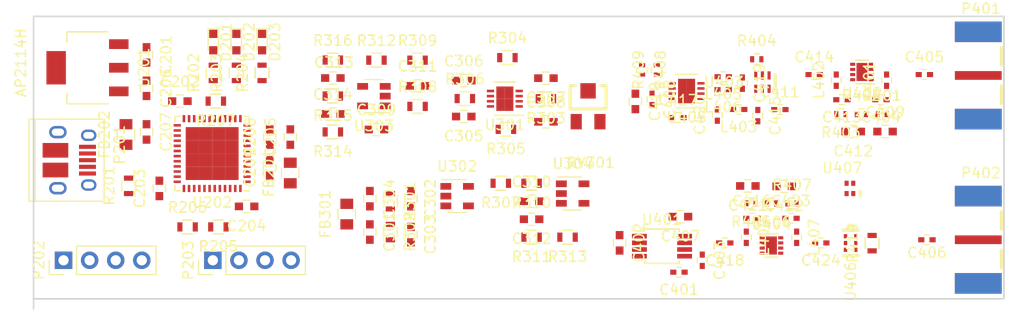
<source format=kicad_pcb>
(kicad_pcb (version 4) (host pcbnew 4.0.5-e0-6337~49~ubuntu14.04.1)

  (general
    (links 244)
    (no_connects 244)
    (area 111.924999 57.924999 212.075001 108.075001)
    (thickness 1.6)
    (drawings 4)
    (tracks 0)
    (zones 0)
    (modules 112)
    (nets 70)
  )

  (page A4)
  (layers
    (0 F.Cu signal)
    (31 B.Cu signal)
    (32 B.Adhes user)
    (33 F.Adhes user)
    (34 B.Paste user)
    (35 F.Paste user)
    (36 B.SilkS user)
    (37 F.SilkS user)
    (38 B.Mask user)
    (39 F.Mask user)
    (40 Dwgs.User user)
    (41 Cmts.User user)
    (42 Eco1.User user)
    (43 Eco2.User user)
    (44 Edge.Cuts user)
    (45 Margin user)
    (46 B.CrtYd user hide)
    (47 F.CrtYd user)
    (48 B.Fab user)
    (49 F.Fab user)
  )

  (setup
    (last_trace_width 0.38)
    (user_trace_width 0.13)
    (user_trace_width 0.24)
    (user_trace_width 0.36)
    (user_trace_width 0.38)
    (user_trace_width 0.48)
    (user_trace_width 0.64)
    (trace_clearance 0.13)
    (zone_clearance 0.508)
    (zone_45_only no)
    (trace_min 0.13)
    (segment_width 0.2)
    (edge_width 0.15)
    (via_size 0.46)
    (via_drill 0.26)
    (via_min_size 0.46)
    (via_min_drill 0.26)
    (user_via 0.46 0.26)
    (user_via 0.6 0.38)
    (user_via 0.8 0.64)
    (user_via 1 0.74)
    (uvia_size 0.3)
    (uvia_drill 0.1)
    (uvias_allowed no)
    (uvia_min_size 0.2)
    (uvia_min_drill 0.1)
    (pcb_text_width 0.3)
    (pcb_text_size 1.5 1.5)
    (mod_edge_width 0.15)
    (mod_text_size 1 1)
    (mod_text_width 0.15)
    (pad_size 1.524 1.524)
    (pad_drill 0.762)
    (pad_to_mask_clearance 0.2)
    (aux_axis_origin 0 0)
    (visible_elements FFFFFF7F)
    (pcbplotparams
      (layerselection 0x00030_80000001)
      (usegerberextensions false)
      (excludeedgelayer true)
      (linewidth 0.100000)
      (plotframeref false)
      (viasonmask false)
      (mode 1)
      (useauxorigin false)
      (hpglpennumber 1)
      (hpglpenspeed 20)
      (hpglpendiameter 15)
      (hpglpenoverlay 2)
      (psnegative false)
      (psa4output false)
      (plotreference true)
      (plotvalue true)
      (plotinvisibletext false)
      (padsonsilk false)
      (subtractmaskfromsilk false)
      (outputformat 1)
      (mirror false)
      (drillshape 1)
      (scaleselection 1)
      (outputdirectory ""))
  )

  (net 0 "")
  (net 1 +5V)
  (net 2 GND)
  (net 3 +3V3)
  (net 4 /Control/VDDA)
  (net 5 "Net-(C209-Pad2)")
  (net 6 /Analog/VDDA)
  (net 7 /Analog/VDDA/2)
  (net 8 /Analog/IF+)
  (net 9 "Net-(C307-Pad2)")
  (net 10 "Net-(C308-Pad1)")
  (net 11 /Analog/IF-)
  (net 12 /Analog/VDD/2)
  (net 13 "Net-(C309-Pad2)")
  (net 14 "Net-(C310-Pad2)")
  (net 15 "Net-(C311-Pad1)")
  (net 16 "Net-(C311-Pad2)")
  (net 17 /Analog/ADC_RAMP)
  (net 18 "Net-(C312-Pad2)")
  (net 19 /Analog/IF_ADC)
  (net 20 "Net-(C314-Pad2)")
  (net 21 "Net-(C402-Pad1)")
  (net 22 "Net-(C404-Pad1)")
  (net 23 "Net-(C405-Pad1)")
  (net 24 /RF/RX_IN)
  (net 25 "Net-(C409-Pad1)")
  (net 26 "Net-(C411-Pad1)")
  (net 27 /RF/MIXER_LO)
  (net 28 "Net-(C413-Pad2)")
  (net 29 "Net-(C414-Pad2)")
  (net 30 "Net-(C416-Pad1)")
  (net 31 /RF/MIXER_LO+)
  (net 32 "Net-(C418-Pad1)")
  (net 33 /RF/VCO_OUT)
  (net 34 "Net-(C419-Pad1)")
  (net 35 "Net-(C419-Pad2)")
  (net 36 /RF/MIXER_LO-)
  (net 37 "Net-(C421-Pad1)")
  (net 38 "Net-(C423-Pad2)")
  (net 39 /RF/SPLIT)
  (net 40 "Net-(C424-Pad2)")
  (net 41 "Net-(D201-Pad2)")
  (net 42 "Net-(D202-Pad2)")
  (net 43 "Net-(D203-Pad2)")
  (net 44 "Net-(FB202-Pad1)")
  (net 45 /RF/MIXER_IN+)
  (net 46 /RF/MIXER_IN-)
  (net 47 /Control/USB_N)
  (net 48 "Net-(P201-Pad4)")
  (net 49 /Control/SWCLK)
  (net 50 /Control/SWDIO)
  (net 51 /Control/SCL)
  (net 52 /Control/SDA)
  (net 53 /RF/TX_OUT)
  (net 54 "Net-(R303-Pad1)")
  (net 55 /Analog/RG2)
  (net 56 "Net-(R306-Pad2)")
  (net 57 "Net-(R307-Pad2)")
  (net 58 "Net-(R309-Pad1)")
  (net 59 "Net-(R311-Pad1)")
  (net 60 "Net-(R404-Pad2)")
  (net 61 /Analog/RG1)
  (net 62 /Control/RF_ENABLE)
  (net 63 /Control/USB_P)
  (net 64 /Analog/RAMP_DAC)
  (net 65 /Control/STATUS_1)
  (net 66 /Control/STATUS_2)
  (net 67 "Net-(R410-Pad2)")
  (net 68 "Net-(C406-Pad2)")
  (net 69 /RF/MIXER_IN)

  (net_class Default "This is the default net class."
    (clearance 0.13)
    (trace_width 0.13)
    (via_dia 0.46)
    (via_drill 0.26)
    (uvia_dia 0.3)
    (uvia_drill 0.1)
    (add_net +3V3)
    (add_net +5V)
    (add_net /Analog/ADC_RAMP)
    (add_net /Analog/IF+)
    (add_net /Analog/IF-)
    (add_net /Analog/IF_ADC)
    (add_net /Analog/RAMP_DAC)
    (add_net /Analog/RG1)
    (add_net /Analog/RG2)
    (add_net /Analog/VDD/2)
    (add_net /Analog/VDDA)
    (add_net /Analog/VDDA/2)
    (add_net /Control/RF_ENABLE)
    (add_net /Control/SCL)
    (add_net /Control/SDA)
    (add_net /Control/STATUS_1)
    (add_net /Control/STATUS_2)
    (add_net /Control/SWCLK)
    (add_net /Control/SWDIO)
    (add_net /Control/USB_N)
    (add_net /Control/USB_P)
    (add_net /Control/VDDA)
    (add_net /RF/MIXER_IN)
    (add_net /RF/MIXER_IN+)
    (add_net /RF/MIXER_IN-)
    (add_net /RF/MIXER_LO)
    (add_net /RF/MIXER_LO+)
    (add_net /RF/MIXER_LO-)
    (add_net /RF/RX_IN)
    (add_net /RF/SPLIT)
    (add_net /RF/TX_OUT)
    (add_net /RF/VCO_OUT)
    (add_net GND)
    (add_net "Net-(C209-Pad2)")
    (add_net "Net-(C307-Pad2)")
    (add_net "Net-(C308-Pad1)")
    (add_net "Net-(C309-Pad2)")
    (add_net "Net-(C310-Pad2)")
    (add_net "Net-(C311-Pad1)")
    (add_net "Net-(C311-Pad2)")
    (add_net "Net-(C312-Pad2)")
    (add_net "Net-(C314-Pad2)")
    (add_net "Net-(C402-Pad1)")
    (add_net "Net-(C404-Pad1)")
    (add_net "Net-(C405-Pad1)")
    (add_net "Net-(C406-Pad2)")
    (add_net "Net-(C409-Pad1)")
    (add_net "Net-(C411-Pad1)")
    (add_net "Net-(C413-Pad2)")
    (add_net "Net-(C414-Pad2)")
    (add_net "Net-(C416-Pad1)")
    (add_net "Net-(C418-Pad1)")
    (add_net "Net-(C419-Pad1)")
    (add_net "Net-(C419-Pad2)")
    (add_net "Net-(C421-Pad1)")
    (add_net "Net-(C423-Pad2)")
    (add_net "Net-(C424-Pad2)")
    (add_net "Net-(D201-Pad2)")
    (add_net "Net-(D202-Pad2)")
    (add_net "Net-(D203-Pad2)")
    (add_net "Net-(FB202-Pad1)")
    (add_net "Net-(P201-Pad4)")
    (add_net "Net-(R303-Pad1)")
    (add_net "Net-(R306-Pad2)")
    (add_net "Net-(R307-Pad2)")
    (add_net "Net-(R309-Pad1)")
    (add_net "Net-(R311-Pad1)")
    (add_net "Net-(R404-Pad2)")
    (add_net "Net-(R410-Pad2)")
  )

  (module Capacitors_SMD:C_0603 (layer F.Cu) (tedit 5415D631) (tstamp 58AA8057)
    (at 128.5 67.75 270)
    (descr "Capacitor SMD 0603, reflow soldering, AVX (see smccp.pdf)")
    (tags "capacitor 0603")
    (path /58AA0025/58AAF839)
    (attr smd)
    (fp_text reference C201 (at 0 -1.9 270) (layer F.SilkS)
      (effects (font (size 1 1) (thickness 0.15)))
    )
    (fp_text value 0.47u (at 0 1.9 270) (layer F.Fab)
      (effects (font (size 1 1) (thickness 0.15)))
    )
    (fp_line (start -0.8 0.4) (end -0.8 -0.4) (layer F.Fab) (width 0.1))
    (fp_line (start 0.8 0.4) (end -0.8 0.4) (layer F.Fab) (width 0.1))
    (fp_line (start 0.8 -0.4) (end 0.8 0.4) (layer F.Fab) (width 0.1))
    (fp_line (start -0.8 -0.4) (end 0.8 -0.4) (layer F.Fab) (width 0.1))
    (fp_line (start -1.45 -0.75) (end 1.45 -0.75) (layer F.CrtYd) (width 0.05))
    (fp_line (start -1.45 0.75) (end 1.45 0.75) (layer F.CrtYd) (width 0.05))
    (fp_line (start -1.45 -0.75) (end -1.45 0.75) (layer F.CrtYd) (width 0.05))
    (fp_line (start 1.45 -0.75) (end 1.45 0.75) (layer F.CrtYd) (width 0.05))
    (fp_line (start -0.35 -0.6) (end 0.35 -0.6) (layer F.SilkS) (width 0.12))
    (fp_line (start 0.35 0.6) (end -0.35 0.6) (layer F.SilkS) (width 0.12))
    (pad 1 smd rect (at -0.75 0 270) (size 0.8 0.75) (layers F.Cu F.Paste F.Mask)
      (net 1 +5V))
    (pad 2 smd rect (at 0.75 0 270) (size 0.8 0.75) (layers F.Cu F.Paste F.Mask)
      (net 2 GND))
    (model Capacitors_SMD.3dshapes/C_0603.wrl
      (at (xyz 0 0 0))
      (scale (xyz 1 1 1))
      (rotate (xyz 0 0 0))
    )
  )

  (module Capacitors_SMD:C_0603 (layer F.Cu) (tedit 5415D631) (tstamp 58AA805D)
    (at 131.75 72.25)
    (descr "Capacitor SMD 0603, reflow soldering, AVX (see smccp.pdf)")
    (tags "capacitor 0603")
    (path /58AA0025/58AB0095)
    (attr smd)
    (fp_text reference C202 (at 0 -1.9) (layer F.SilkS)
      (effects (font (size 1 1) (thickness 0.15)))
    )
    (fp_text value 0.47u (at 0 1.9) (layer F.Fab)
      (effects (font (size 1 1) (thickness 0.15)))
    )
    (fp_line (start -0.8 0.4) (end -0.8 -0.4) (layer F.Fab) (width 0.1))
    (fp_line (start 0.8 0.4) (end -0.8 0.4) (layer F.Fab) (width 0.1))
    (fp_line (start 0.8 -0.4) (end 0.8 0.4) (layer F.Fab) (width 0.1))
    (fp_line (start -0.8 -0.4) (end 0.8 -0.4) (layer F.Fab) (width 0.1))
    (fp_line (start -1.45 -0.75) (end 1.45 -0.75) (layer F.CrtYd) (width 0.05))
    (fp_line (start -1.45 0.75) (end 1.45 0.75) (layer F.CrtYd) (width 0.05))
    (fp_line (start -1.45 -0.75) (end -1.45 0.75) (layer F.CrtYd) (width 0.05))
    (fp_line (start 1.45 -0.75) (end 1.45 0.75) (layer F.CrtYd) (width 0.05))
    (fp_line (start -0.35 -0.6) (end 0.35 -0.6) (layer F.SilkS) (width 0.12))
    (fp_line (start 0.35 0.6) (end -0.35 0.6) (layer F.SilkS) (width 0.12))
    (pad 1 smd rect (at -0.75 0) (size 0.8 0.75) (layers F.Cu F.Paste F.Mask)
      (net 3 +3V3))
    (pad 2 smd rect (at 0.75 0) (size 0.8 0.75) (layers F.Cu F.Paste F.Mask)
      (net 2 GND))
    (model Capacitors_SMD.3dshapes/C_0603.wrl
      (at (xyz 0 0 0))
      (scale (xyz 1 1 1))
      (rotate (xyz 0 0 0))
    )
  )

  (module Capacitors_SMD:C_0603 (layer F.Cu) (tedit 5415D631) (tstamp 58AA8063)
    (at 129.75 80.75 90)
    (descr "Capacitor SMD 0603, reflow soldering, AVX (see smccp.pdf)")
    (tags "capacitor 0603")
    (path /58AA0025/58AB014C)
    (attr smd)
    (fp_text reference C203 (at 0 -1.9 90) (layer F.SilkS)
      (effects (font (size 1 1) (thickness 0.15)))
    )
    (fp_text value 0.47u (at 0 1.9 90) (layer F.Fab)
      (effects (font (size 1 1) (thickness 0.15)))
    )
    (fp_line (start -0.8 0.4) (end -0.8 -0.4) (layer F.Fab) (width 0.1))
    (fp_line (start 0.8 0.4) (end -0.8 0.4) (layer F.Fab) (width 0.1))
    (fp_line (start 0.8 -0.4) (end 0.8 0.4) (layer F.Fab) (width 0.1))
    (fp_line (start -0.8 -0.4) (end 0.8 -0.4) (layer F.Fab) (width 0.1))
    (fp_line (start -1.45 -0.75) (end 1.45 -0.75) (layer F.CrtYd) (width 0.05))
    (fp_line (start -1.45 0.75) (end 1.45 0.75) (layer F.CrtYd) (width 0.05))
    (fp_line (start -1.45 -0.75) (end -1.45 0.75) (layer F.CrtYd) (width 0.05))
    (fp_line (start 1.45 -0.75) (end 1.45 0.75) (layer F.CrtYd) (width 0.05))
    (fp_line (start -0.35 -0.6) (end 0.35 -0.6) (layer F.SilkS) (width 0.12))
    (fp_line (start 0.35 0.6) (end -0.35 0.6) (layer F.SilkS) (width 0.12))
    (pad 1 smd rect (at -0.75 0 90) (size 0.8 0.75) (layers F.Cu F.Paste F.Mask)
      (net 3 +3V3))
    (pad 2 smd rect (at 0.75 0 90) (size 0.8 0.75) (layers F.Cu F.Paste F.Mask)
      (net 2 GND))
    (model Capacitors_SMD.3dshapes/C_0603.wrl
      (at (xyz 0 0 0))
      (scale (xyz 1 1 1))
      (rotate (xyz 0 0 0))
    )
  )

  (module Capacitors_SMD:C_0603 (layer F.Cu) (tedit 5415D631) (tstamp 58AA8069)
    (at 138.25 82.5 180)
    (descr "Capacitor SMD 0603, reflow soldering, AVX (see smccp.pdf)")
    (tags "capacitor 0603")
    (path /58AA0025/58AB0189)
    (attr smd)
    (fp_text reference C204 (at 0 -1.9 180) (layer F.SilkS)
      (effects (font (size 1 1) (thickness 0.15)))
    )
    (fp_text value 0.47u (at 0 1.9 180) (layer F.Fab)
      (effects (font (size 1 1) (thickness 0.15)))
    )
    (fp_line (start -0.8 0.4) (end -0.8 -0.4) (layer F.Fab) (width 0.1))
    (fp_line (start 0.8 0.4) (end -0.8 0.4) (layer F.Fab) (width 0.1))
    (fp_line (start 0.8 -0.4) (end 0.8 0.4) (layer F.Fab) (width 0.1))
    (fp_line (start -0.8 -0.4) (end 0.8 -0.4) (layer F.Fab) (width 0.1))
    (fp_line (start -1.45 -0.75) (end 1.45 -0.75) (layer F.CrtYd) (width 0.05))
    (fp_line (start -1.45 0.75) (end 1.45 0.75) (layer F.CrtYd) (width 0.05))
    (fp_line (start -1.45 -0.75) (end -1.45 0.75) (layer F.CrtYd) (width 0.05))
    (fp_line (start 1.45 -0.75) (end 1.45 0.75) (layer F.CrtYd) (width 0.05))
    (fp_line (start -0.35 -0.6) (end 0.35 -0.6) (layer F.SilkS) (width 0.12))
    (fp_line (start 0.35 0.6) (end -0.35 0.6) (layer F.SilkS) (width 0.12))
    (pad 1 smd rect (at -0.75 0 180) (size 0.8 0.75) (layers F.Cu F.Paste F.Mask)
      (net 3 +3V3))
    (pad 2 smd rect (at 0.75 0 180) (size 0.8 0.75) (layers F.Cu F.Paste F.Mask)
      (net 2 GND))
    (model Capacitors_SMD.3dshapes/C_0603.wrl
      (at (xyz 0 0 0))
      (scale (xyz 1 1 1))
      (rotate (xyz 0 0 0))
    )
  )

  (module Capacitors_SMD:C_0603 (layer F.Cu) (tedit 5415D631) (tstamp 58AA806F)
    (at 142.5 75.75 90)
    (descr "Capacitor SMD 0603, reflow soldering, AVX (see smccp.pdf)")
    (tags "capacitor 0603")
    (path /58AA0025/58AAFFFB)
    (attr smd)
    (fp_text reference C205 (at 0 -1.9 90) (layer F.SilkS)
      (effects (font (size 1 1) (thickness 0.15)))
    )
    (fp_text value 4.7u (at 0 1.9 90) (layer F.Fab)
      (effects (font (size 1 1) (thickness 0.15)))
    )
    (fp_line (start -0.8 0.4) (end -0.8 -0.4) (layer F.Fab) (width 0.1))
    (fp_line (start 0.8 0.4) (end -0.8 0.4) (layer F.Fab) (width 0.1))
    (fp_line (start 0.8 -0.4) (end 0.8 0.4) (layer F.Fab) (width 0.1))
    (fp_line (start -0.8 -0.4) (end 0.8 -0.4) (layer F.Fab) (width 0.1))
    (fp_line (start -1.45 -0.75) (end 1.45 -0.75) (layer F.CrtYd) (width 0.05))
    (fp_line (start -1.45 0.75) (end 1.45 0.75) (layer F.CrtYd) (width 0.05))
    (fp_line (start -1.45 -0.75) (end -1.45 0.75) (layer F.CrtYd) (width 0.05))
    (fp_line (start 1.45 -0.75) (end 1.45 0.75) (layer F.CrtYd) (width 0.05))
    (fp_line (start -0.35 -0.6) (end 0.35 -0.6) (layer F.SilkS) (width 0.12))
    (fp_line (start 0.35 0.6) (end -0.35 0.6) (layer F.SilkS) (width 0.12))
    (pad 1 smd rect (at -0.75 0 90) (size 0.8 0.75) (layers F.Cu F.Paste F.Mask)
      (net 4 /Control/VDDA))
    (pad 2 smd rect (at 0.75 0 90) (size 0.8 0.75) (layers F.Cu F.Paste F.Mask)
      (net 2 GND))
    (model Capacitors_SMD.3dshapes/C_0603.wrl
      (at (xyz 0 0 0))
      (scale (xyz 1 1 1))
      (rotate (xyz 0 0 0))
    )
  )

  (module Capacitors_SMD:C_0603 (layer F.Cu) (tedit 5415D631) (tstamp 58AA8075)
    (at 128.5 71 270)
    (descr "Capacitor SMD 0603, reflow soldering, AVX (see smccp.pdf)")
    (tags "capacitor 0603")
    (path /58AA0025/58AAF8AE)
    (attr smd)
    (fp_text reference C206 (at 0 -1.9 270) (layer F.SilkS)
      (effects (font (size 1 1) (thickness 0.15)))
    )
    (fp_text value 0.47u (at 0 1.9 270) (layer F.Fab)
      (effects (font (size 1 1) (thickness 0.15)))
    )
    (fp_line (start -0.8 0.4) (end -0.8 -0.4) (layer F.Fab) (width 0.1))
    (fp_line (start 0.8 0.4) (end -0.8 0.4) (layer F.Fab) (width 0.1))
    (fp_line (start 0.8 -0.4) (end 0.8 0.4) (layer F.Fab) (width 0.1))
    (fp_line (start -0.8 -0.4) (end 0.8 -0.4) (layer F.Fab) (width 0.1))
    (fp_line (start -1.45 -0.75) (end 1.45 -0.75) (layer F.CrtYd) (width 0.05))
    (fp_line (start -1.45 0.75) (end 1.45 0.75) (layer F.CrtYd) (width 0.05))
    (fp_line (start -1.45 -0.75) (end -1.45 0.75) (layer F.CrtYd) (width 0.05))
    (fp_line (start 1.45 -0.75) (end 1.45 0.75) (layer F.CrtYd) (width 0.05))
    (fp_line (start -0.35 -0.6) (end 0.35 -0.6) (layer F.SilkS) (width 0.12))
    (fp_line (start 0.35 0.6) (end -0.35 0.6) (layer F.SilkS) (width 0.12))
    (pad 1 smd rect (at -0.75 0 270) (size 0.8 0.75) (layers F.Cu F.Paste F.Mask)
      (net 3 +3V3))
    (pad 2 smd rect (at 0.75 0 270) (size 0.8 0.75) (layers F.Cu F.Paste F.Mask)
      (net 2 GND))
    (model Capacitors_SMD.3dshapes/C_0603.wrl
      (at (xyz 0 0 0))
      (scale (xyz 1 1 1))
      (rotate (xyz 0 0 0))
    )
  )

  (module Capacitors_SMD:C_0603 (layer F.Cu) (tedit 5415D631) (tstamp 58AA807B)
    (at 128.5 75.25 270)
    (descr "Capacitor SMD 0603, reflow soldering, AVX (see smccp.pdf)")
    (tags "capacitor 0603")
    (path /58AA0025/58AAF4C2)
    (attr smd)
    (fp_text reference C207 (at 0 -1.9 270) (layer F.SilkS)
      (effects (font (size 1 1) (thickness 0.15)))
    )
    (fp_text value 4.7u (at 0 1.9 270) (layer F.Fab)
      (effects (font (size 1 1) (thickness 0.15)))
    )
    (fp_line (start -0.8 0.4) (end -0.8 -0.4) (layer F.Fab) (width 0.1))
    (fp_line (start 0.8 0.4) (end -0.8 0.4) (layer F.Fab) (width 0.1))
    (fp_line (start 0.8 -0.4) (end 0.8 0.4) (layer F.Fab) (width 0.1))
    (fp_line (start -0.8 -0.4) (end 0.8 -0.4) (layer F.Fab) (width 0.1))
    (fp_line (start -1.45 -0.75) (end 1.45 -0.75) (layer F.CrtYd) (width 0.05))
    (fp_line (start -1.45 0.75) (end 1.45 0.75) (layer F.CrtYd) (width 0.05))
    (fp_line (start -1.45 -0.75) (end -1.45 0.75) (layer F.CrtYd) (width 0.05))
    (fp_line (start 1.45 -0.75) (end 1.45 0.75) (layer F.CrtYd) (width 0.05))
    (fp_line (start -0.35 -0.6) (end 0.35 -0.6) (layer F.SilkS) (width 0.12))
    (fp_line (start 0.35 0.6) (end -0.35 0.6) (layer F.SilkS) (width 0.12))
    (pad 1 smd rect (at -0.75 0 270) (size 0.8 0.75) (layers F.Cu F.Paste F.Mask)
      (net 1 +5V))
    (pad 2 smd rect (at 0.75 0 270) (size 0.8 0.75) (layers F.Cu F.Paste F.Mask)
      (net 2 GND))
    (model Capacitors_SMD.3dshapes/C_0603.wrl
      (at (xyz 0 0 0))
      (scale (xyz 1 1 1))
      (rotate (xyz 0 0 0))
    )
  )

  (module Capacitors_SMD:C_0603 (layer F.Cu) (tedit 5415D631) (tstamp 58AA8081)
    (at 140.5 75.75 90)
    (descr "Capacitor SMD 0603, reflow soldering, AVX (see smccp.pdf)")
    (tags "capacitor 0603")
    (path /58AA0025/58AB0058)
    (attr smd)
    (fp_text reference C208 (at 0 -1.9 90) (layer F.SilkS)
      (effects (font (size 1 1) (thickness 0.15)))
    )
    (fp_text value 0.47u (at 0 1.9 90) (layer F.Fab)
      (effects (font (size 1 1) (thickness 0.15)))
    )
    (fp_line (start -0.8 0.4) (end -0.8 -0.4) (layer F.Fab) (width 0.1))
    (fp_line (start 0.8 0.4) (end -0.8 0.4) (layer F.Fab) (width 0.1))
    (fp_line (start 0.8 -0.4) (end 0.8 0.4) (layer F.Fab) (width 0.1))
    (fp_line (start -0.8 -0.4) (end 0.8 -0.4) (layer F.Fab) (width 0.1))
    (fp_line (start -1.45 -0.75) (end 1.45 -0.75) (layer F.CrtYd) (width 0.05))
    (fp_line (start -1.45 0.75) (end 1.45 0.75) (layer F.CrtYd) (width 0.05))
    (fp_line (start -1.45 -0.75) (end -1.45 0.75) (layer F.CrtYd) (width 0.05))
    (fp_line (start 1.45 -0.75) (end 1.45 0.75) (layer F.CrtYd) (width 0.05))
    (fp_line (start -0.35 -0.6) (end 0.35 -0.6) (layer F.SilkS) (width 0.12))
    (fp_line (start 0.35 0.6) (end -0.35 0.6) (layer F.SilkS) (width 0.12))
    (pad 1 smd rect (at -0.75 0 90) (size 0.8 0.75) (layers F.Cu F.Paste F.Mask)
      (net 4 /Control/VDDA))
    (pad 2 smd rect (at 0.75 0 90) (size 0.8 0.75) (layers F.Cu F.Paste F.Mask)
      (net 2 GND))
    (model Capacitors_SMD.3dshapes/C_0603.wrl
      (at (xyz 0 0 0))
      (scale (xyz 1 1 1))
      (rotate (xyz 0 0 0))
    )
  )

  (module Capacitors_SMD:C_0603 (layer F.Cu) (tedit 5415D631) (tstamp 58AA8087)
    (at 140.5 78.75 90)
    (descr "Capacitor SMD 0603, reflow soldering, AVX (see smccp.pdf)")
    (tags "capacitor 0603")
    (path /58AA0025/58AAF2A1)
    (attr smd)
    (fp_text reference C209 (at 0 -1.9 90) (layer F.SilkS)
      (effects (font (size 1 1) (thickness 0.15)))
    )
    (fp_text value 0.1u (at 0 1.9 90) (layer F.Fab)
      (effects (font (size 1 1) (thickness 0.15)))
    )
    (fp_line (start -0.8 0.4) (end -0.8 -0.4) (layer F.Fab) (width 0.1))
    (fp_line (start 0.8 0.4) (end -0.8 0.4) (layer F.Fab) (width 0.1))
    (fp_line (start 0.8 -0.4) (end 0.8 0.4) (layer F.Fab) (width 0.1))
    (fp_line (start -0.8 -0.4) (end 0.8 -0.4) (layer F.Fab) (width 0.1))
    (fp_line (start -1.45 -0.75) (end 1.45 -0.75) (layer F.CrtYd) (width 0.05))
    (fp_line (start -1.45 0.75) (end 1.45 0.75) (layer F.CrtYd) (width 0.05))
    (fp_line (start -1.45 -0.75) (end -1.45 0.75) (layer F.CrtYd) (width 0.05))
    (fp_line (start 1.45 -0.75) (end 1.45 0.75) (layer F.CrtYd) (width 0.05))
    (fp_line (start -0.35 -0.6) (end 0.35 -0.6) (layer F.SilkS) (width 0.12))
    (fp_line (start 0.35 0.6) (end -0.35 0.6) (layer F.SilkS) (width 0.12))
    (pad 1 smd rect (at -0.75 0 90) (size 0.8 0.75) (layers F.Cu F.Paste F.Mask)
      (net 2 GND))
    (pad 2 smd rect (at 0.75 0 90) (size 0.8 0.75) (layers F.Cu F.Paste F.Mask)
      (net 5 "Net-(C209-Pad2)"))
    (model Capacitors_SMD.3dshapes/C_0603.wrl
      (at (xyz 0 0 0))
      (scale (xyz 1 1 1))
      (rotate (xyz 0 0 0))
    )
  )

  (module Capacitors_SMD:C_0603 (layer F.Cu) (tedit 5415D631) (tstamp 58AA808D)
    (at 150.25 85 270)
    (descr "Capacitor SMD 0603, reflow soldering, AVX (see smccp.pdf)")
    (tags "capacitor 0603")
    (path /58AA00CB/58AB80CF)
    (attr smd)
    (fp_text reference C301 (at 0 -1.9 270) (layer F.SilkS)
      (effects (font (size 1 1) (thickness 0.15)))
    )
    (fp_text value 4.7u (at 0 1.9 270) (layer F.Fab)
      (effects (font (size 1 1) (thickness 0.15)))
    )
    (fp_line (start -0.8 0.4) (end -0.8 -0.4) (layer F.Fab) (width 0.1))
    (fp_line (start 0.8 0.4) (end -0.8 0.4) (layer F.Fab) (width 0.1))
    (fp_line (start 0.8 -0.4) (end 0.8 0.4) (layer F.Fab) (width 0.1))
    (fp_line (start -0.8 -0.4) (end 0.8 -0.4) (layer F.Fab) (width 0.1))
    (fp_line (start -1.45 -0.75) (end 1.45 -0.75) (layer F.CrtYd) (width 0.05))
    (fp_line (start -1.45 0.75) (end 1.45 0.75) (layer F.CrtYd) (width 0.05))
    (fp_line (start -1.45 -0.75) (end -1.45 0.75) (layer F.CrtYd) (width 0.05))
    (fp_line (start 1.45 -0.75) (end 1.45 0.75) (layer F.CrtYd) (width 0.05))
    (fp_line (start -0.35 -0.6) (end 0.35 -0.6) (layer F.SilkS) (width 0.12))
    (fp_line (start 0.35 0.6) (end -0.35 0.6) (layer F.SilkS) (width 0.12))
    (pad 1 smd rect (at -0.75 0 270) (size 0.8 0.75) (layers F.Cu F.Paste F.Mask)
      (net 6 /Analog/VDDA))
    (pad 2 smd rect (at 0.75 0 270) (size 0.8 0.75) (layers F.Cu F.Paste F.Mask)
      (net 2 GND))
    (model Capacitors_SMD.3dshapes/C_0603.wrl
      (at (xyz 0 0 0))
      (scale (xyz 1 1 1))
      (rotate (xyz 0 0 0))
    )
  )

  (module Capacitors_SMD:C_0603 (layer F.Cu) (tedit 5415D631) (tstamp 58AA8093)
    (at 154.25 81.75 270)
    (descr "Capacitor SMD 0603, reflow soldering, AVX (see smccp.pdf)")
    (tags "capacitor 0603")
    (path /58AA00CB/58AB3390)
    (attr smd)
    (fp_text reference C302 (at 0 -1.9 270) (layer F.SilkS)
      (effects (font (size 1 1) (thickness 0.15)))
    )
    (fp_text value 4.7u (at 0 1.9 270) (layer F.Fab)
      (effects (font (size 1 1) (thickness 0.15)))
    )
    (fp_line (start -0.8 0.4) (end -0.8 -0.4) (layer F.Fab) (width 0.1))
    (fp_line (start 0.8 0.4) (end -0.8 0.4) (layer F.Fab) (width 0.1))
    (fp_line (start 0.8 -0.4) (end 0.8 0.4) (layer F.Fab) (width 0.1))
    (fp_line (start -0.8 -0.4) (end 0.8 -0.4) (layer F.Fab) (width 0.1))
    (fp_line (start -1.45 -0.75) (end 1.45 -0.75) (layer F.CrtYd) (width 0.05))
    (fp_line (start -1.45 0.75) (end 1.45 0.75) (layer F.CrtYd) (width 0.05))
    (fp_line (start -1.45 -0.75) (end -1.45 0.75) (layer F.CrtYd) (width 0.05))
    (fp_line (start 1.45 -0.75) (end 1.45 0.75) (layer F.CrtYd) (width 0.05))
    (fp_line (start -0.35 -0.6) (end 0.35 -0.6) (layer F.SilkS) (width 0.12))
    (fp_line (start 0.35 0.6) (end -0.35 0.6) (layer F.SilkS) (width 0.12))
    (pad 1 smd rect (at -0.75 0 270) (size 0.8 0.75) (layers F.Cu F.Paste F.Mask)
      (net 6 /Analog/VDDA))
    (pad 2 smd rect (at 0.75 0 270) (size 0.8 0.75) (layers F.Cu F.Paste F.Mask)
      (net 7 /Analog/VDDA/2))
    (model Capacitors_SMD.3dshapes/C_0603.wrl
      (at (xyz 0 0 0))
      (scale (xyz 1 1 1))
      (rotate (xyz 0 0 0))
    )
  )

  (module Capacitors_SMD:C_0603 (layer F.Cu) (tedit 5415D631) (tstamp 58AA8099)
    (at 154.25 85.25 270)
    (descr "Capacitor SMD 0603, reflow soldering, AVX (see smccp.pdf)")
    (tags "capacitor 0603")
    (path /58AA00CB/58AB33D3)
    (attr smd)
    (fp_text reference C303 (at 0 -1.9 270) (layer F.SilkS)
      (effects (font (size 1 1) (thickness 0.15)))
    )
    (fp_text value 4.7u (at 0 1.9 270) (layer F.Fab)
      (effects (font (size 1 1) (thickness 0.15)))
    )
    (fp_line (start -0.8 0.4) (end -0.8 -0.4) (layer F.Fab) (width 0.1))
    (fp_line (start 0.8 0.4) (end -0.8 0.4) (layer F.Fab) (width 0.1))
    (fp_line (start 0.8 -0.4) (end 0.8 0.4) (layer F.Fab) (width 0.1))
    (fp_line (start -0.8 -0.4) (end 0.8 -0.4) (layer F.Fab) (width 0.1))
    (fp_line (start -1.45 -0.75) (end 1.45 -0.75) (layer F.CrtYd) (width 0.05))
    (fp_line (start -1.45 0.75) (end 1.45 0.75) (layer F.CrtYd) (width 0.05))
    (fp_line (start -1.45 -0.75) (end -1.45 0.75) (layer F.CrtYd) (width 0.05))
    (fp_line (start 1.45 -0.75) (end 1.45 0.75) (layer F.CrtYd) (width 0.05))
    (fp_line (start -0.35 -0.6) (end 0.35 -0.6) (layer F.SilkS) (width 0.12))
    (fp_line (start 0.35 0.6) (end -0.35 0.6) (layer F.SilkS) (width 0.12))
    (pad 1 smd rect (at -0.75 0 270) (size 0.8 0.75) (layers F.Cu F.Paste F.Mask)
      (net 7 /Analog/VDDA/2))
    (pad 2 smd rect (at 0.75 0 270) (size 0.8 0.75) (layers F.Cu F.Paste F.Mask)
      (net 2 GND))
    (model Capacitors_SMD.3dshapes/C_0603.wrl
      (at (xyz 0 0 0))
      (scale (xyz 1 1 1))
      (rotate (xyz 0 0 0))
    )
  )

  (module Capacitors_SMD:C_0603 (layer F.Cu) (tedit 5415D631) (tstamp 58AA809F)
    (at 150.25 81.75 270)
    (descr "Capacitor SMD 0603, reflow soldering, AVX (see smccp.pdf)")
    (tags "capacitor 0603")
    (path /58AA00CB/58AB8196)
    (attr smd)
    (fp_text reference C304 (at 0 -1.9 270) (layer F.SilkS)
      (effects (font (size 1 1) (thickness 0.15)))
    )
    (fp_text value 0.47u (at 0 1.9 270) (layer F.Fab)
      (effects (font (size 1 1) (thickness 0.15)))
    )
    (fp_line (start -0.8 0.4) (end -0.8 -0.4) (layer F.Fab) (width 0.1))
    (fp_line (start 0.8 0.4) (end -0.8 0.4) (layer F.Fab) (width 0.1))
    (fp_line (start 0.8 -0.4) (end 0.8 0.4) (layer F.Fab) (width 0.1))
    (fp_line (start -0.8 -0.4) (end 0.8 -0.4) (layer F.Fab) (width 0.1))
    (fp_line (start -1.45 -0.75) (end 1.45 -0.75) (layer F.CrtYd) (width 0.05))
    (fp_line (start -1.45 0.75) (end 1.45 0.75) (layer F.CrtYd) (width 0.05))
    (fp_line (start -1.45 -0.75) (end -1.45 0.75) (layer F.CrtYd) (width 0.05))
    (fp_line (start 1.45 -0.75) (end 1.45 0.75) (layer F.CrtYd) (width 0.05))
    (fp_line (start -0.35 -0.6) (end 0.35 -0.6) (layer F.SilkS) (width 0.12))
    (fp_line (start 0.35 0.6) (end -0.35 0.6) (layer F.SilkS) (width 0.12))
    (pad 1 smd rect (at -0.75 0 270) (size 0.8 0.75) (layers F.Cu F.Paste F.Mask)
      (net 6 /Analog/VDDA))
    (pad 2 smd rect (at 0.75 0 270) (size 0.8 0.75) (layers F.Cu F.Paste F.Mask)
      (net 2 GND))
    (model Capacitors_SMD.3dshapes/C_0603.wrl
      (at (xyz 0 0 0))
      (scale (xyz 1 1 1))
      (rotate (xyz 0 0 0))
    )
  )

  (module Capacitors_SMD:C_0603 (layer F.Cu) (tedit 5415D631) (tstamp 58AA80A5)
    (at 159.39473 73.75 180)
    (descr "Capacitor SMD 0603, reflow soldering, AVX (see smccp.pdf)")
    (tags "capacitor 0603")
    (path /58AA00CB/58AC4653)
    (attr smd)
    (fp_text reference C305 (at 0 -1.9 180) (layer F.SilkS)
      (effects (font (size 1 1) (thickness 0.15)))
    )
    (fp_text value 0.47u (at 0 1.9 180) (layer F.Fab)
      (effects (font (size 1 1) (thickness 0.15)))
    )
    (fp_line (start -0.8 0.4) (end -0.8 -0.4) (layer F.Fab) (width 0.1))
    (fp_line (start 0.8 0.4) (end -0.8 0.4) (layer F.Fab) (width 0.1))
    (fp_line (start 0.8 -0.4) (end 0.8 0.4) (layer F.Fab) (width 0.1))
    (fp_line (start -0.8 -0.4) (end 0.8 -0.4) (layer F.Fab) (width 0.1))
    (fp_line (start -1.45 -0.75) (end 1.45 -0.75) (layer F.CrtYd) (width 0.05))
    (fp_line (start -1.45 0.75) (end 1.45 0.75) (layer F.CrtYd) (width 0.05))
    (fp_line (start -1.45 -0.75) (end -1.45 0.75) (layer F.CrtYd) (width 0.05))
    (fp_line (start 1.45 -0.75) (end 1.45 0.75) (layer F.CrtYd) (width 0.05))
    (fp_line (start -0.35 -0.6) (end 0.35 -0.6) (layer F.SilkS) (width 0.12))
    (fp_line (start 0.35 0.6) (end -0.35 0.6) (layer F.SilkS) (width 0.12))
    (pad 1 smd rect (at -0.75 0 180) (size 0.8 0.75) (layers F.Cu F.Paste F.Mask)
      (net 6 /Analog/VDDA))
    (pad 2 smd rect (at 0.75 0 180) (size 0.8 0.75) (layers F.Cu F.Paste F.Mask)
      (net 7 /Analog/VDDA/2))
    (model Capacitors_SMD.3dshapes/C_0603.wrl
      (at (xyz 0 0 0))
      (scale (xyz 1 1 1))
      (rotate (xyz 0 0 0))
    )
  )

  (module Capacitors_SMD:C_0603 (layer F.Cu) (tedit 5415D631) (tstamp 58AA80AB)
    (at 159.39473 70.25)
    (descr "Capacitor SMD 0603, reflow soldering, AVX (see smccp.pdf)")
    (tags "capacitor 0603")
    (path /58AA00CB/58AC4705)
    (attr smd)
    (fp_text reference C306 (at 0 -1.9) (layer F.SilkS)
      (effects (font (size 1 1) (thickness 0.15)))
    )
    (fp_text value 0.47u (at 0 1.9) (layer F.Fab)
      (effects (font (size 1 1) (thickness 0.15)))
    )
    (fp_line (start -0.8 0.4) (end -0.8 -0.4) (layer F.Fab) (width 0.1))
    (fp_line (start 0.8 0.4) (end -0.8 0.4) (layer F.Fab) (width 0.1))
    (fp_line (start 0.8 -0.4) (end 0.8 0.4) (layer F.Fab) (width 0.1))
    (fp_line (start -0.8 -0.4) (end 0.8 -0.4) (layer F.Fab) (width 0.1))
    (fp_line (start -1.45 -0.75) (end 1.45 -0.75) (layer F.CrtYd) (width 0.05))
    (fp_line (start -1.45 0.75) (end 1.45 0.75) (layer F.CrtYd) (width 0.05))
    (fp_line (start -1.45 -0.75) (end -1.45 0.75) (layer F.CrtYd) (width 0.05))
    (fp_line (start 1.45 -0.75) (end 1.45 0.75) (layer F.CrtYd) (width 0.05))
    (fp_line (start -0.35 -0.6) (end 0.35 -0.6) (layer F.SilkS) (width 0.12))
    (fp_line (start 0.35 0.6) (end -0.35 0.6) (layer F.SilkS) (width 0.12))
    (pad 1 smd rect (at -0.75 0) (size 0.8 0.75) (layers F.Cu F.Paste F.Mask)
      (net 7 /Analog/VDDA/2))
    (pad 2 smd rect (at 0.75 0) (size 0.8 0.75) (layers F.Cu F.Paste F.Mask)
      (net 2 GND))
    (model Capacitors_SMD.3dshapes/C_0603.wrl
      (at (xyz 0 0 0))
      (scale (xyz 1 1 1))
      (rotate (xyz 0 0 0))
    )
  )

  (module Capacitors_SMD:C_0603 (layer F.Cu) (tedit 5415D631) (tstamp 58AA80B1)
    (at 167.39473 70.012828 180)
    (descr "Capacitor SMD 0603, reflow soldering, AVX (see smccp.pdf)")
    (tags "capacitor 0603")
    (path /58AA00CB/58AB4C00)
    (attr smd)
    (fp_text reference C307 (at 0 -1.9 180) (layer F.SilkS)
      (effects (font (size 1 1) (thickness 0.15)))
    )
    (fp_text value 4.7u (at 0 1.9 180) (layer F.Fab)
      (effects (font (size 1 1) (thickness 0.15)))
    )
    (fp_line (start -0.8 0.4) (end -0.8 -0.4) (layer F.Fab) (width 0.1))
    (fp_line (start 0.8 0.4) (end -0.8 0.4) (layer F.Fab) (width 0.1))
    (fp_line (start 0.8 -0.4) (end 0.8 0.4) (layer F.Fab) (width 0.1))
    (fp_line (start -0.8 -0.4) (end 0.8 -0.4) (layer F.Fab) (width 0.1))
    (fp_line (start -1.45 -0.75) (end 1.45 -0.75) (layer F.CrtYd) (width 0.05))
    (fp_line (start -1.45 0.75) (end 1.45 0.75) (layer F.CrtYd) (width 0.05))
    (fp_line (start -1.45 -0.75) (end -1.45 0.75) (layer F.CrtYd) (width 0.05))
    (fp_line (start 1.45 -0.75) (end 1.45 0.75) (layer F.CrtYd) (width 0.05))
    (fp_line (start -0.35 -0.6) (end 0.35 -0.6) (layer F.SilkS) (width 0.12))
    (fp_line (start 0.35 0.6) (end -0.35 0.6) (layer F.SilkS) (width 0.12))
    (pad 1 smd rect (at -0.75 0 180) (size 0.8 0.75) (layers F.Cu F.Paste F.Mask)
      (net 8 /Analog/IF+))
    (pad 2 smd rect (at 0.75 0 180) (size 0.8 0.75) (layers F.Cu F.Paste F.Mask)
      (net 9 "Net-(C307-Pad2)"))
    (model Capacitors_SMD.3dshapes/C_0603.wrl
      (at (xyz 0 0 0))
      (scale (xyz 1 1 1))
      (rotate (xyz 0 0 0))
    )
  )

  (module Capacitors_SMD:C_0603 (layer F.Cu) (tedit 5415D631) (tstamp 58AA80B7)
    (at 167.39473 74.262828)
    (descr "Capacitor SMD 0603, reflow soldering, AVX (see smccp.pdf)")
    (tags "capacitor 0603")
    (path /58AA00CB/58AB4B47)
    (attr smd)
    (fp_text reference C308 (at 0 -1.9) (layer F.SilkS)
      (effects (font (size 1 1) (thickness 0.15)))
    )
    (fp_text value 4.7u (at 0 1.9) (layer F.Fab)
      (effects (font (size 1 1) (thickness 0.15)))
    )
    (fp_line (start -0.8 0.4) (end -0.8 -0.4) (layer F.Fab) (width 0.1))
    (fp_line (start 0.8 0.4) (end -0.8 0.4) (layer F.Fab) (width 0.1))
    (fp_line (start 0.8 -0.4) (end 0.8 0.4) (layer F.Fab) (width 0.1))
    (fp_line (start -0.8 -0.4) (end 0.8 -0.4) (layer F.Fab) (width 0.1))
    (fp_line (start -1.45 -0.75) (end 1.45 -0.75) (layer F.CrtYd) (width 0.05))
    (fp_line (start -1.45 0.75) (end 1.45 0.75) (layer F.CrtYd) (width 0.05))
    (fp_line (start -1.45 -0.75) (end -1.45 0.75) (layer F.CrtYd) (width 0.05))
    (fp_line (start 1.45 -0.75) (end 1.45 0.75) (layer F.CrtYd) (width 0.05))
    (fp_line (start -0.35 -0.6) (end 0.35 -0.6) (layer F.SilkS) (width 0.12))
    (fp_line (start 0.35 0.6) (end -0.35 0.6) (layer F.SilkS) (width 0.12))
    (pad 1 smd rect (at -0.75 0) (size 0.8 0.75) (layers F.Cu F.Paste F.Mask)
      (net 10 "Net-(C308-Pad1)"))
    (pad 2 smd rect (at 0.75 0) (size 0.8 0.75) (layers F.Cu F.Paste F.Mask)
      (net 11 /Analog/IF-))
    (model Capacitors_SMD.3dshapes/C_0603.wrl
      (at (xyz 0 0 0))
      (scale (xyz 1 1 1))
      (rotate (xyz 0 0 0))
    )
  )

  (module Capacitors_SMD:C_0603 (layer F.Cu) (tedit 5415D631) (tstamp 58AA80BD)
    (at 150.89473 75.012828)
    (descr "Capacitor SMD 0603, reflow soldering, AVX (see smccp.pdf)")
    (tags "capacitor 0603")
    (path /58AA00CB/58AB5F37)
    (attr smd)
    (fp_text reference C309 (at 0 -1.9) (layer F.SilkS)
      (effects (font (size 1 1) (thickness 0.15)))
    )
    (fp_text value 1n (at 0 1.9) (layer F.Fab)
      (effects (font (size 1 1) (thickness 0.15)))
    )
    (fp_line (start -0.8 0.4) (end -0.8 -0.4) (layer F.Fab) (width 0.1))
    (fp_line (start 0.8 0.4) (end -0.8 0.4) (layer F.Fab) (width 0.1))
    (fp_line (start 0.8 -0.4) (end 0.8 0.4) (layer F.Fab) (width 0.1))
    (fp_line (start -0.8 -0.4) (end 0.8 -0.4) (layer F.Fab) (width 0.1))
    (fp_line (start -1.45 -0.75) (end 1.45 -0.75) (layer F.CrtYd) (width 0.05))
    (fp_line (start -1.45 0.75) (end 1.45 0.75) (layer F.CrtYd) (width 0.05))
    (fp_line (start -1.45 -0.75) (end -1.45 0.75) (layer F.CrtYd) (width 0.05))
    (fp_line (start 1.45 -0.75) (end 1.45 0.75) (layer F.CrtYd) (width 0.05))
    (fp_line (start -0.35 -0.6) (end 0.35 -0.6) (layer F.SilkS) (width 0.12))
    (fp_line (start 0.35 0.6) (end -0.35 0.6) (layer F.SilkS) (width 0.12))
    (pad 1 smd rect (at -0.75 0) (size 0.8 0.75) (layers F.Cu F.Paste F.Mask)
      (net 12 /Analog/VDD/2))
    (pad 2 smd rect (at 0.75 0) (size 0.8 0.75) (layers F.Cu F.Paste F.Mask)
      (net 13 "Net-(C309-Pad2)"))
    (model Capacitors_SMD.3dshapes/C_0603.wrl
      (at (xyz 0 0 0))
      (scale (xyz 1 1 1))
      (rotate (xyz 0 0 0))
    )
  )

  (module Capacitors_SMD:C_0603 (layer F.Cu) (tedit 5415D631) (tstamp 58AA80C3)
    (at 166 82)
    (descr "Capacitor SMD 0603, reflow soldering, AVX (see smccp.pdf)")
    (tags "capacitor 0603")
    (path /58AA00CB/58AB8FFA)
    (attr smd)
    (fp_text reference C310 (at 0 -1.9) (layer F.SilkS)
      (effects (font (size 1 1) (thickness 0.15)))
    )
    (fp_text value 1n (at 0 1.9) (layer F.Fab)
      (effects (font (size 1 1) (thickness 0.15)))
    )
    (fp_line (start -0.8 0.4) (end -0.8 -0.4) (layer F.Fab) (width 0.1))
    (fp_line (start 0.8 0.4) (end -0.8 0.4) (layer F.Fab) (width 0.1))
    (fp_line (start 0.8 -0.4) (end 0.8 0.4) (layer F.Fab) (width 0.1))
    (fp_line (start -0.8 -0.4) (end 0.8 -0.4) (layer F.Fab) (width 0.1))
    (fp_line (start -1.45 -0.75) (end 1.45 -0.75) (layer F.CrtYd) (width 0.05))
    (fp_line (start -1.45 0.75) (end 1.45 0.75) (layer F.CrtYd) (width 0.05))
    (fp_line (start -1.45 -0.75) (end -1.45 0.75) (layer F.CrtYd) (width 0.05))
    (fp_line (start 1.45 -0.75) (end 1.45 0.75) (layer F.CrtYd) (width 0.05))
    (fp_line (start -0.35 -0.6) (end 0.35 -0.6) (layer F.SilkS) (width 0.12))
    (fp_line (start 0.35 0.6) (end -0.35 0.6) (layer F.SilkS) (width 0.12))
    (pad 1 smd rect (at -0.75 0) (size 0.8 0.75) (layers F.Cu F.Paste F.Mask)
      (net 7 /Analog/VDDA/2))
    (pad 2 smd rect (at 0.75 0) (size 0.8 0.75) (layers F.Cu F.Paste F.Mask)
      (net 14 "Net-(C310-Pad2)"))
    (model Capacitors_SMD.3dshapes/C_0603.wrl
      (at (xyz 0 0 0))
      (scale (xyz 1 1 1))
      (rotate (xyz 0 0 0))
    )
  )

  (module Capacitors_SMD:C_0603 (layer F.Cu) (tedit 5415D631) (tstamp 58AA80C9)
    (at 154.89473 70.762828)
    (descr "Capacitor SMD 0603, reflow soldering, AVX (see smccp.pdf)")
    (tags "capacitor 0603")
    (path /58AA00CB/58AB5EBC)
    (attr smd)
    (fp_text reference C311 (at 0 -1.9) (layer F.SilkS)
      (effects (font (size 1 1) (thickness 0.15)))
    )
    (fp_text value 1n (at 0 1.9) (layer F.Fab)
      (effects (font (size 1 1) (thickness 0.15)))
    )
    (fp_line (start -0.8 0.4) (end -0.8 -0.4) (layer F.Fab) (width 0.1))
    (fp_line (start 0.8 0.4) (end -0.8 0.4) (layer F.Fab) (width 0.1))
    (fp_line (start 0.8 -0.4) (end 0.8 0.4) (layer F.Fab) (width 0.1))
    (fp_line (start -0.8 -0.4) (end 0.8 -0.4) (layer F.Fab) (width 0.1))
    (fp_line (start -1.45 -0.75) (end 1.45 -0.75) (layer F.CrtYd) (width 0.05))
    (fp_line (start -1.45 0.75) (end 1.45 0.75) (layer F.CrtYd) (width 0.05))
    (fp_line (start -1.45 -0.75) (end -1.45 0.75) (layer F.CrtYd) (width 0.05))
    (fp_line (start 1.45 -0.75) (end 1.45 0.75) (layer F.CrtYd) (width 0.05))
    (fp_line (start -0.35 -0.6) (end 0.35 -0.6) (layer F.SilkS) (width 0.12))
    (fp_line (start 0.35 0.6) (end -0.35 0.6) (layer F.SilkS) (width 0.12))
    (pad 1 smd rect (at -0.75 0) (size 0.8 0.75) (layers F.Cu F.Paste F.Mask)
      (net 15 "Net-(C311-Pad1)"))
    (pad 2 smd rect (at 0.75 0) (size 0.8 0.75) (layers F.Cu F.Paste F.Mask)
      (net 16 "Net-(C311-Pad2)"))
    (model Capacitors_SMD.3dshapes/C_0603.wrl
      (at (xyz 0 0 0))
      (scale (xyz 1 1 1))
      (rotate (xyz 0 0 0))
    )
  )

  (module Capacitors_SMD:C_0603 (layer F.Cu) (tedit 5415D631) (tstamp 58AA80CF)
    (at 166 83.75 180)
    (descr "Capacitor SMD 0603, reflow soldering, AVX (see smccp.pdf)")
    (tags "capacitor 0603")
    (path /58AA00CB/58AB8FF4)
    (attr smd)
    (fp_text reference C312 (at 0 -1.9 180) (layer F.SilkS)
      (effects (font (size 1 1) (thickness 0.15)))
    )
    (fp_text value 1n (at 0 1.9 180) (layer F.Fab)
      (effects (font (size 1 1) (thickness 0.15)))
    )
    (fp_line (start -0.8 0.4) (end -0.8 -0.4) (layer F.Fab) (width 0.1))
    (fp_line (start 0.8 0.4) (end -0.8 0.4) (layer F.Fab) (width 0.1))
    (fp_line (start 0.8 -0.4) (end 0.8 0.4) (layer F.Fab) (width 0.1))
    (fp_line (start -0.8 -0.4) (end 0.8 -0.4) (layer F.Fab) (width 0.1))
    (fp_line (start -1.45 -0.75) (end 1.45 -0.75) (layer F.CrtYd) (width 0.05))
    (fp_line (start -1.45 0.75) (end 1.45 0.75) (layer F.CrtYd) (width 0.05))
    (fp_line (start -1.45 -0.75) (end -1.45 0.75) (layer F.CrtYd) (width 0.05))
    (fp_line (start 1.45 -0.75) (end 1.45 0.75) (layer F.CrtYd) (width 0.05))
    (fp_line (start -0.35 -0.6) (end 0.35 -0.6) (layer F.SilkS) (width 0.12))
    (fp_line (start 0.35 0.6) (end -0.35 0.6) (layer F.SilkS) (width 0.12))
    (pad 1 smd rect (at -0.75 0 180) (size 0.8 0.75) (layers F.Cu F.Paste F.Mask)
      (net 17 /Analog/ADC_RAMP))
    (pad 2 smd rect (at 0.75 0 180) (size 0.8 0.75) (layers F.Cu F.Paste F.Mask)
      (net 18 "Net-(C312-Pad2)"))
    (model Capacitors_SMD.3dshapes/C_0603.wrl
      (at (xyz 0 0 0))
      (scale (xyz 1 1 1))
      (rotate (xyz 0 0 0))
    )
  )

  (module Capacitors_SMD:C_0603 (layer F.Cu) (tedit 5415D631) (tstamp 58AA80D5)
    (at 146.64473 70)
    (descr "Capacitor SMD 0603, reflow soldering, AVX (see smccp.pdf)")
    (tags "capacitor 0603")
    (path /58AA00CB/58AB7436)
    (attr smd)
    (fp_text reference C313 (at 0.10527 -1.512828) (layer F.SilkS)
      (effects (font (size 1 1) (thickness 0.15)))
    )
    (fp_text value 4.7u (at 0 1.9) (layer F.Fab)
      (effects (font (size 1 1) (thickness 0.15)))
    )
    (fp_line (start -0.8 0.4) (end -0.8 -0.4) (layer F.Fab) (width 0.1))
    (fp_line (start 0.8 0.4) (end -0.8 0.4) (layer F.Fab) (width 0.1))
    (fp_line (start 0.8 -0.4) (end 0.8 0.4) (layer F.Fab) (width 0.1))
    (fp_line (start -0.8 -0.4) (end 0.8 -0.4) (layer F.Fab) (width 0.1))
    (fp_line (start -1.45 -0.75) (end 1.45 -0.75) (layer F.CrtYd) (width 0.05))
    (fp_line (start -1.45 0.75) (end 1.45 0.75) (layer F.CrtYd) (width 0.05))
    (fp_line (start -1.45 -0.75) (end -1.45 0.75) (layer F.CrtYd) (width 0.05))
    (fp_line (start 1.45 -0.75) (end 1.45 0.75) (layer F.CrtYd) (width 0.05))
    (fp_line (start -0.35 -0.6) (end 0.35 -0.6) (layer F.SilkS) (width 0.12))
    (fp_line (start 0.35 0.6) (end -0.35 0.6) (layer F.SilkS) (width 0.12))
    (pad 1 smd rect (at -0.75 0) (size 0.8 0.75) (layers F.Cu F.Paste F.Mask)
      (net 19 /Analog/IF_ADC))
    (pad 2 smd rect (at 0.75 0) (size 0.8 0.75) (layers F.Cu F.Paste F.Mask)
      (net 15 "Net-(C311-Pad1)"))
    (model Capacitors_SMD.3dshapes/C_0603.wrl
      (at (xyz 0 0 0))
      (scale (xyz 1 1 1))
      (rotate (xyz 0 0 0))
    )
  )

  (module Capacitors_SMD:C_0603 (layer F.Cu) (tedit 5415D631) (tstamp 58AA80DB)
    (at 146.64473 73.5)
    (descr "Capacitor SMD 0603, reflow soldering, AVX (see smccp.pdf)")
    (tags "capacitor 0603")
    (path /58AA00CB/58AB7AE4)
    (attr smd)
    (fp_text reference C314 (at 0 -1.9) (layer F.SilkS)
      (effects (font (size 1 1) (thickness 0.15)))
    )
    (fp_text value 4.7u (at 0 1.9) (layer F.Fab)
      (effects (font (size 1 1) (thickness 0.15)))
    )
    (fp_line (start -0.8 0.4) (end -0.8 -0.4) (layer F.Fab) (width 0.1))
    (fp_line (start 0.8 0.4) (end -0.8 0.4) (layer F.Fab) (width 0.1))
    (fp_line (start 0.8 -0.4) (end 0.8 0.4) (layer F.Fab) (width 0.1))
    (fp_line (start -0.8 -0.4) (end 0.8 -0.4) (layer F.Fab) (width 0.1))
    (fp_line (start -1.45 -0.75) (end 1.45 -0.75) (layer F.CrtYd) (width 0.05))
    (fp_line (start -1.45 0.75) (end 1.45 0.75) (layer F.CrtYd) (width 0.05))
    (fp_line (start -1.45 -0.75) (end -1.45 0.75) (layer F.CrtYd) (width 0.05))
    (fp_line (start 1.45 -0.75) (end 1.45 0.75) (layer F.CrtYd) (width 0.05))
    (fp_line (start -0.35 -0.6) (end 0.35 -0.6) (layer F.SilkS) (width 0.12))
    (fp_line (start 0.35 0.6) (end -0.35 0.6) (layer F.SilkS) (width 0.12))
    (pad 1 smd rect (at -0.75 0) (size 0.8 0.75) (layers F.Cu F.Paste F.Mask)
      (net 2 GND))
    (pad 2 smd rect (at 0.75 0) (size 0.8 0.75) (layers F.Cu F.Paste F.Mask)
      (net 20 "Net-(C314-Pad2)"))
    (model Capacitors_SMD.3dshapes/C_0603.wrl
      (at (xyz 0 0 0))
      (scale (xyz 1 1 1))
      (rotate (xyz 0 0 0))
    )
  )

  (module Capacitors_SMD:C_0402 (layer F.Cu) (tedit 5415D599) (tstamp 58AA80E1)
    (at 180.35 88.91 180)
    (descr "Capacitor SMD 0402, reflow soldering, AVX (see smccp.pdf)")
    (tags "capacitor 0402")
    (path /58AA00E0/58AA669C)
    (attr smd)
    (fp_text reference C401 (at 0 -1.7 180) (layer F.SilkS)
      (effects (font (size 1 1) (thickness 0.15)))
    )
    (fp_text value 220p (at 0 1.7 180) (layer F.Fab)
      (effects (font (size 1 1) (thickness 0.15)))
    )
    (fp_line (start -0.5 0.25) (end -0.5 -0.25) (layer F.Fab) (width 0.1))
    (fp_line (start 0.5 0.25) (end -0.5 0.25) (layer F.Fab) (width 0.1))
    (fp_line (start 0.5 -0.25) (end 0.5 0.25) (layer F.Fab) (width 0.1))
    (fp_line (start -0.5 -0.25) (end 0.5 -0.25) (layer F.Fab) (width 0.1))
    (fp_line (start -1.15 -0.6) (end 1.15 -0.6) (layer F.CrtYd) (width 0.05))
    (fp_line (start -1.15 0.6) (end 1.15 0.6) (layer F.CrtYd) (width 0.05))
    (fp_line (start -1.15 -0.6) (end -1.15 0.6) (layer F.CrtYd) (width 0.05))
    (fp_line (start 1.15 -0.6) (end 1.15 0.6) (layer F.CrtYd) (width 0.05))
    (fp_line (start 0.25 -0.475) (end -0.25 -0.475) (layer F.SilkS) (width 0.12))
    (fp_line (start -0.25 0.475) (end 0.25 0.475) (layer F.SilkS) (width 0.12))
    (pad 1 smd rect (at -0.55 0 180) (size 0.6 0.5) (layers F.Cu F.Paste F.Mask)
      (net 3 +3V3))
    (pad 2 smd rect (at 0.55 0 180) (size 0.6 0.5) (layers F.Cu F.Paste F.Mask)
      (net 2 GND))
    (model Capacitors_SMD.3dshapes/C_0402.wrl
      (at (xyz 0 0 0))
      (scale (xyz 1 1 1))
      (rotate (xyz 0 0 0))
    )
  )

  (module Capacitors_SMD:C_0603 (layer F.Cu) (tedit 5415D631) (tstamp 58AA80E7)
    (at 174.57 86.05 270)
    (descr "Capacitor SMD 0603, reflow soldering, AVX (see smccp.pdf)")
    (tags "capacitor 0603")
    (path /58AA00E0/58AA6550)
    (attr smd)
    (fp_text reference C402 (at 0 -1.9 270) (layer F.SilkS)
      (effects (font (size 1 1) (thickness 0.15)))
    )
    (fp_text value C (at 0 1.9 270) (layer F.Fab)
      (effects (font (size 1 1) (thickness 0.15)))
    )
    (fp_line (start -0.8 0.4) (end -0.8 -0.4) (layer F.Fab) (width 0.1))
    (fp_line (start 0.8 0.4) (end -0.8 0.4) (layer F.Fab) (width 0.1))
    (fp_line (start 0.8 -0.4) (end 0.8 0.4) (layer F.Fab) (width 0.1))
    (fp_line (start -0.8 -0.4) (end 0.8 -0.4) (layer F.Fab) (width 0.1))
    (fp_line (start -1.45 -0.75) (end 1.45 -0.75) (layer F.CrtYd) (width 0.05))
    (fp_line (start -1.45 0.75) (end 1.45 0.75) (layer F.CrtYd) (width 0.05))
    (fp_line (start -1.45 -0.75) (end -1.45 0.75) (layer F.CrtYd) (width 0.05))
    (fp_line (start 1.45 -0.75) (end 1.45 0.75) (layer F.CrtYd) (width 0.05))
    (fp_line (start -0.35 -0.6) (end 0.35 -0.6) (layer F.SilkS) (width 0.12))
    (fp_line (start 0.35 0.6) (end -0.35 0.6) (layer F.SilkS) (width 0.12))
    (pad 1 smd rect (at -0.75 0 270) (size 0.8 0.75) (layers F.Cu F.Paste F.Mask)
      (net 21 "Net-(C402-Pad1)"))
    (pad 2 smd rect (at 0.75 0 270) (size 0.8 0.75) (layers F.Cu F.Paste F.Mask)
      (net 2 GND))
    (model Capacitors_SMD.3dshapes/C_0603.wrl
      (at (xyz 0 0 0))
      (scale (xyz 1 1 1))
      (rotate (xyz 0 0 0))
    )
  )

  (module Capacitors_SMD:C_0402 (layer F.Cu) (tedit 5415D599) (tstamp 58AA80ED)
    (at 182.62 87.75 270)
    (descr "Capacitor SMD 0402, reflow soldering, AVX (see smccp.pdf)")
    (tags "capacitor 0402")
    (path /58AA00E0/58AA670F)
    (attr smd)
    (fp_text reference C403 (at 0 -1.7 270) (layer F.SilkS)
      (effects (font (size 1 1) (thickness 0.15)))
    )
    (fp_text value 220p (at 0 1.7 270) (layer F.Fab)
      (effects (font (size 1 1) (thickness 0.15)))
    )
    (fp_line (start -0.5 0.25) (end -0.5 -0.25) (layer F.Fab) (width 0.1))
    (fp_line (start 0.5 0.25) (end -0.5 0.25) (layer F.Fab) (width 0.1))
    (fp_line (start 0.5 -0.25) (end 0.5 0.25) (layer F.Fab) (width 0.1))
    (fp_line (start -0.5 -0.25) (end 0.5 -0.25) (layer F.Fab) (width 0.1))
    (fp_line (start -1.15 -0.6) (end 1.15 -0.6) (layer F.CrtYd) (width 0.05))
    (fp_line (start -1.15 0.6) (end 1.15 0.6) (layer F.CrtYd) (width 0.05))
    (fp_line (start -1.15 -0.6) (end -1.15 0.6) (layer F.CrtYd) (width 0.05))
    (fp_line (start 1.15 -0.6) (end 1.15 0.6) (layer F.CrtYd) (width 0.05))
    (fp_line (start 0.25 -0.475) (end -0.25 -0.475) (layer F.SilkS) (width 0.12))
    (fp_line (start -0.25 0.475) (end 0.25 0.475) (layer F.SilkS) (width 0.12))
    (pad 1 smd rect (at -0.55 0 270) (size 0.6 0.5) (layers F.Cu F.Paste F.Mask)
      (net 3 +3V3))
    (pad 2 smd rect (at 0.55 0 270) (size 0.6 0.5) (layers F.Cu F.Paste F.Mask)
      (net 2 GND))
    (model Capacitors_SMD.3dshapes/C_0402.wrl
      (at (xyz 0 0 0))
      (scale (xyz 1 1 1))
      (rotate (xyz 0 0 0))
    )
  )

  (module Capacitors_SMD:C_0402 (layer F.Cu) (tedit 5415D599) (tstamp 58AA80F3)
    (at 200.019779 72.111867 180)
    (descr "Capacitor SMD 0402, reflow soldering, AVX (see smccp.pdf)")
    (tags "capacitor 0402")
    (path /58AA00E0/58AA0D27)
    (attr smd)
    (fp_text reference C404 (at 0 -1.7 180) (layer F.SilkS)
      (effects (font (size 1 1) (thickness 0.15)))
    )
    (fp_text value 10p (at 0 1.7 180) (layer F.Fab)
      (effects (font (size 1 1) (thickness 0.15)))
    )
    (fp_line (start -0.5 0.25) (end -0.5 -0.25) (layer F.Fab) (width 0.1))
    (fp_line (start 0.5 0.25) (end -0.5 0.25) (layer F.Fab) (width 0.1))
    (fp_line (start 0.5 -0.25) (end 0.5 0.25) (layer F.Fab) (width 0.1))
    (fp_line (start -0.5 -0.25) (end 0.5 -0.25) (layer F.Fab) (width 0.1))
    (fp_line (start -1.15 -0.6) (end 1.15 -0.6) (layer F.CrtYd) (width 0.05))
    (fp_line (start -1.15 0.6) (end 1.15 0.6) (layer F.CrtYd) (width 0.05))
    (fp_line (start -1.15 -0.6) (end -1.15 0.6) (layer F.CrtYd) (width 0.05))
    (fp_line (start 1.15 -0.6) (end 1.15 0.6) (layer F.CrtYd) (width 0.05))
    (fp_line (start 0.25 -0.475) (end -0.25 -0.475) (layer F.SilkS) (width 0.12))
    (fp_line (start -0.25 0.475) (end 0.25 0.475) (layer F.SilkS) (width 0.12))
    (pad 1 smd rect (at -0.55 0 180) (size 0.6 0.5) (layers F.Cu F.Paste F.Mask)
      (net 22 "Net-(C404-Pad1)"))
    (pad 2 smd rect (at 0.55 0 180) (size 0.6 0.5) (layers F.Cu F.Paste F.Mask)
      (net 2 GND))
    (model Capacitors_SMD.3dshapes/C_0402.wrl
      (at (xyz 0 0 0))
      (scale (xyz 1 1 1))
      (rotate (xyz 0 0 0))
    )
  )

  (module Capacitors_SMD:C_0402 (layer F.Cu) (tedit 5415D599) (tstamp 58AA80F9)
    (at 204.25 69.661867)
    (descr "Capacitor SMD 0402, reflow soldering, AVX (see smccp.pdf)")
    (tags "capacitor 0402")
    (path /58AA00E0/58AA0800)
    (attr smd)
    (fp_text reference C405 (at 0 -1.7) (layer F.SilkS)
      (effects (font (size 1 1) (thickness 0.15)))
    )
    (fp_text value 1n (at 0 1.7) (layer F.Fab)
      (effects (font (size 1 1) (thickness 0.15)))
    )
    (fp_line (start -0.5 0.25) (end -0.5 -0.25) (layer F.Fab) (width 0.1))
    (fp_line (start 0.5 0.25) (end -0.5 0.25) (layer F.Fab) (width 0.1))
    (fp_line (start 0.5 -0.25) (end 0.5 0.25) (layer F.Fab) (width 0.1))
    (fp_line (start -0.5 -0.25) (end 0.5 -0.25) (layer F.Fab) (width 0.1))
    (fp_line (start -1.15 -0.6) (end 1.15 -0.6) (layer F.CrtYd) (width 0.05))
    (fp_line (start -1.15 0.6) (end 1.15 0.6) (layer F.CrtYd) (width 0.05))
    (fp_line (start -1.15 -0.6) (end -1.15 0.6) (layer F.CrtYd) (width 0.05))
    (fp_line (start 1.15 -0.6) (end 1.15 0.6) (layer F.CrtYd) (width 0.05))
    (fp_line (start 0.25 -0.475) (end -0.25 -0.475) (layer F.SilkS) (width 0.12))
    (fp_line (start -0.25 0.475) (end 0.25 0.475) (layer F.SilkS) (width 0.12))
    (pad 1 smd rect (at -0.55 0) (size 0.6 0.5) (layers F.Cu F.Paste F.Mask)
      (net 23 "Net-(C405-Pad1)"))
    (pad 2 smd rect (at 0.55 0) (size 0.6 0.5) (layers F.Cu F.Paste F.Mask)
      (net 24 /RF/RX_IN))
    (model Capacitors_SMD.3dshapes/C_0402.wrl
      (at (xyz 0 0 0))
      (scale (xyz 1 1 1))
      (rotate (xyz 0 0 0))
    )
  )

  (module Capacitors_SMD:C_0603 (layer F.Cu) (tedit 5415D631) (tstamp 58AA8105)
    (at 180.5 83.5 180)
    (descr "Capacitor SMD 0603, reflow soldering, AVX (see smccp.pdf)")
    (tags "capacitor 0603")
    (path /58AA00E0/58AA678A)
    (attr smd)
    (fp_text reference C407 (at 0 -1.9 180) (layer F.SilkS)
      (effects (font (size 1 1) (thickness 0.15)))
    )
    (fp_text value 4.7u (at 0 1.9 180) (layer F.Fab)
      (effects (font (size 1 1) (thickness 0.15)))
    )
    (fp_line (start -0.8 0.4) (end -0.8 -0.4) (layer F.Fab) (width 0.1))
    (fp_line (start 0.8 0.4) (end -0.8 0.4) (layer F.Fab) (width 0.1))
    (fp_line (start 0.8 -0.4) (end 0.8 0.4) (layer F.Fab) (width 0.1))
    (fp_line (start -0.8 -0.4) (end 0.8 -0.4) (layer F.Fab) (width 0.1))
    (fp_line (start -1.45 -0.75) (end 1.45 -0.75) (layer F.CrtYd) (width 0.05))
    (fp_line (start -1.45 0.75) (end 1.45 0.75) (layer F.CrtYd) (width 0.05))
    (fp_line (start -1.45 -0.75) (end -1.45 0.75) (layer F.CrtYd) (width 0.05))
    (fp_line (start 1.45 -0.75) (end 1.45 0.75) (layer F.CrtYd) (width 0.05))
    (fp_line (start -0.35 -0.6) (end 0.35 -0.6) (layer F.SilkS) (width 0.12))
    (fp_line (start 0.35 0.6) (end -0.35 0.6) (layer F.SilkS) (width 0.12))
    (pad 1 smd rect (at -0.75 0 180) (size 0.8 0.75) (layers F.Cu F.Paste F.Mask)
      (net 3 +3V3))
    (pad 2 smd rect (at 0.75 0 180) (size 0.8 0.75) (layers F.Cu F.Paste F.Mask)
      (net 2 GND))
    (model Capacitors_SMD.3dshapes/C_0603.wrl
      (at (xyz 0 0 0))
      (scale (xyz 1 1 1))
      (rotate (xyz 0 0 0))
    )
  )

  (module Capacitors_SMD:C_0402 (layer F.Cu) (tedit 5415D599) (tstamp 58AA810B)
    (at 177.727416 72.080846 270)
    (descr "Capacitor SMD 0402, reflow soldering, AVX (see smccp.pdf)")
    (tags "capacitor 0402")
    (path /58AA00E0/58AA3B17)
    (attr smd)
    (fp_text reference C408 (at 0 -1.7 270) (layer F.SilkS)
      (effects (font (size 1 1) (thickness 0.15)))
    )
    (fp_text value 1n (at 0 1.7 270) (layer F.Fab)
      (effects (font (size 1 1) (thickness 0.15)))
    )
    (fp_line (start -0.5 0.25) (end -0.5 -0.25) (layer F.Fab) (width 0.1))
    (fp_line (start 0.5 0.25) (end -0.5 0.25) (layer F.Fab) (width 0.1))
    (fp_line (start 0.5 -0.25) (end 0.5 0.25) (layer F.Fab) (width 0.1))
    (fp_line (start -0.5 -0.25) (end 0.5 -0.25) (layer F.Fab) (width 0.1))
    (fp_line (start -1.15 -0.6) (end 1.15 -0.6) (layer F.CrtYd) (width 0.05))
    (fp_line (start -1.15 0.6) (end 1.15 0.6) (layer F.CrtYd) (width 0.05))
    (fp_line (start -1.15 -0.6) (end -1.15 0.6) (layer F.CrtYd) (width 0.05))
    (fp_line (start 1.15 -0.6) (end 1.15 0.6) (layer F.CrtYd) (width 0.05))
    (fp_line (start 0.25 -0.475) (end -0.25 -0.475) (layer F.SilkS) (width 0.12))
    (fp_line (start -0.25 0.475) (end 0.25 0.475) (layer F.SilkS) (width 0.12))
    (pad 1 smd rect (at -0.55 0 270) (size 0.6 0.5) (layers F.Cu F.Paste F.Mask)
      (net 1 +5V))
    (pad 2 smd rect (at 0.55 0 270) (size 0.6 0.5) (layers F.Cu F.Paste F.Mask)
      (net 2 GND))
    (model Capacitors_SMD.3dshapes/C_0402.wrl
      (at (xyz 0 0 0))
      (scale (xyz 1 1 1))
      (rotate (xyz 0 0 0))
    )
  )

  (module Capacitors_SMD:C_0603 (layer F.Cu) (tedit 5415D631) (tstamp 58AA8111)
    (at 200.419779 75.211867)
    (descr "Capacitor SMD 0603, reflow soldering, AVX (see smccp.pdf)")
    (tags "capacitor 0603")
    (path /58AA00E0/58AA0CEE)
    (attr smd)
    (fp_text reference C409 (at 0 -1.9) (layer F.SilkS)
      (effects (font (size 1 1) (thickness 0.15)))
    )
    (fp_text value 4.7u (at 0 1.9) (layer F.Fab)
      (effects (font (size 1 1) (thickness 0.15)))
    )
    (fp_line (start -0.8 0.4) (end -0.8 -0.4) (layer F.Fab) (width 0.1))
    (fp_line (start 0.8 0.4) (end -0.8 0.4) (layer F.Fab) (width 0.1))
    (fp_line (start 0.8 -0.4) (end 0.8 0.4) (layer F.Fab) (width 0.1))
    (fp_line (start -0.8 -0.4) (end 0.8 -0.4) (layer F.Fab) (width 0.1))
    (fp_line (start -1.45 -0.75) (end 1.45 -0.75) (layer F.CrtYd) (width 0.05))
    (fp_line (start -1.45 0.75) (end 1.45 0.75) (layer F.CrtYd) (width 0.05))
    (fp_line (start -1.45 -0.75) (end -1.45 0.75) (layer F.CrtYd) (width 0.05))
    (fp_line (start 1.45 -0.75) (end 1.45 0.75) (layer F.CrtYd) (width 0.05))
    (fp_line (start -0.35 -0.6) (end 0.35 -0.6) (layer F.SilkS) (width 0.12))
    (fp_line (start 0.35 0.6) (end -0.35 0.6) (layer F.SilkS) (width 0.12))
    (pad 1 smd rect (at -0.75 0) (size 0.8 0.75) (layers F.Cu F.Paste F.Mask)
      (net 25 "Net-(C409-Pad1)"))
    (pad 2 smd rect (at 0.75 0) (size 0.8 0.75) (layers F.Cu F.Paste F.Mask)
      (net 2 GND))
    (model Capacitors_SMD.3dshapes/C_0603.wrl
      (at (xyz 0 0 0))
      (scale (xyz 1 1 1))
      (rotate (xyz 0 0 0))
    )
  )

  (module Capacitors_SMD:C_0603 (layer F.Cu) (tedit 5415D631) (tstamp 58AA8117)
    (at 176.107416 72.280846 270)
    (descr "Capacitor SMD 0603, reflow soldering, AVX (see smccp.pdf)")
    (tags "capacitor 0603")
    (path /58AA00E0/58AA3BCA)
    (attr smd)
    (fp_text reference C410 (at 0 -1.9 270) (layer F.SilkS)
      (effects (font (size 1 1) (thickness 0.15)))
    )
    (fp_text value 4.7u (at 0 1.9 270) (layer F.Fab)
      (effects (font (size 1 1) (thickness 0.15)))
    )
    (fp_line (start -0.8 0.4) (end -0.8 -0.4) (layer F.Fab) (width 0.1))
    (fp_line (start 0.8 0.4) (end -0.8 0.4) (layer F.Fab) (width 0.1))
    (fp_line (start 0.8 -0.4) (end 0.8 0.4) (layer F.Fab) (width 0.1))
    (fp_line (start -0.8 -0.4) (end 0.8 -0.4) (layer F.Fab) (width 0.1))
    (fp_line (start -1.45 -0.75) (end 1.45 -0.75) (layer F.CrtYd) (width 0.05))
    (fp_line (start -1.45 0.75) (end 1.45 0.75) (layer F.CrtYd) (width 0.05))
    (fp_line (start -1.45 -0.75) (end -1.45 0.75) (layer F.CrtYd) (width 0.05))
    (fp_line (start 1.45 -0.75) (end 1.45 0.75) (layer F.CrtYd) (width 0.05))
    (fp_line (start -0.35 -0.6) (end 0.35 -0.6) (layer F.SilkS) (width 0.12))
    (fp_line (start 0.35 0.6) (end -0.35 0.6) (layer F.SilkS) (width 0.12))
    (pad 1 smd rect (at -0.75 0 270) (size 0.8 0.75) (layers F.Cu F.Paste F.Mask)
      (net 1 +5V))
    (pad 2 smd rect (at 0.75 0 270) (size 0.8 0.75) (layers F.Cu F.Paste F.Mask)
      (net 2 GND))
    (model Capacitors_SMD.3dshapes/C_0603.wrl
      (at (xyz 0 0 0))
      (scale (xyz 1 1 1))
      (rotate (xyz 0 0 0))
    )
  )

  (module Capacitors_SMD:C_0402 (layer F.Cu) (tedit 5415D599) (tstamp 58AA811D)
    (at 190.177416 73.070846)
    (descr "Capacitor SMD 0402, reflow soldering, AVX (see smccp.pdf)")
    (tags "capacitor 0402")
    (path /58AA00E0/58AA29CB)
    (attr smd)
    (fp_text reference C411 (at 0 -1.7) (layer F.SilkS)
      (effects (font (size 1 1) (thickness 0.15)))
    )
    (fp_text value 47p (at 0 1.7) (layer F.Fab)
      (effects (font (size 1 1) (thickness 0.15)))
    )
    (fp_line (start -0.5 0.25) (end -0.5 -0.25) (layer F.Fab) (width 0.1))
    (fp_line (start 0.5 0.25) (end -0.5 0.25) (layer F.Fab) (width 0.1))
    (fp_line (start 0.5 -0.25) (end 0.5 0.25) (layer F.Fab) (width 0.1))
    (fp_line (start -0.5 -0.25) (end 0.5 -0.25) (layer F.Fab) (width 0.1))
    (fp_line (start -1.15 -0.6) (end 1.15 -0.6) (layer F.CrtYd) (width 0.05))
    (fp_line (start -1.15 0.6) (end 1.15 0.6) (layer F.CrtYd) (width 0.05))
    (fp_line (start -1.15 -0.6) (end -1.15 0.6) (layer F.CrtYd) (width 0.05))
    (fp_line (start 1.15 -0.6) (end 1.15 0.6) (layer F.CrtYd) (width 0.05))
    (fp_line (start 0.25 -0.475) (end -0.25 -0.475) (layer F.SilkS) (width 0.12))
    (fp_line (start -0.25 0.475) (end 0.25 0.475) (layer F.SilkS) (width 0.12))
    (pad 1 smd rect (at -0.55 0) (size 0.6 0.5) (layers F.Cu F.Paste F.Mask)
      (net 26 "Net-(C411-Pad1)"))
    (pad 2 smd rect (at 0.55 0) (size 0.6 0.5) (layers F.Cu F.Paste F.Mask)
      (net 27 /RF/MIXER_LO))
    (model Capacitors_SMD.3dshapes/C_0402.wrl
      (at (xyz 0 0 0))
      (scale (xyz 1 1 1))
      (rotate (xyz 0 0 0))
    )
  )

  (module Capacitors_SMD:C_0603 (layer F.Cu) (tedit 5415D631) (tstamp 58AA8123)
    (at 197.319779 75.211867 180)
    (descr "Capacitor SMD 0603, reflow soldering, AVX (see smccp.pdf)")
    (tags "capacitor 0603")
    (path /58AA00E0/58AA0E77)
    (attr smd)
    (fp_text reference C412 (at 0 -1.9 180) (layer F.SilkS)
      (effects (font (size 1 1) (thickness 0.15)))
    )
    (fp_text value 4.7u (at 0 1.9 180) (layer F.Fab)
      (effects (font (size 1 1) (thickness 0.15)))
    )
    (fp_line (start -0.8 0.4) (end -0.8 -0.4) (layer F.Fab) (width 0.1))
    (fp_line (start 0.8 0.4) (end -0.8 0.4) (layer F.Fab) (width 0.1))
    (fp_line (start 0.8 -0.4) (end 0.8 0.4) (layer F.Fab) (width 0.1))
    (fp_line (start -0.8 -0.4) (end 0.8 -0.4) (layer F.Fab) (width 0.1))
    (fp_line (start -1.45 -0.75) (end 1.45 -0.75) (layer F.CrtYd) (width 0.05))
    (fp_line (start -1.45 0.75) (end 1.45 0.75) (layer F.CrtYd) (width 0.05))
    (fp_line (start -1.45 -0.75) (end -1.45 0.75) (layer F.CrtYd) (width 0.05))
    (fp_line (start 1.45 -0.75) (end 1.45 0.75) (layer F.CrtYd) (width 0.05))
    (fp_line (start -0.35 -0.6) (end 0.35 -0.6) (layer F.SilkS) (width 0.12))
    (fp_line (start 0.35 0.6) (end -0.35 0.6) (layer F.SilkS) (width 0.12))
    (pad 1 smd rect (at -0.75 0 180) (size 0.8 0.75) (layers F.Cu F.Paste F.Mask)
      (net 2 GND))
    (pad 2 smd rect (at 0.75 0 180) (size 0.8 0.75) (layers F.Cu F.Paste F.Mask)
      (net 1 +5V))
    (model Capacitors_SMD.3dshapes/C_0603.wrl
      (at (xyz 0 0 0))
      (scale (xyz 1 1 1))
      (rotate (xyz 0 0 0))
    )
  )

  (module Capacitors_SMD:C_0402 (layer F.Cu) (tedit 5415D599) (tstamp 58AA8129)
    (at 196.219779 72.111867 180)
    (descr "Capacitor SMD 0402, reflow soldering, AVX (see smccp.pdf)")
    (tags "capacitor 0402")
    (path /58AA00E0/58AA0D7A)
    (attr smd)
    (fp_text reference C413 (at 0 -1.7 180) (layer F.SilkS)
      (effects (font (size 1 1) (thickness 0.15)))
    )
    (fp_text value 10p (at 0 1.7 180) (layer F.Fab)
      (effects (font (size 1 1) (thickness 0.15)))
    )
    (fp_line (start -0.5 0.25) (end -0.5 -0.25) (layer F.Fab) (width 0.1))
    (fp_line (start 0.5 0.25) (end -0.5 0.25) (layer F.Fab) (width 0.1))
    (fp_line (start 0.5 -0.25) (end 0.5 0.25) (layer F.Fab) (width 0.1))
    (fp_line (start -0.5 -0.25) (end 0.5 -0.25) (layer F.Fab) (width 0.1))
    (fp_line (start -1.15 -0.6) (end 1.15 -0.6) (layer F.CrtYd) (width 0.05))
    (fp_line (start -1.15 0.6) (end 1.15 0.6) (layer F.CrtYd) (width 0.05))
    (fp_line (start -1.15 -0.6) (end -1.15 0.6) (layer F.CrtYd) (width 0.05))
    (fp_line (start 1.15 -0.6) (end 1.15 0.6) (layer F.CrtYd) (width 0.05))
    (fp_line (start 0.25 -0.475) (end -0.25 -0.475) (layer F.SilkS) (width 0.12))
    (fp_line (start -0.25 0.475) (end 0.25 0.475) (layer F.SilkS) (width 0.12))
    (pad 1 smd rect (at -0.55 0 180) (size 0.6 0.5) (layers F.Cu F.Paste F.Mask)
      (net 2 GND))
    (pad 2 smd rect (at 0.55 0 180) (size 0.6 0.5) (layers F.Cu F.Paste F.Mask)
      (net 28 "Net-(C413-Pad2)"))
    (model Capacitors_SMD.3dshapes/C_0402.wrl
      (at (xyz 0 0 0))
      (scale (xyz 1 1 1))
      (rotate (xyz 0 0 0))
    )
  )

  (module Capacitors_SMD:C_0402 (layer F.Cu) (tedit 5415D599) (tstamp 58AA812F)
    (at 193.519779 69.661867)
    (descr "Capacitor SMD 0402, reflow soldering, AVX (see smccp.pdf)")
    (tags "capacitor 0402")
    (path /58AA00E0/58AA08AF)
    (attr smd)
    (fp_text reference C414 (at 0 -1.7) (layer F.SilkS)
      (effects (font (size 1 1) (thickness 0.15)))
    )
    (fp_text value 1n (at 0 1.7) (layer F.Fab)
      (effects (font (size 1 1) (thickness 0.15)))
    )
    (fp_line (start -0.5 0.25) (end -0.5 -0.25) (layer F.Fab) (width 0.1))
    (fp_line (start 0.5 0.25) (end -0.5 0.25) (layer F.Fab) (width 0.1))
    (fp_line (start 0.5 -0.25) (end 0.5 0.25) (layer F.Fab) (width 0.1))
    (fp_line (start -0.5 -0.25) (end 0.5 -0.25) (layer F.Fab) (width 0.1))
    (fp_line (start -1.15 -0.6) (end 1.15 -0.6) (layer F.CrtYd) (width 0.05))
    (fp_line (start -1.15 0.6) (end 1.15 0.6) (layer F.CrtYd) (width 0.05))
    (fp_line (start -1.15 -0.6) (end -1.15 0.6) (layer F.CrtYd) (width 0.05))
    (fp_line (start 1.15 -0.6) (end 1.15 0.6) (layer F.CrtYd) (width 0.05))
    (fp_line (start 0.25 -0.475) (end -0.25 -0.475) (layer F.SilkS) (width 0.12))
    (fp_line (start -0.25 0.475) (end 0.25 0.475) (layer F.SilkS) (width 0.12))
    (pad 1 smd rect (at -0.55 0) (size 0.6 0.5) (layers F.Cu F.Paste F.Mask)
      (net 69 /RF/MIXER_IN))
    (pad 2 smd rect (at 0.55 0) (size 0.6 0.5) (layers F.Cu F.Paste F.Mask)
      (net 29 "Net-(C414-Pad2)"))
    (model Capacitors_SMD.3dshapes/C_0402.wrl
      (at (xyz 0 0 0))
      (scale (xyz 1 1 1))
      (rotate (xyz 0 0 0))
    )
  )

  (module Capacitors_SMD:C_0402 (layer F.Cu) (tedit 5415D599) (tstamp 58AA8135)
    (at 188.027416 73.660846 270)
    (descr "Capacitor SMD 0402, reflow soldering, AVX (see smccp.pdf)")
    (tags "capacitor 0402")
    (path /58AA00E0/58AA2903)
    (attr smd)
    (fp_text reference C415 (at 0 -1.7 270) (layer F.SilkS)
      (effects (font (size 1 1) (thickness 0.15)))
    )
    (fp_text value 1p (at 0 1.7 270) (layer F.Fab)
      (effects (font (size 1 1) (thickness 0.15)))
    )
    (fp_line (start -0.5 0.25) (end -0.5 -0.25) (layer F.Fab) (width 0.1))
    (fp_line (start 0.5 0.25) (end -0.5 0.25) (layer F.Fab) (width 0.1))
    (fp_line (start 0.5 -0.25) (end 0.5 0.25) (layer F.Fab) (width 0.1))
    (fp_line (start -0.5 -0.25) (end 0.5 -0.25) (layer F.Fab) (width 0.1))
    (fp_line (start -1.15 -0.6) (end 1.15 -0.6) (layer F.CrtYd) (width 0.05))
    (fp_line (start -1.15 0.6) (end 1.15 0.6) (layer F.CrtYd) (width 0.05))
    (fp_line (start -1.15 -0.6) (end -1.15 0.6) (layer F.CrtYd) (width 0.05))
    (fp_line (start 1.15 -0.6) (end 1.15 0.6) (layer F.CrtYd) (width 0.05))
    (fp_line (start 0.25 -0.475) (end -0.25 -0.475) (layer F.SilkS) (width 0.12))
    (fp_line (start -0.25 0.475) (end 0.25 0.475) (layer F.SilkS) (width 0.12))
    (pad 1 smd rect (at -0.55 0 270) (size 0.6 0.5) (layers F.Cu F.Paste F.Mask)
      (net 26 "Net-(C411-Pad1)"))
    (pad 2 smd rect (at 0.55 0 270) (size 0.6 0.5) (layers F.Cu F.Paste F.Mask)
      (net 2 GND))
    (model Capacitors_SMD.3dshapes/C_0402.wrl
      (at (xyz 0 0 0))
      (scale (xyz 1 1 1))
      (rotate (xyz 0 0 0))
    )
  )

  (module Capacitors_SMD:C_0402 (layer F.Cu) (tedit 5415D599) (tstamp 58AA813B)
    (at 187.46 83.66)
    (descr "Capacitor SMD 0402, reflow soldering, AVX (see smccp.pdf)")
    (tags "capacitor 0402")
    (path /58AA00E0/58AA62A4)
    (attr smd)
    (fp_text reference C416 (at 0 -1.7) (layer F.SilkS)
      (effects (font (size 1 1) (thickness 0.15)))
    )
    (fp_text value 10p (at 0 1.7) (layer F.Fab)
      (effects (font (size 1 1) (thickness 0.15)))
    )
    (fp_line (start -0.5 0.25) (end -0.5 -0.25) (layer F.Fab) (width 0.1))
    (fp_line (start 0.5 0.25) (end -0.5 0.25) (layer F.Fab) (width 0.1))
    (fp_line (start 0.5 -0.25) (end 0.5 0.25) (layer F.Fab) (width 0.1))
    (fp_line (start -0.5 -0.25) (end 0.5 -0.25) (layer F.Fab) (width 0.1))
    (fp_line (start -1.15 -0.6) (end 1.15 -0.6) (layer F.CrtYd) (width 0.05))
    (fp_line (start -1.15 0.6) (end 1.15 0.6) (layer F.CrtYd) (width 0.05))
    (fp_line (start -1.15 -0.6) (end -1.15 0.6) (layer F.CrtYd) (width 0.05))
    (fp_line (start 1.15 -0.6) (end 1.15 0.6) (layer F.CrtYd) (width 0.05))
    (fp_line (start 0.25 -0.475) (end -0.25 -0.475) (layer F.SilkS) (width 0.12))
    (fp_line (start -0.25 0.475) (end 0.25 0.475) (layer F.SilkS) (width 0.12))
    (pad 1 smd rect (at -0.55 0) (size 0.6 0.5) (layers F.Cu F.Paste F.Mask)
      (net 30 "Net-(C416-Pad1)"))
    (pad 2 smd rect (at 0.55 0) (size 0.6 0.5) (layers F.Cu F.Paste F.Mask)
      (net 2 GND))
    (model Capacitors_SMD.3dshapes/C_0402.wrl
      (at (xyz 0 0 0))
      (scale (xyz 1 1 1))
      (rotate (xyz 0 0 0))
    )
  )

  (module Capacitors_SMD:C_0402 (layer F.Cu) (tedit 5415D599) (tstamp 58AA8141)
    (at 180.247416 73.850846)
    (descr "Capacitor SMD 0402, reflow soldering, AVX (see smccp.pdf)")
    (tags "capacitor 0402")
    (path /58AA00E0/58AA2736)
    (attr smd)
    (fp_text reference C417 (at 0 -1.7) (layer F.SilkS)
      (effects (font (size 1 1) (thickness 0.15)))
    )
    (fp_text value 47p (at 0 1.7) (layer F.Fab)
      (effects (font (size 1 1) (thickness 0.15)))
    )
    (fp_line (start -0.5 0.25) (end -0.5 -0.25) (layer F.Fab) (width 0.1))
    (fp_line (start 0.5 0.25) (end -0.5 0.25) (layer F.Fab) (width 0.1))
    (fp_line (start 0.5 -0.25) (end 0.5 0.25) (layer F.Fab) (width 0.1))
    (fp_line (start -0.5 -0.25) (end 0.5 -0.25) (layer F.Fab) (width 0.1))
    (fp_line (start -1.15 -0.6) (end 1.15 -0.6) (layer F.CrtYd) (width 0.05))
    (fp_line (start -1.15 0.6) (end 1.15 0.6) (layer F.CrtYd) (width 0.05))
    (fp_line (start -1.15 -0.6) (end -1.15 0.6) (layer F.CrtYd) (width 0.05))
    (fp_line (start 1.15 -0.6) (end 1.15 0.6) (layer F.CrtYd) (width 0.05))
    (fp_line (start 0.25 -0.475) (end -0.25 -0.475) (layer F.SilkS) (width 0.12))
    (fp_line (start -0.25 0.475) (end 0.25 0.475) (layer F.SilkS) (width 0.12))
    (pad 1 smd rect (at -0.55 0) (size 0.6 0.5) (layers F.Cu F.Paste F.Mask)
      (net 31 /RF/MIXER_LO+))
    (pad 2 smd rect (at 0.55 0) (size 0.6 0.5) (layers F.Cu F.Paste F.Mask)
      (net 2 GND))
    (model Capacitors_SMD.3dshapes/C_0402.wrl
      (at (xyz 0 0 0))
      (scale (xyz 1 1 1))
      (rotate (xyz 0 0 0))
    )
  )

  (module Capacitors_SMD:C_0402 (layer F.Cu) (tedit 5415D599) (tstamp 58AA8147)
    (at 184.81 86.06 180)
    (descr "Capacitor SMD 0402, reflow soldering, AVX (see smccp.pdf)")
    (tags "capacitor 0402")
    (path /58AA00E0/58AA627A)
    (attr smd)
    (fp_text reference C418 (at 0 -1.7 180) (layer F.SilkS)
      (effects (font (size 1 1) (thickness 0.15)))
    )
    (fp_text value 1n (at 0 1.7 180) (layer F.Fab)
      (effects (font (size 1 1) (thickness 0.15)))
    )
    (fp_line (start -0.5 0.25) (end -0.5 -0.25) (layer F.Fab) (width 0.1))
    (fp_line (start 0.5 0.25) (end -0.5 0.25) (layer F.Fab) (width 0.1))
    (fp_line (start 0.5 -0.25) (end 0.5 0.25) (layer F.Fab) (width 0.1))
    (fp_line (start -0.5 -0.25) (end 0.5 -0.25) (layer F.Fab) (width 0.1))
    (fp_line (start -1.15 -0.6) (end 1.15 -0.6) (layer F.CrtYd) (width 0.05))
    (fp_line (start -1.15 0.6) (end 1.15 0.6) (layer F.CrtYd) (width 0.05))
    (fp_line (start -1.15 -0.6) (end -1.15 0.6) (layer F.CrtYd) (width 0.05))
    (fp_line (start 1.15 -0.6) (end 1.15 0.6) (layer F.CrtYd) (width 0.05))
    (fp_line (start 0.25 -0.475) (end -0.25 -0.475) (layer F.SilkS) (width 0.12))
    (fp_line (start -0.25 0.475) (end 0.25 0.475) (layer F.SilkS) (width 0.12))
    (pad 1 smd rect (at -0.55 0 180) (size 0.6 0.5) (layers F.Cu F.Paste F.Mask)
      (net 32 "Net-(C418-Pad1)"))
    (pad 2 smd rect (at 0.55 0 180) (size 0.6 0.5) (layers F.Cu F.Paste F.Mask)
      (net 33 /RF/VCO_OUT))
    (model Capacitors_SMD.3dshapes/C_0402.wrl
      (at (xyz 0 0 0))
      (scale (xyz 1 1 1))
      (rotate (xyz 0 0 0))
    )
  )

  (module Capacitors_SMD:C_0402 (layer F.Cu) (tedit 5415D599) (tstamp 58AA814D)
    (at 186.527416 70.500846 270)
    (descr "Capacitor SMD 0402, reflow soldering, AVX (see smccp.pdf)")
    (tags "capacitor 0402")
    (path /58AA00E0/58AA2047)
    (attr smd)
    (fp_text reference C419 (at 0 -1.7 270) (layer F.SilkS)
      (effects (font (size 1 1) (thickness 0.15)))
    )
    (fp_text value 1p (at 0 1.7 270) (layer F.Fab)
      (effects (font (size 1 1) (thickness 0.15)))
    )
    (fp_line (start -0.5 0.25) (end -0.5 -0.25) (layer F.Fab) (width 0.1))
    (fp_line (start 0.5 0.25) (end -0.5 0.25) (layer F.Fab) (width 0.1))
    (fp_line (start 0.5 -0.25) (end 0.5 0.25) (layer F.Fab) (width 0.1))
    (fp_line (start -0.5 -0.25) (end 0.5 -0.25) (layer F.Fab) (width 0.1))
    (fp_line (start -1.15 -0.6) (end 1.15 -0.6) (layer F.CrtYd) (width 0.05))
    (fp_line (start -1.15 0.6) (end 1.15 0.6) (layer F.CrtYd) (width 0.05))
    (fp_line (start -1.15 -0.6) (end -1.15 0.6) (layer F.CrtYd) (width 0.05))
    (fp_line (start 1.15 -0.6) (end 1.15 0.6) (layer F.CrtYd) (width 0.05))
    (fp_line (start 0.25 -0.475) (end -0.25 -0.475) (layer F.SilkS) (width 0.12))
    (fp_line (start -0.25 0.475) (end 0.25 0.475) (layer F.SilkS) (width 0.12))
    (pad 1 smd rect (at -0.55 0 270) (size 0.6 0.5) (layers F.Cu F.Paste F.Mask)
      (net 34 "Net-(C419-Pad1)"))
    (pad 2 smd rect (at 0.55 0 270) (size 0.6 0.5) (layers F.Cu F.Paste F.Mask)
      (net 35 "Net-(C419-Pad2)"))
    (model Capacitors_SMD.3dshapes/C_0402.wrl
      (at (xyz 0 0 0))
      (scale (xyz 1 1 1))
      (rotate (xyz 0 0 0))
    )
  )

  (module Capacitors_SMD:C_0402 (layer F.Cu) (tedit 5415D599) (tstamp 58AA8153)
    (at 184.087416 73.610846 90)
    (descr "Capacitor SMD 0402, reflow soldering, AVX (see smccp.pdf)")
    (tags "capacitor 0402")
    (path /58AA00E0/58AA27E7)
    (attr smd)
    (fp_text reference C420 (at 0 -1.7 90) (layer F.SilkS)
      (effects (font (size 1 1) (thickness 0.15)))
    )
    (fp_text value 0 (at 0 1.7 90) (layer F.Fab)
      (effects (font (size 1 1) (thickness 0.15)))
    )
    (fp_line (start -0.5 0.25) (end -0.5 -0.25) (layer F.Fab) (width 0.1))
    (fp_line (start 0.5 0.25) (end -0.5 0.25) (layer F.Fab) (width 0.1))
    (fp_line (start 0.5 -0.25) (end 0.5 0.25) (layer F.Fab) (width 0.1))
    (fp_line (start -0.5 -0.25) (end 0.5 -0.25) (layer F.Fab) (width 0.1))
    (fp_line (start -1.15 -0.6) (end 1.15 -0.6) (layer F.CrtYd) (width 0.05))
    (fp_line (start -1.15 0.6) (end 1.15 0.6) (layer F.CrtYd) (width 0.05))
    (fp_line (start -1.15 -0.6) (end -1.15 0.6) (layer F.CrtYd) (width 0.05))
    (fp_line (start 1.15 -0.6) (end 1.15 0.6) (layer F.CrtYd) (width 0.05))
    (fp_line (start 0.25 -0.475) (end -0.25 -0.475) (layer F.SilkS) (width 0.12))
    (fp_line (start -0.25 0.475) (end 0.25 0.475) (layer F.SilkS) (width 0.12))
    (pad 1 smd rect (at -0.55 0 90) (size 0.6 0.5) (layers F.Cu F.Paste F.Mask)
      (net 2 GND))
    (pad 2 smd rect (at 0.55 0 90) (size 0.6 0.5) (layers F.Cu F.Paste F.Mask)
      (net 36 /RF/MIXER_LO-))
    (model Capacitors_SMD.3dshapes/C_0402.wrl
      (at (xyz 0 0 0))
      (scale (xyz 1 1 1))
      (rotate (xyz 0 0 0))
    )
  )

  (module Capacitors_SMD:C_0603 (layer F.Cu) (tedit 5415D631) (tstamp 58AA8159)
    (at 187.06 80.51 180)
    (descr "Capacitor SMD 0603, reflow soldering, AVX (see smccp.pdf)")
    (tags "capacitor 0603")
    (path /58AA00E0/58AA629E)
    (attr smd)
    (fp_text reference C421 (at 0 -1.9 180) (layer F.SilkS)
      (effects (font (size 1 1) (thickness 0.15)))
    )
    (fp_text value 4.7u (at 0 1.9 180) (layer F.Fab)
      (effects (font (size 1 1) (thickness 0.15)))
    )
    (fp_line (start -0.8 0.4) (end -0.8 -0.4) (layer F.Fab) (width 0.1))
    (fp_line (start 0.8 0.4) (end -0.8 0.4) (layer F.Fab) (width 0.1))
    (fp_line (start 0.8 -0.4) (end 0.8 0.4) (layer F.Fab) (width 0.1))
    (fp_line (start -0.8 -0.4) (end 0.8 -0.4) (layer F.Fab) (width 0.1))
    (fp_line (start -1.45 -0.75) (end 1.45 -0.75) (layer F.CrtYd) (width 0.05))
    (fp_line (start -1.45 0.75) (end 1.45 0.75) (layer F.CrtYd) (width 0.05))
    (fp_line (start -1.45 -0.75) (end -1.45 0.75) (layer F.CrtYd) (width 0.05))
    (fp_line (start 1.45 -0.75) (end 1.45 0.75) (layer F.CrtYd) (width 0.05))
    (fp_line (start -0.35 -0.6) (end 0.35 -0.6) (layer F.SilkS) (width 0.12))
    (fp_line (start 0.35 0.6) (end -0.35 0.6) (layer F.SilkS) (width 0.12))
    (pad 1 smd rect (at -0.75 0 180) (size 0.8 0.75) (layers F.Cu F.Paste F.Mask)
      (net 37 "Net-(C421-Pad1)"))
    (pad 2 smd rect (at 0.75 0 180) (size 0.8 0.75) (layers F.Cu F.Paste F.Mask)
      (net 2 GND))
    (model Capacitors_SMD.3dshapes/C_0603.wrl
      (at (xyz 0 0 0))
      (scale (xyz 1 1 1))
      (rotate (xyz 0 0 0))
    )
  )

  (module Capacitors_SMD:C_0603 (layer F.Cu) (tedit 5415D631) (tstamp 58AA815F)
    (at 190.6 80.55 180)
    (descr "Capacitor SMD 0603, reflow soldering, AVX (see smccp.pdf)")
    (tags "capacitor 0603")
    (path /58AA00E0/58AA62B6)
    (attr smd)
    (fp_text reference C422 (at 0 -1.9 180) (layer F.SilkS)
      (effects (font (size 1 1) (thickness 0.15)))
    )
    (fp_text value 4.7u (at 0 1.9 180) (layer F.Fab)
      (effects (font (size 1 1) (thickness 0.15)))
    )
    (fp_line (start -0.8 0.4) (end -0.8 -0.4) (layer F.Fab) (width 0.1))
    (fp_line (start 0.8 0.4) (end -0.8 0.4) (layer F.Fab) (width 0.1))
    (fp_line (start 0.8 -0.4) (end 0.8 0.4) (layer F.Fab) (width 0.1))
    (fp_line (start -0.8 -0.4) (end 0.8 -0.4) (layer F.Fab) (width 0.1))
    (fp_line (start -1.45 -0.75) (end 1.45 -0.75) (layer F.CrtYd) (width 0.05))
    (fp_line (start -1.45 0.75) (end 1.45 0.75) (layer F.CrtYd) (width 0.05))
    (fp_line (start -1.45 -0.75) (end -1.45 0.75) (layer F.CrtYd) (width 0.05))
    (fp_line (start 1.45 -0.75) (end 1.45 0.75) (layer F.CrtYd) (width 0.05))
    (fp_line (start -0.35 -0.6) (end 0.35 -0.6) (layer F.SilkS) (width 0.12))
    (fp_line (start 0.35 0.6) (end -0.35 0.6) (layer F.SilkS) (width 0.12))
    (pad 1 smd rect (at -0.75 0 180) (size 0.8 0.75) (layers F.Cu F.Paste F.Mask)
      (net 2 GND))
    (pad 2 smd rect (at 0.75 0 180) (size 0.8 0.75) (layers F.Cu F.Paste F.Mask)
      (net 1 +5V))
    (model Capacitors_SMD.3dshapes/C_0603.wrl
      (at (xyz 0 0 0))
      (scale (xyz 1 1 1))
      (rotate (xyz 0 0 0))
    )
  )

  (module Capacitors_SMD:C_0402 (layer F.Cu) (tedit 5415D599) (tstamp 58AA8165)
    (at 191.26 83.66)
    (descr "Capacitor SMD 0402, reflow soldering, AVX (see smccp.pdf)")
    (tags "capacitor 0402")
    (path /58AA00E0/58AA62AA)
    (attr smd)
    (fp_text reference C423 (at 0 -1.7) (layer F.SilkS)
      (effects (font (size 1 1) (thickness 0.15)))
    )
    (fp_text value 10p (at 0 1.7) (layer F.Fab)
      (effects (font (size 1 1) (thickness 0.15)))
    )
    (fp_line (start -0.5 0.25) (end -0.5 -0.25) (layer F.Fab) (width 0.1))
    (fp_line (start 0.5 0.25) (end -0.5 0.25) (layer F.Fab) (width 0.1))
    (fp_line (start 0.5 -0.25) (end 0.5 0.25) (layer F.Fab) (width 0.1))
    (fp_line (start -0.5 -0.25) (end 0.5 -0.25) (layer F.Fab) (width 0.1))
    (fp_line (start -1.15 -0.6) (end 1.15 -0.6) (layer F.CrtYd) (width 0.05))
    (fp_line (start -1.15 0.6) (end 1.15 0.6) (layer F.CrtYd) (width 0.05))
    (fp_line (start -1.15 -0.6) (end -1.15 0.6) (layer F.CrtYd) (width 0.05))
    (fp_line (start 1.15 -0.6) (end 1.15 0.6) (layer F.CrtYd) (width 0.05))
    (fp_line (start 0.25 -0.475) (end -0.25 -0.475) (layer F.SilkS) (width 0.12))
    (fp_line (start -0.25 0.475) (end 0.25 0.475) (layer F.SilkS) (width 0.12))
    (pad 1 smd rect (at -0.55 0) (size 0.6 0.5) (layers F.Cu F.Paste F.Mask)
      (net 2 GND))
    (pad 2 smd rect (at 0.55 0) (size 0.6 0.5) (layers F.Cu F.Paste F.Mask)
      (net 38 "Net-(C423-Pad2)"))
    (model Capacitors_SMD.3dshapes/C_0402.wrl
      (at (xyz 0 0 0))
      (scale (xyz 1 1 1))
      (rotate (xyz 0 0 0))
    )
  )

  (module Capacitors_SMD:C_0402 (layer F.Cu) (tedit 5415D599) (tstamp 58AA816B)
    (at 194.16 86.06 180)
    (descr "Capacitor SMD 0402, reflow soldering, AVX (see smccp.pdf)")
    (tags "capacitor 0402")
    (path /58AA00E0/58AA6280)
    (attr smd)
    (fp_text reference C424 (at 0 -1.7 180) (layer F.SilkS)
      (effects (font (size 1 1) (thickness 0.15)))
    )
    (fp_text value 1n (at 0 1.7 180) (layer F.Fab)
      (effects (font (size 1 1) (thickness 0.15)))
    )
    (fp_line (start -0.5 0.25) (end -0.5 -0.25) (layer F.Fab) (width 0.1))
    (fp_line (start 0.5 0.25) (end -0.5 0.25) (layer F.Fab) (width 0.1))
    (fp_line (start 0.5 -0.25) (end 0.5 0.25) (layer F.Fab) (width 0.1))
    (fp_line (start -0.5 -0.25) (end 0.5 -0.25) (layer F.Fab) (width 0.1))
    (fp_line (start -1.15 -0.6) (end 1.15 -0.6) (layer F.CrtYd) (width 0.05))
    (fp_line (start -1.15 0.6) (end 1.15 0.6) (layer F.CrtYd) (width 0.05))
    (fp_line (start -1.15 -0.6) (end -1.15 0.6) (layer F.CrtYd) (width 0.05))
    (fp_line (start 1.15 -0.6) (end 1.15 0.6) (layer F.CrtYd) (width 0.05))
    (fp_line (start 0.25 -0.475) (end -0.25 -0.475) (layer F.SilkS) (width 0.12))
    (fp_line (start -0.25 0.475) (end 0.25 0.475) (layer F.SilkS) (width 0.12))
    (pad 1 smd rect (at -0.55 0 180) (size 0.6 0.5) (layers F.Cu F.Paste F.Mask)
      (net 39 /RF/SPLIT))
    (pad 2 smd rect (at 0.55 0 180) (size 0.6 0.5) (layers F.Cu F.Paste F.Mask)
      (net 40 "Net-(C424-Pad2)"))
    (model Capacitors_SMD.3dshapes/C_0402.wrl
      (at (xyz 0 0 0))
      (scale (xyz 1 1 1))
      (rotate (xyz 0 0 0))
    )
  )

  (module LEDs:LED_0603 (layer F.Cu) (tedit 57FE93A5) (tstamp 58AA8171)
    (at 135 66.5 270)
    (descr "LED 0603 smd package")
    (tags "LED led 0603 SMD smd SMT smt smdled SMDLED smtled SMTLED")
    (path /58AA0025/58AB0D2F)
    (attr smd)
    (fp_text reference D201 (at 0 -1.25 270) (layer F.SilkS)
      (effects (font (size 1 1) (thickness 0.15)))
    )
    (fp_text value LED (at 0 1.35 270) (layer F.Fab)
      (effects (font (size 1 1) (thickness 0.15)))
    )
    (fp_line (start -1.3 -0.5) (end -1.3 0.5) (layer F.SilkS) (width 0.12))
    (fp_line (start -0.2 -0.2) (end -0.2 0.2) (layer F.Fab) (width 0.1))
    (fp_line (start -0.15 0) (end 0.15 -0.2) (layer F.Fab) (width 0.1))
    (fp_line (start 0.15 0.2) (end -0.15 0) (layer F.Fab) (width 0.1))
    (fp_line (start 0.15 -0.2) (end 0.15 0.2) (layer F.Fab) (width 0.1))
    (fp_line (start 0.8 0.4) (end -0.8 0.4) (layer F.Fab) (width 0.1))
    (fp_line (start 0.8 -0.4) (end 0.8 0.4) (layer F.Fab) (width 0.1))
    (fp_line (start -0.8 -0.4) (end 0.8 -0.4) (layer F.Fab) (width 0.1))
    (fp_line (start -0.8 0.4) (end -0.8 -0.4) (layer F.Fab) (width 0.1))
    (fp_line (start -1.3 0.5) (end 0.8 0.5) (layer F.SilkS) (width 0.12))
    (fp_line (start -1.3 -0.5) (end 0.8 -0.5) (layer F.SilkS) (width 0.12))
    (fp_line (start 1.45 -0.65) (end 1.45 0.65) (layer F.CrtYd) (width 0.05))
    (fp_line (start 1.45 0.65) (end -1.45 0.65) (layer F.CrtYd) (width 0.05))
    (fp_line (start -1.45 0.65) (end -1.45 -0.65) (layer F.CrtYd) (width 0.05))
    (fp_line (start -1.45 -0.65) (end 1.45 -0.65) (layer F.CrtYd) (width 0.05))
    (pad 2 smd rect (at 0.8 0 90) (size 0.8 0.8) (layers F.Cu F.Paste F.Mask)
      (net 41 "Net-(D201-Pad2)"))
    (pad 1 smd rect (at -0.8 0 90) (size 0.8 0.8) (layers F.Cu F.Paste F.Mask)
      (net 2 GND))
    (model LEDs.3dshapes/LED_0603.wrl
      (at (xyz 0 0 0))
      (scale (xyz 1 1 1))
      (rotate (xyz 0 0 180))
    )
  )

  (module LEDs:LED_0603 (layer F.Cu) (tedit 57FE93A5) (tstamp 58AA8177)
    (at 137.25 66.5 270)
    (descr "LED 0603 smd package")
    (tags "LED led 0603 SMD smd SMT smt smdled SMDLED smtled SMTLED")
    (path /58AA0025/58AB0DB2)
    (attr smd)
    (fp_text reference D202 (at 0 -1.25 270) (layer F.SilkS)
      (effects (font (size 1 1) (thickness 0.15)))
    )
    (fp_text value LED (at 0 1.35 270) (layer F.Fab)
      (effects (font (size 1 1) (thickness 0.15)))
    )
    (fp_line (start -1.3 -0.5) (end -1.3 0.5) (layer F.SilkS) (width 0.12))
    (fp_line (start -0.2 -0.2) (end -0.2 0.2) (layer F.Fab) (width 0.1))
    (fp_line (start -0.15 0) (end 0.15 -0.2) (layer F.Fab) (width 0.1))
    (fp_line (start 0.15 0.2) (end -0.15 0) (layer F.Fab) (width 0.1))
    (fp_line (start 0.15 -0.2) (end 0.15 0.2) (layer F.Fab) (width 0.1))
    (fp_line (start 0.8 0.4) (end -0.8 0.4) (layer F.Fab) (width 0.1))
    (fp_line (start 0.8 -0.4) (end 0.8 0.4) (layer F.Fab) (width 0.1))
    (fp_line (start -0.8 -0.4) (end 0.8 -0.4) (layer F.Fab) (width 0.1))
    (fp_line (start -0.8 0.4) (end -0.8 -0.4) (layer F.Fab) (width 0.1))
    (fp_line (start -1.3 0.5) (end 0.8 0.5) (layer F.SilkS) (width 0.12))
    (fp_line (start -1.3 -0.5) (end 0.8 -0.5) (layer F.SilkS) (width 0.12))
    (fp_line (start 1.45 -0.65) (end 1.45 0.65) (layer F.CrtYd) (width 0.05))
    (fp_line (start 1.45 0.65) (end -1.45 0.65) (layer F.CrtYd) (width 0.05))
    (fp_line (start -1.45 0.65) (end -1.45 -0.65) (layer F.CrtYd) (width 0.05))
    (fp_line (start -1.45 -0.65) (end 1.45 -0.65) (layer F.CrtYd) (width 0.05))
    (pad 2 smd rect (at 0.8 0 90) (size 0.8 0.8) (layers F.Cu F.Paste F.Mask)
      (net 42 "Net-(D202-Pad2)"))
    (pad 1 smd rect (at -0.8 0 90) (size 0.8 0.8) (layers F.Cu F.Paste F.Mask)
      (net 2 GND))
    (model LEDs.3dshapes/LED_0603.wrl
      (at (xyz 0 0 0))
      (scale (xyz 1 1 1))
      (rotate (xyz 0 0 180))
    )
  )

  (module LEDs:LED_0603 (layer F.Cu) (tedit 57FE93A5) (tstamp 58AA817D)
    (at 139.75 66.5 270)
    (descr "LED 0603 smd package")
    (tags "LED led 0603 SMD smd SMT smt smdled SMDLED smtled SMTLED")
    (path /58AA0025/58AB0E5A)
    (attr smd)
    (fp_text reference D203 (at 0 -1.25 270) (layer F.SilkS)
      (effects (font (size 1 1) (thickness 0.15)))
    )
    (fp_text value LED (at 0 1.35 270) (layer F.Fab)
      (effects (font (size 1 1) (thickness 0.15)))
    )
    (fp_line (start -1.3 -0.5) (end -1.3 0.5) (layer F.SilkS) (width 0.12))
    (fp_line (start -0.2 -0.2) (end -0.2 0.2) (layer F.Fab) (width 0.1))
    (fp_line (start -0.15 0) (end 0.15 -0.2) (layer F.Fab) (width 0.1))
    (fp_line (start 0.15 0.2) (end -0.15 0) (layer F.Fab) (width 0.1))
    (fp_line (start 0.15 -0.2) (end 0.15 0.2) (layer F.Fab) (width 0.1))
    (fp_line (start 0.8 0.4) (end -0.8 0.4) (layer F.Fab) (width 0.1))
    (fp_line (start 0.8 -0.4) (end 0.8 0.4) (layer F.Fab) (width 0.1))
    (fp_line (start -0.8 -0.4) (end 0.8 -0.4) (layer F.Fab) (width 0.1))
    (fp_line (start -0.8 0.4) (end -0.8 -0.4) (layer F.Fab) (width 0.1))
    (fp_line (start -1.3 0.5) (end 0.8 0.5) (layer F.SilkS) (width 0.12))
    (fp_line (start -1.3 -0.5) (end 0.8 -0.5) (layer F.SilkS) (width 0.12))
    (fp_line (start 1.45 -0.65) (end 1.45 0.65) (layer F.CrtYd) (width 0.05))
    (fp_line (start 1.45 0.65) (end -1.45 0.65) (layer F.CrtYd) (width 0.05))
    (fp_line (start -1.45 0.65) (end -1.45 -0.65) (layer F.CrtYd) (width 0.05))
    (fp_line (start -1.45 -0.65) (end 1.45 -0.65) (layer F.CrtYd) (width 0.05))
    (pad 2 smd rect (at 0.8 0 90) (size 0.8 0.8) (layers F.Cu F.Paste F.Mask)
      (net 43 "Net-(D203-Pad2)"))
    (pad 1 smd rect (at -0.8 0 90) (size 0.8 0.8) (layers F.Cu F.Paste F.Mask)
      (net 2 GND))
    (model LEDs.3dshapes/LED_0603.wrl
      (at (xyz 0 0 0))
      (scale (xyz 1 1 1))
      (rotate (xyz 0 0 180))
    )
  )

  (module Capacitors_SMD:C_0805 (layer F.Cu) (tedit 5415D6EA) (tstamp 58AA8183)
    (at 142.5 79.25 90)
    (descr "Capacitor SMD 0805, reflow soldering, AVX (see smccp.pdf)")
    (tags "capacitor 0805")
    (path /58AA0025/58AAFE47)
    (attr smd)
    (fp_text reference FB201 (at 0 -2.1 90) (layer F.SilkS)
      (effects (font (size 1 1) (thickness 0.15)))
    )
    (fp_text value FILTER (at 0 2.1 90) (layer F.Fab)
      (effects (font (size 1 1) (thickness 0.15)))
    )
    (fp_line (start -1 0.625) (end -1 -0.625) (layer F.Fab) (width 0.1))
    (fp_line (start 1 0.625) (end -1 0.625) (layer F.Fab) (width 0.1))
    (fp_line (start 1 -0.625) (end 1 0.625) (layer F.Fab) (width 0.1))
    (fp_line (start -1 -0.625) (end 1 -0.625) (layer F.Fab) (width 0.1))
    (fp_line (start -1.8 -1) (end 1.8 -1) (layer F.CrtYd) (width 0.05))
    (fp_line (start -1.8 1) (end 1.8 1) (layer F.CrtYd) (width 0.05))
    (fp_line (start -1.8 -1) (end -1.8 1) (layer F.CrtYd) (width 0.05))
    (fp_line (start 1.8 -1) (end 1.8 1) (layer F.CrtYd) (width 0.05))
    (fp_line (start 0.5 -0.85) (end -0.5 -0.85) (layer F.SilkS) (width 0.12))
    (fp_line (start -0.5 0.85) (end 0.5 0.85) (layer F.SilkS) (width 0.12))
    (pad 1 smd rect (at -1 0 90) (size 1 1.25) (layers F.Cu F.Paste F.Mask)
      (net 3 +3V3))
    (pad 2 smd rect (at 1 0 90) (size 1 1.25) (layers F.Cu F.Paste F.Mask)
      (net 4 /Control/VDDA))
    (model Capacitors_SMD.3dshapes/C_0805.wrl
      (at (xyz 0 0 0))
      (scale (xyz 1 1 1))
      (rotate (xyz 0 0 0))
    )
  )

  (module Capacitors_SMD:C_0805 (layer F.Cu) (tedit 5415D6EA) (tstamp 58AA8189)
    (at 126.5 75.5 90)
    (descr "Capacitor SMD 0805, reflow soldering, AVX (see smccp.pdf)")
    (tags "capacitor 0805")
    (path /58AA0025/58AAE829)
    (attr smd)
    (fp_text reference FB202 (at 0 -2.1 90) (layer F.SilkS)
      (effects (font (size 1 1) (thickness 0.15)))
    )
    (fp_text value FILTER (at 0 2.1 90) (layer F.Fab)
      (effects (font (size 1 1) (thickness 0.15)))
    )
    (fp_line (start -1 0.625) (end -1 -0.625) (layer F.Fab) (width 0.1))
    (fp_line (start 1 0.625) (end -1 0.625) (layer F.Fab) (width 0.1))
    (fp_line (start 1 -0.625) (end 1 0.625) (layer F.Fab) (width 0.1))
    (fp_line (start -1 -0.625) (end 1 -0.625) (layer F.Fab) (width 0.1))
    (fp_line (start -1.8 -1) (end 1.8 -1) (layer F.CrtYd) (width 0.05))
    (fp_line (start -1.8 1) (end 1.8 1) (layer F.CrtYd) (width 0.05))
    (fp_line (start -1.8 -1) (end -1.8 1) (layer F.CrtYd) (width 0.05))
    (fp_line (start 1.8 -1) (end 1.8 1) (layer F.CrtYd) (width 0.05))
    (fp_line (start 0.5 -0.85) (end -0.5 -0.85) (layer F.SilkS) (width 0.12))
    (fp_line (start -0.5 0.85) (end 0.5 0.85) (layer F.SilkS) (width 0.12))
    (pad 1 smd rect (at -1 0 90) (size 1 1.25) (layers F.Cu F.Paste F.Mask)
      (net 44 "Net-(FB202-Pad1)"))
    (pad 2 smd rect (at 1 0 90) (size 1 1.25) (layers F.Cu F.Paste F.Mask)
      (net 1 +5V))
    (model Capacitors_SMD.3dshapes/C_0805.wrl
      (at (xyz 0 0 0))
      (scale (xyz 1 1 1))
      (rotate (xyz 0 0 0))
    )
  )

  (module Capacitors_SMD:C_0805 (layer F.Cu) (tedit 5415D6EA) (tstamp 58AA818F)
    (at 148 83.25 90)
    (descr "Capacitor SMD 0805, reflow soldering, AVX (see smccp.pdf)")
    (tags "capacitor 0805")
    (path /58AA00CB/58AB83E7)
    (attr smd)
    (fp_text reference FB301 (at 0 -2.1 90) (layer F.SilkS)
      (effects (font (size 1 1) (thickness 0.15)))
    )
    (fp_text value FILTER (at 0 2.1 90) (layer F.Fab)
      (effects (font (size 1 1) (thickness 0.15)))
    )
    (fp_line (start -1 0.625) (end -1 -0.625) (layer F.Fab) (width 0.1))
    (fp_line (start 1 0.625) (end -1 0.625) (layer F.Fab) (width 0.1))
    (fp_line (start 1 -0.625) (end 1 0.625) (layer F.Fab) (width 0.1))
    (fp_line (start -1 -0.625) (end 1 -0.625) (layer F.Fab) (width 0.1))
    (fp_line (start -1.8 -1) (end 1.8 -1) (layer F.CrtYd) (width 0.05))
    (fp_line (start -1.8 1) (end 1.8 1) (layer F.CrtYd) (width 0.05))
    (fp_line (start -1.8 -1) (end -1.8 1) (layer F.CrtYd) (width 0.05))
    (fp_line (start 1.8 -1) (end 1.8 1) (layer F.CrtYd) (width 0.05))
    (fp_line (start 0.5 -0.85) (end -0.5 -0.85) (layer F.SilkS) (width 0.12))
    (fp_line (start -0.5 0.85) (end 0.5 0.85) (layer F.SilkS) (width 0.12))
    (pad 1 smd rect (at -1 0 90) (size 1 1.25) (layers F.Cu F.Paste F.Mask)
      (net 1 +5V))
    (pad 2 smd rect (at 1 0 90) (size 1 1.25) (layers F.Cu F.Paste F.Mask)
      (net 6 /Analog/VDDA))
    (model Capacitors_SMD.3dshapes/C_0805.wrl
      (at (xyz 0 0 0))
      (scale (xyz 1 1 1))
      (rotate (xyz 0 0 0))
    )
  )

  (module Capacitors_SMD:C_0402 (layer F.Cu) (tedit 5415D599) (tstamp 58AA8195)
    (at 200.569779 70.211867 90)
    (descr "Capacitor SMD 0402, reflow soldering, AVX (see smccp.pdf)")
    (tags "capacitor 0402")
    (path /58AA00E0/58AA095A)
    (attr smd)
    (fp_text reference L401 (at 0 -1.7 90) (layer F.SilkS)
      (effects (font (size 1 1) (thickness 0.15)))
    )
    (fp_text value 6.8n (at 0 1.7 90) (layer F.Fab)
      (effects (font (size 1 1) (thickness 0.15)))
    )
    (fp_line (start -0.5 0.25) (end -0.5 -0.25) (layer F.Fab) (width 0.1))
    (fp_line (start 0.5 0.25) (end -0.5 0.25) (layer F.Fab) (width 0.1))
    (fp_line (start 0.5 -0.25) (end 0.5 0.25) (layer F.Fab) (width 0.1))
    (fp_line (start -0.5 -0.25) (end 0.5 -0.25) (layer F.Fab) (width 0.1))
    (fp_line (start -1.15 -0.6) (end 1.15 -0.6) (layer F.CrtYd) (width 0.05))
    (fp_line (start -1.15 0.6) (end 1.15 0.6) (layer F.CrtYd) (width 0.05))
    (fp_line (start -1.15 -0.6) (end -1.15 0.6) (layer F.CrtYd) (width 0.05))
    (fp_line (start 1.15 -0.6) (end 1.15 0.6) (layer F.CrtYd) (width 0.05))
    (fp_line (start 0.25 -0.475) (end -0.25 -0.475) (layer F.SilkS) (width 0.12))
    (fp_line (start -0.25 0.475) (end 0.25 0.475) (layer F.SilkS) (width 0.12))
    (pad 1 smd rect (at -0.55 0 90) (size 0.6 0.5) (layers F.Cu F.Paste F.Mask)
      (net 22 "Net-(C404-Pad1)"))
    (pad 2 smd rect (at 0.55 0 90) (size 0.6 0.5) (layers F.Cu F.Paste F.Mask)
      (net 23 "Net-(C405-Pad1)"))
    (model Capacitors_SMD.3dshapes/C_0402.wrl
      (at (xyz 0 0 0))
      (scale (xyz 1 1 1))
      (rotate (xyz 0 0 0))
    )
  )

  (module Capacitors_SMD:C_0402 (layer F.Cu) (tedit 5415D599) (tstamp 58AA819B)
    (at 195.669779 70.211867 90)
    (descr "Capacitor SMD 0402, reflow soldering, AVX (see smccp.pdf)")
    (tags "capacitor 0402")
    (path /58AA00E0/58AA09DF)
    (attr smd)
    (fp_text reference L402 (at 0 -1.7 90) (layer F.SilkS)
      (effects (font (size 1 1) (thickness 0.15)))
    )
    (fp_text value 6.8n (at 0 1.7 90) (layer F.Fab)
      (effects (font (size 1 1) (thickness 0.15)))
    )
    (fp_line (start -0.5 0.25) (end -0.5 -0.25) (layer F.Fab) (width 0.1))
    (fp_line (start 0.5 0.25) (end -0.5 0.25) (layer F.Fab) (width 0.1))
    (fp_line (start 0.5 -0.25) (end 0.5 0.25) (layer F.Fab) (width 0.1))
    (fp_line (start -0.5 -0.25) (end 0.5 -0.25) (layer F.Fab) (width 0.1))
    (fp_line (start -1.15 -0.6) (end 1.15 -0.6) (layer F.CrtYd) (width 0.05))
    (fp_line (start -1.15 0.6) (end 1.15 0.6) (layer F.CrtYd) (width 0.05))
    (fp_line (start -1.15 -0.6) (end -1.15 0.6) (layer F.CrtYd) (width 0.05))
    (fp_line (start 1.15 -0.6) (end 1.15 0.6) (layer F.CrtYd) (width 0.05))
    (fp_line (start 0.25 -0.475) (end -0.25 -0.475) (layer F.SilkS) (width 0.12))
    (fp_line (start -0.25 0.475) (end 0.25 0.475) (layer F.SilkS) (width 0.12))
    (pad 1 smd rect (at -0.55 0 90) (size 0.6 0.5) (layers F.Cu F.Paste F.Mask)
      (net 28 "Net-(C413-Pad2)"))
    (pad 2 smd rect (at 0.55 0 90) (size 0.6 0.5) (layers F.Cu F.Paste F.Mask)
      (net 29 "Net-(C414-Pad2)"))
    (model Capacitors_SMD.3dshapes/C_0402.wrl
      (at (xyz 0 0 0))
      (scale (xyz 1 1 1))
      (rotate (xyz 0 0 0))
    )
  )

  (module Capacitors_SMD:C_0402 (layer F.Cu) (tedit 5415D599) (tstamp 58AA81A1)
    (at 186.167416 73.060846 180)
    (descr "Capacitor SMD 0402, reflow soldering, AVX (see smccp.pdf)")
    (tags "capacitor 0402")
    (path /58AA00E0/58AA2956)
    (attr smd)
    (fp_text reference L403 (at 0 -1.7 180) (layer F.SilkS)
      (effects (font (size 1 1) (thickness 0.15)))
    )
    (fp_text value 2.2n (at 0 1.7 180) (layer F.Fab)
      (effects (font (size 1 1) (thickness 0.15)))
    )
    (fp_line (start -0.5 0.25) (end -0.5 -0.25) (layer F.Fab) (width 0.1))
    (fp_line (start 0.5 0.25) (end -0.5 0.25) (layer F.Fab) (width 0.1))
    (fp_line (start 0.5 -0.25) (end 0.5 0.25) (layer F.Fab) (width 0.1))
    (fp_line (start -0.5 -0.25) (end 0.5 -0.25) (layer F.Fab) (width 0.1))
    (fp_line (start -1.15 -0.6) (end 1.15 -0.6) (layer F.CrtYd) (width 0.05))
    (fp_line (start -1.15 0.6) (end 1.15 0.6) (layer F.CrtYd) (width 0.05))
    (fp_line (start -1.15 -0.6) (end -1.15 0.6) (layer F.CrtYd) (width 0.05))
    (fp_line (start 1.15 -0.6) (end 1.15 0.6) (layer F.CrtYd) (width 0.05))
    (fp_line (start 0.25 -0.475) (end -0.25 -0.475) (layer F.SilkS) (width 0.12))
    (fp_line (start -0.25 0.475) (end 0.25 0.475) (layer F.SilkS) (width 0.12))
    (pad 1 smd rect (at -0.55 0 180) (size 0.6 0.5) (layers F.Cu F.Paste F.Mask)
      (net 26 "Net-(C411-Pad1)"))
    (pad 2 smd rect (at 0.55 0 180) (size 0.6 0.5) (layers F.Cu F.Paste F.Mask)
      (net 36 /RF/MIXER_LO-))
    (model Capacitors_SMD.3dshapes/C_0402.wrl
      (at (xyz 0 0 0))
      (scale (xyz 1 1 1))
      (rotate (xyz 0 0 0))
    )
  )

  (module Capacitors_SMD:C_0402 (layer F.Cu) (tedit 5415D599) (tstamp 58AA81A7)
    (at 186.91 85.51 270)
    (descr "Capacitor SMD 0402, reflow soldering, AVX (see smccp.pdf)")
    (tags "capacitor 0402")
    (path /58AA00E0/58AA6286)
    (attr smd)
    (fp_text reference L404 (at 0 -1.7 270) (layer F.SilkS)
      (effects (font (size 1 1) (thickness 0.15)))
    )
    (fp_text value 6.8n (at 0 1.7 270) (layer F.Fab)
      (effects (font (size 1 1) (thickness 0.15)))
    )
    (fp_line (start -0.5 0.25) (end -0.5 -0.25) (layer F.Fab) (width 0.1))
    (fp_line (start 0.5 0.25) (end -0.5 0.25) (layer F.Fab) (width 0.1))
    (fp_line (start 0.5 -0.25) (end 0.5 0.25) (layer F.Fab) (width 0.1))
    (fp_line (start -0.5 -0.25) (end 0.5 -0.25) (layer F.Fab) (width 0.1))
    (fp_line (start -1.15 -0.6) (end 1.15 -0.6) (layer F.CrtYd) (width 0.05))
    (fp_line (start -1.15 0.6) (end 1.15 0.6) (layer F.CrtYd) (width 0.05))
    (fp_line (start -1.15 -0.6) (end -1.15 0.6) (layer F.CrtYd) (width 0.05))
    (fp_line (start 1.15 -0.6) (end 1.15 0.6) (layer F.CrtYd) (width 0.05))
    (fp_line (start 0.25 -0.475) (end -0.25 -0.475) (layer F.SilkS) (width 0.12))
    (fp_line (start -0.25 0.475) (end 0.25 0.475) (layer F.SilkS) (width 0.12))
    (pad 1 smd rect (at -0.55 0 270) (size 0.6 0.5) (layers F.Cu F.Paste F.Mask)
      (net 30 "Net-(C416-Pad1)"))
    (pad 2 smd rect (at 0.55 0 270) (size 0.6 0.5) (layers F.Cu F.Paste F.Mask)
      (net 32 "Net-(C418-Pad1)"))
    (model Capacitors_SMD.3dshapes/C_0402.wrl
      (at (xyz 0 0 0))
      (scale (xyz 1 1 1))
      (rotate (xyz 0 0 0))
    )
  )

  (module Capacitors_SMD:C_0402 (layer F.Cu) (tedit 5415D599) (tstamp 58AA81AD)
    (at 184.657416 69.870846 180)
    (descr "Capacitor SMD 0402, reflow soldering, AVX (see smccp.pdf)")
    (tags "capacitor 0402")
    (path /58AA00E0/58AA20CE)
    (attr smd)
    (fp_text reference L405 (at 0 -1.7 180) (layer F.SilkS)
      (effects (font (size 1 1) (thickness 0.15)))
    )
    (fp_text value 0 (at 0 1.7 180) (layer F.Fab)
      (effects (font (size 1 1) (thickness 0.15)))
    )
    (fp_line (start -0.5 0.25) (end -0.5 -0.25) (layer F.Fab) (width 0.1))
    (fp_line (start 0.5 0.25) (end -0.5 0.25) (layer F.Fab) (width 0.1))
    (fp_line (start 0.5 -0.25) (end 0.5 0.25) (layer F.Fab) (width 0.1))
    (fp_line (start -0.5 -0.25) (end 0.5 -0.25) (layer F.Fab) (width 0.1))
    (fp_line (start -1.15 -0.6) (end 1.15 -0.6) (layer F.CrtYd) (width 0.05))
    (fp_line (start -1.15 0.6) (end 1.15 0.6) (layer F.CrtYd) (width 0.05))
    (fp_line (start -1.15 -0.6) (end -1.15 0.6) (layer F.CrtYd) (width 0.05))
    (fp_line (start 1.15 -0.6) (end 1.15 0.6) (layer F.CrtYd) (width 0.05))
    (fp_line (start 0.25 -0.475) (end -0.25 -0.475) (layer F.SilkS) (width 0.12))
    (fp_line (start -0.25 0.475) (end 0.25 0.475) (layer F.SilkS) (width 0.12))
    (pad 1 smd rect (at -0.55 0 180) (size 0.6 0.5) (layers F.Cu F.Paste F.Mask)
      (net 34 "Net-(C419-Pad1)"))
    (pad 2 smd rect (at 0.55 0 180) (size 0.6 0.5) (layers F.Cu F.Paste F.Mask)
      (net 46 /RF/MIXER_IN-))
    (model Capacitors_SMD.3dshapes/C_0402.wrl
      (at (xyz 0 0 0))
      (scale (xyz 1 1 1))
      (rotate (xyz 0 0 0))
    )
  )

  (module Capacitors_SMD:C_0402 (layer F.Cu) (tedit 5415D599) (tstamp 58AA81B3)
    (at 184.657416 71.130846 180)
    (descr "Capacitor SMD 0402, reflow soldering, AVX (see smccp.pdf)")
    (tags "capacitor 0402")
    (path /58AA00E0/58AA2159)
    (attr smd)
    (fp_text reference L406 (at 0 -1.7 180) (layer F.SilkS)
      (effects (font (size 1 1) (thickness 0.15)))
    )
    (fp_text value 0 (at 0 1.7 180) (layer F.Fab)
      (effects (font (size 1 1) (thickness 0.15)))
    )
    (fp_line (start -0.5 0.25) (end -0.5 -0.25) (layer F.Fab) (width 0.1))
    (fp_line (start 0.5 0.25) (end -0.5 0.25) (layer F.Fab) (width 0.1))
    (fp_line (start 0.5 -0.25) (end 0.5 0.25) (layer F.Fab) (width 0.1))
    (fp_line (start -0.5 -0.25) (end 0.5 -0.25) (layer F.Fab) (width 0.1))
    (fp_line (start -1.15 -0.6) (end 1.15 -0.6) (layer F.CrtYd) (width 0.05))
    (fp_line (start -1.15 0.6) (end 1.15 0.6) (layer F.CrtYd) (width 0.05))
    (fp_line (start -1.15 -0.6) (end -1.15 0.6) (layer F.CrtYd) (width 0.05))
    (fp_line (start 1.15 -0.6) (end 1.15 0.6) (layer F.CrtYd) (width 0.05))
    (fp_line (start 0.25 -0.475) (end -0.25 -0.475) (layer F.SilkS) (width 0.12))
    (fp_line (start -0.25 0.475) (end 0.25 0.475) (layer F.SilkS) (width 0.12))
    (pad 1 smd rect (at -0.55 0 180) (size 0.6 0.5) (layers F.Cu F.Paste F.Mask)
      (net 35 "Net-(C419-Pad2)"))
    (pad 2 smd rect (at 0.55 0 180) (size 0.6 0.5) (layers F.Cu F.Paste F.Mask)
      (net 45 /RF/MIXER_IN+))
    (model Capacitors_SMD.3dshapes/C_0402.wrl
      (at (xyz 0 0 0))
      (scale (xyz 1 1 1))
      (rotate (xyz 0 0 0))
    )
  )

  (module Capacitors_SMD:C_0402 (layer F.Cu) (tedit 5415D599) (tstamp 58AA81B9)
    (at 191.81 85.51 270)
    (descr "Capacitor SMD 0402, reflow soldering, AVX (see smccp.pdf)")
    (tags "capacitor 0402")
    (path /58AA00E0/58AA628C)
    (attr smd)
    (fp_text reference L407 (at 0 -1.7 270) (layer F.SilkS)
      (effects (font (size 1 1) (thickness 0.15)))
    )
    (fp_text value 6.8n (at 0 1.7 270) (layer F.Fab)
      (effects (font (size 1 1) (thickness 0.15)))
    )
    (fp_line (start -0.5 0.25) (end -0.5 -0.25) (layer F.Fab) (width 0.1))
    (fp_line (start 0.5 0.25) (end -0.5 0.25) (layer F.Fab) (width 0.1))
    (fp_line (start 0.5 -0.25) (end 0.5 0.25) (layer F.Fab) (width 0.1))
    (fp_line (start -0.5 -0.25) (end 0.5 -0.25) (layer F.Fab) (width 0.1))
    (fp_line (start -1.15 -0.6) (end 1.15 -0.6) (layer F.CrtYd) (width 0.05))
    (fp_line (start -1.15 0.6) (end 1.15 0.6) (layer F.CrtYd) (width 0.05))
    (fp_line (start -1.15 -0.6) (end -1.15 0.6) (layer F.CrtYd) (width 0.05))
    (fp_line (start 1.15 -0.6) (end 1.15 0.6) (layer F.CrtYd) (width 0.05))
    (fp_line (start 0.25 -0.475) (end -0.25 -0.475) (layer F.SilkS) (width 0.12))
    (fp_line (start -0.25 0.475) (end 0.25 0.475) (layer F.SilkS) (width 0.12))
    (pad 1 smd rect (at -0.55 0 270) (size 0.6 0.5) (layers F.Cu F.Paste F.Mask)
      (net 38 "Net-(C423-Pad2)"))
    (pad 2 smd rect (at 0.55 0 270) (size 0.6 0.5) (layers F.Cu F.Paste F.Mask)
      (net 40 "Net-(C424-Pad2)"))
    (model Capacitors_SMD.3dshapes/C_0402.wrl
      (at (xyz 0 0 0))
      (scale (xyz 1 1 1))
      (rotate (xyz 0 0 0))
    )
  )

  (module Connect:USB_Micro-B_10103594-0001LF (layer F.Cu) (tedit 560290CC) (tstamp 58AA81C8)
    (at 121.25 78 270)
    (descr "Micro USB Type B 10103594-0001LF")
    (tags "USB USB_B USB_micro USB_OTG")
    (path /58AA0025/58AAD76F)
    (attr smd)
    (fp_text reference P201 (at -1.5 -4.62 270) (layer F.SilkS)
      (effects (font (size 1 1) (thickness 0.15)))
    )
    (fp_text value USB_OTG (at 0 6.17 270) (layer F.Fab)
      (effects (font (size 1 1) (thickness 0.15)))
    )
    (fp_line (start -4.25 -3.4) (end 4.25 -3.4) (layer F.CrtYd) (width 0.05))
    (fp_line (start 4.25 -3.4) (end 4.25 4.45) (layer F.CrtYd) (width 0.05))
    (fp_line (start 4.25 4.45) (end -4.25 4.45) (layer F.CrtYd) (width 0.05))
    (fp_line (start -4.25 4.45) (end -4.25 -3.4) (layer F.CrtYd) (width 0.05))
    (fp_line (start -4 4.2) (end 4 4.2) (layer F.SilkS) (width 0.12))
    (fp_line (start -4 -3.12) (end 4 -3.12) (layer F.SilkS) (width 0.12))
    (fp_line (start 4 -3.12) (end 4 4.2) (layer F.SilkS) (width 0.12))
    (fp_line (start 4 3.58) (end -4 3.58) (layer F.SilkS) (width 0.12))
    (fp_line (start -4 4.2) (end -4 -3.12) (layer F.SilkS) (width 0.12))
    (pad 1 smd rect (at -1.3 -1.5) (size 1.65 0.4) (layers F.Cu F.Paste F.Mask)
      (net 44 "Net-(FB202-Pad1)"))
    (pad 2 smd rect (at -0.65 -1.5) (size 1.65 0.4) (layers F.Cu F.Paste F.Mask)
      (net 47 /Control/USB_N))
    (pad 3 smd rect (at 0 -1.5) (size 1.65 0.4) (layers F.Cu F.Paste F.Mask)
      (net 63 /Control/USB_P))
    (pad 4 smd rect (at 0.65 -1.5) (size 1.65 0.4) (layers F.Cu F.Paste F.Mask)
      (net 48 "Net-(P201-Pad4)"))
    (pad 5 smd rect (at 1.3 -1.5) (size 1.65 0.4) (layers F.Cu F.Paste F.Mask)
      (net 2 GND))
    (pad 6 thru_hole oval (at -2.42 -1.62) (size 1.5 1.1) (drill oval 1.05 0.65) (layers *.Cu *.Mask)
      (net 2 GND))
    (pad 6 thru_hole oval (at 2.42 -1.62) (size 1.5 1.1) (drill oval 1.05 0.65) (layers *.Cu *.Mask)
      (net 2 GND))
    (pad 6 thru_hole oval (at -2.73 1.38) (size 1.7 1.2) (drill oval 1.2 0.7) (layers *.Cu *.Mask)
      (net 2 GND))
    (pad 6 thru_hole oval (at 2.73 1.38) (size 1.7 1.2) (drill oval 1.2 0.7) (layers *.Cu *.Mask)
      (net 2 GND))
    (pad 6 smd rect (at -0.96 1.62) (size 2.5 1.43) (layers F.Cu F.Paste F.Mask)
      (net 2 GND))
    (pad 6 smd rect (at 0.96 1.62) (size 2.5 1.43) (layers F.Cu F.Paste F.Mask)
      (net 2 GND))
  )

  (module Pin_Headers:Pin_Header_Straight_1x04_Pitch2.54mm (layer F.Cu) (tedit 5862ED52) (tstamp 58AA81D0)
    (at 120.42 87.75 90)
    (descr "Through hole straight pin header, 1x04, 2.54mm pitch, single row")
    (tags "Through hole pin header THT 1x04 2.54mm single row")
    (path /58AA0025/58AB1909)
    (fp_text reference P202 (at 0 -2.39 90) (layer F.SilkS)
      (effects (font (size 1 1) (thickness 0.15)))
    )
    (fp_text value CONN_01X04 (at 0 10.01 90) (layer F.Fab)
      (effects (font (size 1 1) (thickness 0.15)))
    )
    (fp_line (start -1.27 -1.27) (end -1.27 8.89) (layer F.Fab) (width 0.1))
    (fp_line (start -1.27 8.89) (end 1.27 8.89) (layer F.Fab) (width 0.1))
    (fp_line (start 1.27 8.89) (end 1.27 -1.27) (layer F.Fab) (width 0.1))
    (fp_line (start 1.27 -1.27) (end -1.27 -1.27) (layer F.Fab) (width 0.1))
    (fp_line (start -1.39 1.27) (end -1.39 9.01) (layer F.SilkS) (width 0.12))
    (fp_line (start -1.39 9.01) (end 1.39 9.01) (layer F.SilkS) (width 0.12))
    (fp_line (start 1.39 9.01) (end 1.39 1.27) (layer F.SilkS) (width 0.12))
    (fp_line (start 1.39 1.27) (end -1.39 1.27) (layer F.SilkS) (width 0.12))
    (fp_line (start -1.39 0) (end -1.39 -1.39) (layer F.SilkS) (width 0.12))
    (fp_line (start -1.39 -1.39) (end 0 -1.39) (layer F.SilkS) (width 0.12))
    (fp_line (start -1.6 -1.6) (end -1.6 9.2) (layer F.CrtYd) (width 0.05))
    (fp_line (start -1.6 9.2) (end 1.6 9.2) (layer F.CrtYd) (width 0.05))
    (fp_line (start 1.6 9.2) (end 1.6 -1.6) (layer F.CrtYd) (width 0.05))
    (fp_line (start 1.6 -1.6) (end -1.6 -1.6) (layer F.CrtYd) (width 0.05))
    (pad 1 thru_hole rect (at 0 0 90) (size 1.7 1.7) (drill 1) (layers *.Cu *.Mask)
      (net 3 +3V3))
    (pad 2 thru_hole oval (at 0 2.54 90) (size 1.7 1.7) (drill 1) (layers *.Cu *.Mask)
      (net 49 /Control/SWCLK))
    (pad 3 thru_hole oval (at 0 5.08 90) (size 1.7 1.7) (drill 1) (layers *.Cu *.Mask)
      (net 2 GND))
    (pad 4 thru_hole oval (at 0 7.62 90) (size 1.7 1.7) (drill 1) (layers *.Cu *.Mask)
      (net 50 /Control/SWDIO))
    (model Pin_Headers.3dshapes/Pin_Header_Straight_1x04_Pitch2.54mm.wrl
      (at (xyz 0 -0.15 0))
      (scale (xyz 1 1 1))
      (rotate (xyz 0 0 90))
    )
  )

  (module Pin_Headers:Pin_Header_Straight_1x04_Pitch2.54mm (layer F.Cu) (tedit 5862ED52) (tstamp 58AA81D8)
    (at 134.96 87.75 90)
    (descr "Through hole straight pin header, 1x04, 2.54mm pitch, single row")
    (tags "Through hole pin header THT 1x04 2.54mm single row")
    (path /58AA0025/58AB1D4D)
    (fp_text reference P203 (at 0 -2.39 90) (layer F.SilkS)
      (effects (font (size 1 1) (thickness 0.15)))
    )
    (fp_text value CONN_01X04 (at 0 10.01 90) (layer F.Fab)
      (effects (font (size 1 1) (thickness 0.15)))
    )
    (fp_line (start -1.27 -1.27) (end -1.27 8.89) (layer F.Fab) (width 0.1))
    (fp_line (start -1.27 8.89) (end 1.27 8.89) (layer F.Fab) (width 0.1))
    (fp_line (start 1.27 8.89) (end 1.27 -1.27) (layer F.Fab) (width 0.1))
    (fp_line (start 1.27 -1.27) (end -1.27 -1.27) (layer F.Fab) (width 0.1))
    (fp_line (start -1.39 1.27) (end -1.39 9.01) (layer F.SilkS) (width 0.12))
    (fp_line (start -1.39 9.01) (end 1.39 9.01) (layer F.SilkS) (width 0.12))
    (fp_line (start 1.39 9.01) (end 1.39 1.27) (layer F.SilkS) (width 0.12))
    (fp_line (start 1.39 1.27) (end -1.39 1.27) (layer F.SilkS) (width 0.12))
    (fp_line (start -1.39 0) (end -1.39 -1.39) (layer F.SilkS) (width 0.12))
    (fp_line (start -1.39 -1.39) (end 0 -1.39) (layer F.SilkS) (width 0.12))
    (fp_line (start -1.6 -1.6) (end -1.6 9.2) (layer F.CrtYd) (width 0.05))
    (fp_line (start -1.6 9.2) (end 1.6 9.2) (layer F.CrtYd) (width 0.05))
    (fp_line (start 1.6 9.2) (end 1.6 -1.6) (layer F.CrtYd) (width 0.05))
    (fp_line (start 1.6 -1.6) (end -1.6 -1.6) (layer F.CrtYd) (width 0.05))
    (pad 1 thru_hole rect (at 0 0 90) (size 1.7 1.7) (drill 1) (layers *.Cu *.Mask)
      (net 1 +5V))
    (pad 2 thru_hole oval (at 0 2.54 90) (size 1.7 1.7) (drill 1) (layers *.Cu *.Mask)
      (net 51 /Control/SCL))
    (pad 3 thru_hole oval (at 0 5.08 90) (size 1.7 1.7) (drill 1) (layers *.Cu *.Mask)
      (net 52 /Control/SDA))
    (pad 4 thru_hole oval (at 0 7.62 90) (size 1.7 1.7) (drill 1) (layers *.Cu *.Mask)
      (net 2 GND))
    (model Pin_Headers.3dshapes/Pin_Header_Straight_1x04_Pitch2.54mm.wrl
      (at (xyz 0 -0.15 0))
      (scale (xyz 1 1 1))
      (rotate (xyz 0 0 90))
    )
  )

  (module wbraun_smd:SMA-Edge (layer F.Cu) (tedit 58AA7E27) (tstamp 58AA81E3)
    (at 209.5 69.75 180)
    (path /58AA00E0/58AAC4BE)
    (fp_text reference P401 (at -0.25 6.5 180) (layer F.SilkS)
      (effects (font (size 1 1) (thickness 0.15)))
    )
    (fp_text value CONN_01X02 (at 0.5 -7.5 180) (layer F.Fab)
      (effects (font (size 1 1) (thickness 0.15)))
    )
    (fp_line (start -2.25 1) (end -2.25 2.75) (layer F.SilkS) (width 0.3))
    (fp_line (start -2.25 -2.75) (end -2.25 -1) (layer F.SilkS) (width 0.3))
    (pad 1 smd rect (at 0 0) (size 4.56 0.85) (layers F.Cu F.Mask)
      (net 24 /RF/RX_IN))
    (pad 2 smd rect (at 0 -4.25) (size 4.56 2) (layers F.Cu F.Mask)
      (net 2 GND))
    (pad 2 smd rect (at 0 4.25) (size 4.56 2) (layers F.Cu F.Mask)
      (net 2 GND))
    (pad 2 smd rect (at 0 -4.25) (size 4.56 2) (layers B.Cu B.Mask)
      (net 2 GND))
    (pad 2 smd rect (at 0 4.25) (size 4.56 2) (layers B.Cu B.Mask)
      (net 2 GND))
  )

  (module wbraun_smd:SMA-Edge (layer F.Cu) (tedit 58AA7E27) (tstamp 58AA81EE)
    (at 209.5 85.75 180)
    (path /58AA00E0/58AAC164)
    (fp_text reference P402 (at -0.25 6.5 180) (layer F.SilkS)
      (effects (font (size 1 1) (thickness 0.15)))
    )
    (fp_text value CONN_01X02 (at 0.5 -7.5 180) (layer F.Fab)
      (effects (font (size 1 1) (thickness 0.15)))
    )
    (fp_line (start -2.25 1) (end -2.25 2.75) (layer F.SilkS) (width 0.3))
    (fp_line (start -2.25 -2.75) (end -2.25 -1) (layer F.SilkS) (width 0.3))
    (pad 1 smd rect (at 0 0) (size 4.56 0.85) (layers F.Cu F.Mask)
      (net 53 /RF/TX_OUT))
    (pad 2 smd rect (at 0 -4.25) (size 4.56 2) (layers F.Cu F.Mask)
      (net 2 GND))
    (pad 2 smd rect (at 0 4.25) (size 4.56 2) (layers F.Cu F.Mask)
      (net 2 GND))
    (pad 2 smd rect (at 0 -4.25) (size 4.56 2) (layers B.Cu B.Mask)
      (net 2 GND))
    (pad 2 smd rect (at 0 4.25) (size 4.56 2) (layers B.Cu B.Mask)
      (net 2 GND))
  )

  (module Resistors_SMD:R_0603 (layer F.Cu) (tedit 58307A47) (tstamp 58AA81F4)
    (at 126.75 80.5 90)
    (descr "Resistor SMD 0603, reflow soldering, Vishay (see dcrcw.pdf)")
    (tags "resistor 0603")
    (path /58AA0025/58AAD9BA)
    (attr smd)
    (fp_text reference R201 (at 0 -1.9 90) (layer F.SilkS)
      (effects (font (size 1 1) (thickness 0.15)))
    )
    (fp_text value 100k (at 0 1.9 90) (layer F.Fab)
      (effects (font (size 1 1) (thickness 0.15)))
    )
    (fp_line (start -0.8 0.4) (end -0.8 -0.4) (layer F.Fab) (width 0.1))
    (fp_line (start 0.8 0.4) (end -0.8 0.4) (layer F.Fab) (width 0.1))
    (fp_line (start 0.8 -0.4) (end 0.8 0.4) (layer F.Fab) (width 0.1))
    (fp_line (start -0.8 -0.4) (end 0.8 -0.4) (layer F.Fab) (width 0.1))
    (fp_line (start -1.3 -0.8) (end 1.3 -0.8) (layer F.CrtYd) (width 0.05))
    (fp_line (start -1.3 0.8) (end 1.3 0.8) (layer F.CrtYd) (width 0.05))
    (fp_line (start -1.3 -0.8) (end -1.3 0.8) (layer F.CrtYd) (width 0.05))
    (fp_line (start 1.3 -0.8) (end 1.3 0.8) (layer F.CrtYd) (width 0.05))
    (fp_line (start 0.5 0.675) (end -0.5 0.675) (layer F.SilkS) (width 0.15))
    (fp_line (start -0.5 -0.675) (end 0.5 -0.675) (layer F.SilkS) (width 0.15))
    (pad 1 smd rect (at -0.75 0 90) (size 0.5 0.9) (layers F.Cu F.Paste F.Mask)
      (net 2 GND))
    (pad 2 smd rect (at 0.75 0 90) (size 0.5 0.9) (layers F.Cu F.Paste F.Mask)
      (net 48 "Net-(P201-Pad4)"))
    (model Resistors_SMD.3dshapes/R_0603.wrl
      (at (xyz 0 0 0))
      (scale (xyz 1 1 1))
      (rotate (xyz 0 0 0))
    )
  )

  (module Resistors_SMD:R_0603 (layer F.Cu) (tedit 58307A47) (tstamp 58AA81FA)
    (at 135 69.5 90)
    (descr "Resistor SMD 0603, reflow soldering, Vishay (see dcrcw.pdf)")
    (tags "resistor 0603")
    (path /58AA0025/58AB0F5D)
    (attr smd)
    (fp_text reference R202 (at 0 -1.9 90) (layer F.SilkS)
      (effects (font (size 1 1) (thickness 0.15)))
    )
    (fp_text value 1k (at 0 1.9 90) (layer F.Fab)
      (effects (font (size 1 1) (thickness 0.15)))
    )
    (fp_line (start -0.8 0.4) (end -0.8 -0.4) (layer F.Fab) (width 0.1))
    (fp_line (start 0.8 0.4) (end -0.8 0.4) (layer F.Fab) (width 0.1))
    (fp_line (start 0.8 -0.4) (end 0.8 0.4) (layer F.Fab) (width 0.1))
    (fp_line (start -0.8 -0.4) (end 0.8 -0.4) (layer F.Fab) (width 0.1))
    (fp_line (start -1.3 -0.8) (end 1.3 -0.8) (layer F.CrtYd) (width 0.05))
    (fp_line (start -1.3 0.8) (end 1.3 0.8) (layer F.CrtYd) (width 0.05))
    (fp_line (start -1.3 -0.8) (end -1.3 0.8) (layer F.CrtYd) (width 0.05))
    (fp_line (start 1.3 -0.8) (end 1.3 0.8) (layer F.CrtYd) (width 0.05))
    (fp_line (start 0.5 0.675) (end -0.5 0.675) (layer F.SilkS) (width 0.15))
    (fp_line (start -0.5 -0.675) (end 0.5 -0.675) (layer F.SilkS) (width 0.15))
    (pad 1 smd rect (at -0.75 0 90) (size 0.5 0.9) (layers F.Cu F.Paste F.Mask)
      (net 3 +3V3))
    (pad 2 smd rect (at 0.75 0 90) (size 0.5 0.9) (layers F.Cu F.Paste F.Mask)
      (net 41 "Net-(D201-Pad2)"))
    (model Resistors_SMD.3dshapes/R_0603.wrl
      (at (xyz 0 0 0))
      (scale (xyz 1 1 1))
      (rotate (xyz 0 0 0))
    )
  )

  (module Resistors_SMD:R_0603 (layer F.Cu) (tedit 58307A47) (tstamp 58AA8200)
    (at 137.25 69.5 90)
    (descr "Resistor SMD 0603, reflow soldering, Vishay (see dcrcw.pdf)")
    (tags "resistor 0603")
    (path /58AA0025/58AB101C)
    (attr smd)
    (fp_text reference R203 (at 0 -1.9 90) (layer F.SilkS)
      (effects (font (size 1 1) (thickness 0.15)))
    )
    (fp_text value 1k (at 0 1.9 90) (layer F.Fab)
      (effects (font (size 1 1) (thickness 0.15)))
    )
    (fp_line (start -0.8 0.4) (end -0.8 -0.4) (layer F.Fab) (width 0.1))
    (fp_line (start 0.8 0.4) (end -0.8 0.4) (layer F.Fab) (width 0.1))
    (fp_line (start 0.8 -0.4) (end 0.8 0.4) (layer F.Fab) (width 0.1))
    (fp_line (start -0.8 -0.4) (end 0.8 -0.4) (layer F.Fab) (width 0.1))
    (fp_line (start -1.3 -0.8) (end 1.3 -0.8) (layer F.CrtYd) (width 0.05))
    (fp_line (start -1.3 0.8) (end 1.3 0.8) (layer F.CrtYd) (width 0.05))
    (fp_line (start -1.3 -0.8) (end -1.3 0.8) (layer F.CrtYd) (width 0.05))
    (fp_line (start 1.3 -0.8) (end 1.3 0.8) (layer F.CrtYd) (width 0.05))
    (fp_line (start 0.5 0.675) (end -0.5 0.675) (layer F.SilkS) (width 0.15))
    (fp_line (start -0.5 -0.675) (end 0.5 -0.675) (layer F.SilkS) (width 0.15))
    (pad 1 smd rect (at -0.75 0 90) (size 0.5 0.9) (layers F.Cu F.Paste F.Mask)
      (net 65 /Control/STATUS_1))
    (pad 2 smd rect (at 0.75 0 90) (size 0.5 0.9) (layers F.Cu F.Paste F.Mask)
      (net 42 "Net-(D202-Pad2)"))
    (model Resistors_SMD.3dshapes/R_0603.wrl
      (at (xyz 0 0 0))
      (scale (xyz 1 1 1))
      (rotate (xyz 0 0 0))
    )
  )

  (module Resistors_SMD:R_0603 (layer F.Cu) (tedit 58307A47) (tstamp 58AA8206)
    (at 139.75 69.5 90)
    (descr "Resistor SMD 0603, reflow soldering, Vishay (see dcrcw.pdf)")
    (tags "resistor 0603")
    (path /58AA0025/58AB107B)
    (attr smd)
    (fp_text reference R204 (at 0 -1.9 90) (layer F.SilkS)
      (effects (font (size 1 1) (thickness 0.15)))
    )
    (fp_text value 1k (at 0 1.9 90) (layer F.Fab)
      (effects (font (size 1 1) (thickness 0.15)))
    )
    (fp_line (start -0.8 0.4) (end -0.8 -0.4) (layer F.Fab) (width 0.1))
    (fp_line (start 0.8 0.4) (end -0.8 0.4) (layer F.Fab) (width 0.1))
    (fp_line (start 0.8 -0.4) (end 0.8 0.4) (layer F.Fab) (width 0.1))
    (fp_line (start -0.8 -0.4) (end 0.8 -0.4) (layer F.Fab) (width 0.1))
    (fp_line (start -1.3 -0.8) (end 1.3 -0.8) (layer F.CrtYd) (width 0.05))
    (fp_line (start -1.3 0.8) (end 1.3 0.8) (layer F.CrtYd) (width 0.05))
    (fp_line (start -1.3 -0.8) (end -1.3 0.8) (layer F.CrtYd) (width 0.05))
    (fp_line (start 1.3 -0.8) (end 1.3 0.8) (layer F.CrtYd) (width 0.05))
    (fp_line (start 0.5 0.675) (end -0.5 0.675) (layer F.SilkS) (width 0.15))
    (fp_line (start -0.5 -0.675) (end 0.5 -0.675) (layer F.SilkS) (width 0.15))
    (pad 1 smd rect (at -0.75 0 90) (size 0.5 0.9) (layers F.Cu F.Paste F.Mask)
      (net 66 /Control/STATUS_2))
    (pad 2 smd rect (at 0.75 0 90) (size 0.5 0.9) (layers F.Cu F.Paste F.Mask)
      (net 43 "Net-(D203-Pad2)"))
    (model Resistors_SMD.3dshapes/R_0603.wrl
      (at (xyz 0 0 0))
      (scale (xyz 1 1 1))
      (rotate (xyz 0 0 0))
    )
  )

  (module Resistors_SMD:R_0603 (layer F.Cu) (tedit 58307A47) (tstamp 58AA820C)
    (at 152.25 82 270)
    (descr "Resistor SMD 0603, reflow soldering, Vishay (see dcrcw.pdf)")
    (tags "resistor 0603")
    (path /58AA00CB/58AB327E)
    (attr smd)
    (fp_text reference R301 (at 0 -1.9 270) (layer F.SilkS)
      (effects (font (size 1 1) (thickness 0.15)))
    )
    (fp_text value 4.7k (at 0 1.9 270) (layer F.Fab)
      (effects (font (size 1 1) (thickness 0.15)))
    )
    (fp_line (start -0.8 0.4) (end -0.8 -0.4) (layer F.Fab) (width 0.1))
    (fp_line (start 0.8 0.4) (end -0.8 0.4) (layer F.Fab) (width 0.1))
    (fp_line (start 0.8 -0.4) (end 0.8 0.4) (layer F.Fab) (width 0.1))
    (fp_line (start -0.8 -0.4) (end 0.8 -0.4) (layer F.Fab) (width 0.1))
    (fp_line (start -1.3 -0.8) (end 1.3 -0.8) (layer F.CrtYd) (width 0.05))
    (fp_line (start -1.3 0.8) (end 1.3 0.8) (layer F.CrtYd) (width 0.05))
    (fp_line (start -1.3 -0.8) (end -1.3 0.8) (layer F.CrtYd) (width 0.05))
    (fp_line (start 1.3 -0.8) (end 1.3 0.8) (layer F.CrtYd) (width 0.05))
    (fp_line (start 0.5 0.675) (end -0.5 0.675) (layer F.SilkS) (width 0.15))
    (fp_line (start -0.5 -0.675) (end 0.5 -0.675) (layer F.SilkS) (width 0.15))
    (pad 1 smd rect (at -0.75 0 270) (size 0.5 0.9) (layers F.Cu F.Paste F.Mask)
      (net 6 /Analog/VDDA))
    (pad 2 smd rect (at 0.75 0 270) (size 0.5 0.9) (layers F.Cu F.Paste F.Mask)
      (net 7 /Analog/VDDA/2))
    (model Resistors_SMD.3dshapes/R_0603.wrl
      (at (xyz 0 0 0))
      (scale (xyz 1 1 1))
      (rotate (xyz 0 0 0))
    )
  )

  (module Resistors_SMD:R_0603 (layer F.Cu) (tedit 58307A47) (tstamp 58AA8212)
    (at 152.25 85 270)
    (descr "Resistor SMD 0603, reflow soldering, Vishay (see dcrcw.pdf)")
    (tags "resistor 0603")
    (path /58AA00CB/58AB3359)
    (attr smd)
    (fp_text reference R302 (at 0 -1.9 270) (layer F.SilkS)
      (effects (font (size 1 1) (thickness 0.15)))
    )
    (fp_text value 4.7k (at 0 1.9 270) (layer F.Fab)
      (effects (font (size 1 1) (thickness 0.15)))
    )
    (fp_line (start -0.8 0.4) (end -0.8 -0.4) (layer F.Fab) (width 0.1))
    (fp_line (start 0.8 0.4) (end -0.8 0.4) (layer F.Fab) (width 0.1))
    (fp_line (start 0.8 -0.4) (end 0.8 0.4) (layer F.Fab) (width 0.1))
    (fp_line (start -0.8 -0.4) (end 0.8 -0.4) (layer F.Fab) (width 0.1))
    (fp_line (start -1.3 -0.8) (end 1.3 -0.8) (layer F.CrtYd) (width 0.05))
    (fp_line (start -1.3 0.8) (end 1.3 0.8) (layer F.CrtYd) (width 0.05))
    (fp_line (start -1.3 -0.8) (end -1.3 0.8) (layer F.CrtYd) (width 0.05))
    (fp_line (start 1.3 -0.8) (end 1.3 0.8) (layer F.CrtYd) (width 0.05))
    (fp_line (start 0.5 0.675) (end -0.5 0.675) (layer F.SilkS) (width 0.15))
    (fp_line (start -0.5 -0.675) (end 0.5 -0.675) (layer F.SilkS) (width 0.15))
    (pad 1 smd rect (at -0.75 0 270) (size 0.5 0.9) (layers F.Cu F.Paste F.Mask)
      (net 7 /Analog/VDDA/2))
    (pad 2 smd rect (at 0.75 0 270) (size 0.5 0.9) (layers F.Cu F.Paste F.Mask)
      (net 2 GND))
    (model Resistors_SMD.3dshapes/R_0603.wrl
      (at (xyz 0 0 0))
      (scale (xyz 1 1 1))
      (rotate (xyz 0 0 0))
    )
  )

  (module Resistors_SMD:R_0603 (layer F.Cu) (tedit 58307A47) (tstamp 58AA8218)
    (at 167.39473 72.012828 180)
    (descr "Resistor SMD 0603, reflow soldering, Vishay (see dcrcw.pdf)")
    (tags "resistor 0603")
    (path /58AA00CB/58AB4484)
    (attr smd)
    (fp_text reference R303 (at 0 -1.9 180) (layer F.SilkS)
      (effects (font (size 1 1) (thickness 0.15)))
    )
    (fp_text value R (at 0 1.9 180) (layer F.Fab)
      (effects (font (size 1 1) (thickness 0.15)))
    )
    (fp_line (start -0.8 0.4) (end -0.8 -0.4) (layer F.Fab) (width 0.1))
    (fp_line (start 0.8 0.4) (end -0.8 0.4) (layer F.Fab) (width 0.1))
    (fp_line (start 0.8 -0.4) (end 0.8 0.4) (layer F.Fab) (width 0.1))
    (fp_line (start -0.8 -0.4) (end 0.8 -0.4) (layer F.Fab) (width 0.1))
    (fp_line (start -1.3 -0.8) (end 1.3 -0.8) (layer F.CrtYd) (width 0.05))
    (fp_line (start -1.3 0.8) (end 1.3 0.8) (layer F.CrtYd) (width 0.05))
    (fp_line (start -1.3 -0.8) (end -1.3 0.8) (layer F.CrtYd) (width 0.05))
    (fp_line (start 1.3 -0.8) (end 1.3 0.8) (layer F.CrtYd) (width 0.05))
    (fp_line (start 0.5 0.675) (end -0.5 0.675) (layer F.SilkS) (width 0.15))
    (fp_line (start -0.5 -0.675) (end 0.5 -0.675) (layer F.SilkS) (width 0.15))
    (pad 1 smd rect (at -0.75 0 180) (size 0.5 0.9) (layers F.Cu F.Paste F.Mask)
      (net 54 "Net-(R303-Pad1)"))
    (pad 2 smd rect (at 0.75 0 180) (size 0.5 0.9) (layers F.Cu F.Paste F.Mask)
      (net 55 /Analog/RG2))
    (model Resistors_SMD.3dshapes/R_0603.wrl
      (at (xyz 0 0 0))
      (scale (xyz 1 1 1))
      (rotate (xyz 0 0 0))
    )
  )

  (module Resistors_SMD:R_0603 (layer F.Cu) (tedit 58307A47) (tstamp 58AA821E)
    (at 163.64473 68.012828)
    (descr "Resistor SMD 0603, reflow soldering, Vishay (see dcrcw.pdf)")
    (tags "resistor 0603")
    (path /58AA00CB/58AB4B00)
    (attr smd)
    (fp_text reference R304 (at 0 -1.9) (layer F.SilkS)
      (effects (font (size 1 1) (thickness 0.15)))
    )
    (fp_text value 10k (at 0 1.9) (layer F.Fab)
      (effects (font (size 1 1) (thickness 0.15)))
    )
    (fp_line (start -0.8 0.4) (end -0.8 -0.4) (layer F.Fab) (width 0.1))
    (fp_line (start 0.8 0.4) (end -0.8 0.4) (layer F.Fab) (width 0.1))
    (fp_line (start 0.8 -0.4) (end 0.8 0.4) (layer F.Fab) (width 0.1))
    (fp_line (start -0.8 -0.4) (end 0.8 -0.4) (layer F.Fab) (width 0.1))
    (fp_line (start -1.3 -0.8) (end 1.3 -0.8) (layer F.CrtYd) (width 0.05))
    (fp_line (start -1.3 0.8) (end 1.3 0.8) (layer F.CrtYd) (width 0.05))
    (fp_line (start -1.3 -0.8) (end -1.3 0.8) (layer F.CrtYd) (width 0.05))
    (fp_line (start 1.3 -0.8) (end 1.3 0.8) (layer F.CrtYd) (width 0.05))
    (fp_line (start 0.5 0.675) (end -0.5 0.675) (layer F.SilkS) (width 0.15))
    (fp_line (start -0.5 -0.675) (end 0.5 -0.675) (layer F.SilkS) (width 0.15))
    (pad 1 smd rect (at -0.75 0) (size 0.5 0.9) (layers F.Cu F.Paste F.Mask)
      (net 7 /Analog/VDDA/2))
    (pad 2 smd rect (at 0.75 0) (size 0.5 0.9) (layers F.Cu F.Paste F.Mask)
      (net 9 "Net-(C307-Pad2)"))
    (model Resistors_SMD.3dshapes/R_0603.wrl
      (at (xyz 0 0 0))
      (scale (xyz 1 1 1))
      (rotate (xyz 0 0 0))
    )
  )

  (module Resistors_SMD:R_0603 (layer F.Cu) (tedit 58307A47) (tstamp 58AA8224)
    (at 163.5 75 180)
    (descr "Resistor SMD 0603, reflow soldering, Vishay (see dcrcw.pdf)")
    (tags "resistor 0603")
    (path /58AA00CB/58AB4A83)
    (attr smd)
    (fp_text reference R305 (at 0 -1.9 180) (layer F.SilkS)
      (effects (font (size 1 1) (thickness 0.15)))
    )
    (fp_text value 10k (at 0 1.9 180) (layer F.Fab)
      (effects (font (size 1 1) (thickness 0.15)))
    )
    (fp_line (start -0.8 0.4) (end -0.8 -0.4) (layer F.Fab) (width 0.1))
    (fp_line (start 0.8 0.4) (end -0.8 0.4) (layer F.Fab) (width 0.1))
    (fp_line (start 0.8 -0.4) (end 0.8 0.4) (layer F.Fab) (width 0.1))
    (fp_line (start -0.8 -0.4) (end 0.8 -0.4) (layer F.Fab) (width 0.1))
    (fp_line (start -1.3 -0.8) (end 1.3 -0.8) (layer F.CrtYd) (width 0.05))
    (fp_line (start -1.3 0.8) (end 1.3 0.8) (layer F.CrtYd) (width 0.05))
    (fp_line (start -1.3 -0.8) (end -1.3 0.8) (layer F.CrtYd) (width 0.05))
    (fp_line (start 1.3 -0.8) (end 1.3 0.8) (layer F.CrtYd) (width 0.05))
    (fp_line (start 0.5 0.675) (end -0.5 0.675) (layer F.SilkS) (width 0.15))
    (fp_line (start -0.5 -0.675) (end 0.5 -0.675) (layer F.SilkS) (width 0.15))
    (pad 1 smd rect (at -0.75 0 180) (size 0.5 0.9) (layers F.Cu F.Paste F.Mask)
      (net 10 "Net-(C308-Pad1)"))
    (pad 2 smd rect (at 0.75 0 180) (size 0.5 0.9) (layers F.Cu F.Paste F.Mask)
      (net 7 /Analog/VDDA/2))
    (model Resistors_SMD.3dshapes/R_0603.wrl
      (at (xyz 0 0 0))
      (scale (xyz 1 1 1))
      (rotate (xyz 0 0 0))
    )
  )

  (module Resistors_SMD:R_0603 (layer F.Cu) (tedit 58307A47) (tstamp 58AA822A)
    (at 159.5 72)
    (descr "Resistor SMD 0603, reflow soldering, Vishay (see dcrcw.pdf)")
    (tags "resistor 0603")
    (path /58AA00CB/58AB5A6E)
    (attr smd)
    (fp_text reference R306 (at 0 -1.9) (layer F.SilkS)
      (effects (font (size 1 1) (thickness 0.15)))
    )
    (fp_text value 10k (at 0 1.9) (layer F.Fab)
      (effects (font (size 1 1) (thickness 0.15)))
    )
    (fp_line (start -0.8 0.4) (end -0.8 -0.4) (layer F.Fab) (width 0.1))
    (fp_line (start 0.8 0.4) (end -0.8 0.4) (layer F.Fab) (width 0.1))
    (fp_line (start 0.8 -0.4) (end 0.8 0.4) (layer F.Fab) (width 0.1))
    (fp_line (start -0.8 -0.4) (end 0.8 -0.4) (layer F.Fab) (width 0.1))
    (fp_line (start -1.3 -0.8) (end 1.3 -0.8) (layer F.CrtYd) (width 0.05))
    (fp_line (start -1.3 0.8) (end 1.3 0.8) (layer F.CrtYd) (width 0.05))
    (fp_line (start -1.3 -0.8) (end -1.3 0.8) (layer F.CrtYd) (width 0.05))
    (fp_line (start 1.3 -0.8) (end 1.3 0.8) (layer F.CrtYd) (width 0.05))
    (fp_line (start 0.5 0.675) (end -0.5 0.675) (layer F.SilkS) (width 0.15))
    (fp_line (start -0.5 -0.675) (end 0.5 -0.675) (layer F.SilkS) (width 0.15))
    (pad 1 smd rect (at -0.75 0) (size 0.5 0.9) (layers F.Cu F.Paste F.Mask)
      (net 16 "Net-(C311-Pad2)"))
    (pad 2 smd rect (at 0.75 0) (size 0.5 0.9) (layers F.Cu F.Paste F.Mask)
      (net 56 "Net-(R306-Pad2)"))
    (model Resistors_SMD.3dshapes/R_0603.wrl
      (at (xyz 0 0 0))
      (scale (xyz 1 1 1))
      (rotate (xyz 0 0 0))
    )
  )

  (module Resistors_SMD:R_0603 (layer F.Cu) (tedit 58307A47) (tstamp 58AA8230)
    (at 163 80.25 180)
    (descr "Resistor SMD 0603, reflow soldering, Vishay (see dcrcw.pdf)")
    (tags "resistor 0603")
    (path /58AA00CB/58AB8FE8)
    (attr smd)
    (fp_text reference R307 (at 0 -1.9 180) (layer F.SilkS)
      (effects (font (size 1 1) (thickness 0.15)))
    )
    (fp_text value 15k (at 0 1.9 180) (layer F.Fab)
      (effects (font (size 1 1) (thickness 0.15)))
    )
    (fp_line (start -0.8 0.4) (end -0.8 -0.4) (layer F.Fab) (width 0.1))
    (fp_line (start 0.8 0.4) (end -0.8 0.4) (layer F.Fab) (width 0.1))
    (fp_line (start 0.8 -0.4) (end 0.8 0.4) (layer F.Fab) (width 0.1))
    (fp_line (start -0.8 -0.4) (end 0.8 -0.4) (layer F.Fab) (width 0.1))
    (fp_line (start -1.3 -0.8) (end 1.3 -0.8) (layer F.CrtYd) (width 0.05))
    (fp_line (start -1.3 0.8) (end 1.3 0.8) (layer F.CrtYd) (width 0.05))
    (fp_line (start -1.3 -0.8) (end -1.3 0.8) (layer F.CrtYd) (width 0.05))
    (fp_line (start 1.3 -0.8) (end 1.3 0.8) (layer F.CrtYd) (width 0.05))
    (fp_line (start 0.5 0.675) (end -0.5 0.675) (layer F.SilkS) (width 0.15))
    (fp_line (start -0.5 -0.675) (end 0.5 -0.675) (layer F.SilkS) (width 0.15))
    (pad 1 smd rect (at -0.75 0 180) (size 0.5 0.9) (layers F.Cu F.Paste F.Mask)
      (net 18 "Net-(C312-Pad2)"))
    (pad 2 smd rect (at 0.75 0 180) (size 0.5 0.9) (layers F.Cu F.Paste F.Mask)
      (net 57 "Net-(R307-Pad2)"))
    (model Resistors_SMD.3dshapes/R_0603.wrl
      (at (xyz 0 0 0))
      (scale (xyz 1 1 1))
      (rotate (xyz 0 0 0))
    )
  )

  (module Resistors_SMD:R_0603 (layer F.Cu) (tedit 58307A47) (tstamp 58AA8236)
    (at 154.89473 72.762828)
    (descr "Resistor SMD 0603, reflow soldering, Vishay (see dcrcw.pdf)")
    (tags "resistor 0603")
    (path /58AA00CB/58AB5C4B)
    (attr smd)
    (fp_text reference R308 (at 0 -1.9) (layer F.SilkS)
      (effects (font (size 1 1) (thickness 0.15)))
    )
    (fp_text value 10k (at 0 1.9) (layer F.Fab)
      (effects (font (size 1 1) (thickness 0.15)))
    )
    (fp_line (start -0.8 0.4) (end -0.8 -0.4) (layer F.Fab) (width 0.1))
    (fp_line (start 0.8 0.4) (end -0.8 0.4) (layer F.Fab) (width 0.1))
    (fp_line (start 0.8 -0.4) (end 0.8 0.4) (layer F.Fab) (width 0.1))
    (fp_line (start -0.8 -0.4) (end 0.8 -0.4) (layer F.Fab) (width 0.1))
    (fp_line (start -1.3 -0.8) (end 1.3 -0.8) (layer F.CrtYd) (width 0.05))
    (fp_line (start -1.3 0.8) (end 1.3 0.8) (layer F.CrtYd) (width 0.05))
    (fp_line (start -1.3 -0.8) (end -1.3 0.8) (layer F.CrtYd) (width 0.05))
    (fp_line (start 1.3 -0.8) (end 1.3 0.8) (layer F.CrtYd) (width 0.05))
    (fp_line (start 0.5 0.675) (end -0.5 0.675) (layer F.SilkS) (width 0.15))
    (fp_line (start -0.5 -0.675) (end 0.5 -0.675) (layer F.SilkS) (width 0.15))
    (pad 1 smd rect (at -0.75 0) (size 0.5 0.9) (layers F.Cu F.Paste F.Mask)
      (net 13 "Net-(C309-Pad2)"))
    (pad 2 smd rect (at 0.75 0) (size 0.5 0.9) (layers F.Cu F.Paste F.Mask)
      (net 16 "Net-(C311-Pad2)"))
    (model Resistors_SMD.3dshapes/R_0603.wrl
      (at (xyz 0 0 0))
      (scale (xyz 1 1 1))
      (rotate (xyz 0 0 0))
    )
  )

  (module Resistors_SMD:R_0603 (layer F.Cu) (tedit 58307A47) (tstamp 58AA823C)
    (at 154.89473 68.262828)
    (descr "Resistor SMD 0603, reflow soldering, Vishay (see dcrcw.pdf)")
    (tags "resistor 0603")
    (path /58AA00CB/58AB605B)
    (attr smd)
    (fp_text reference R309 (at 0 -1.9) (layer F.SilkS)
      (effects (font (size 1 1) (thickness 0.15)))
    )
    (fp_text value DNP (at 0 1.9) (layer F.Fab)
      (effects (font (size 1 1) (thickness 0.15)))
    )
    (fp_line (start -0.8 0.4) (end -0.8 -0.4) (layer F.Fab) (width 0.1))
    (fp_line (start 0.8 0.4) (end -0.8 0.4) (layer F.Fab) (width 0.1))
    (fp_line (start 0.8 -0.4) (end 0.8 0.4) (layer F.Fab) (width 0.1))
    (fp_line (start -0.8 -0.4) (end 0.8 -0.4) (layer F.Fab) (width 0.1))
    (fp_line (start -1.3 -0.8) (end 1.3 -0.8) (layer F.CrtYd) (width 0.05))
    (fp_line (start -1.3 0.8) (end 1.3 0.8) (layer F.CrtYd) (width 0.05))
    (fp_line (start -1.3 -0.8) (end -1.3 0.8) (layer F.CrtYd) (width 0.05))
    (fp_line (start 1.3 -0.8) (end 1.3 0.8) (layer F.CrtYd) (width 0.05))
    (fp_line (start 0.5 0.675) (end -0.5 0.675) (layer F.SilkS) (width 0.15))
    (fp_line (start -0.5 -0.675) (end 0.5 -0.675) (layer F.SilkS) (width 0.15))
    (pad 1 smd rect (at -0.75 0) (size 0.5 0.9) (layers F.Cu F.Paste F.Mask)
      (net 58 "Net-(R309-Pad1)"))
    (pad 2 smd rect (at 0.75 0) (size 0.5 0.9) (layers F.Cu F.Paste F.Mask)
      (net 12 /Analog/VDD/2))
    (model Resistors_SMD.3dshapes/R_0603.wrl
      (at (xyz 0 0 0))
      (scale (xyz 1 1 1))
      (rotate (xyz 0 0 0))
    )
  )

  (module Resistors_SMD:R_0603 (layer F.Cu) (tedit 58307A47) (tstamp 58AA8242)
    (at 166 80.25 180)
    (descr "Resistor SMD 0603, reflow soldering, Vishay (see dcrcw.pdf)")
    (tags "resistor 0603")
    (path /58AA00CB/58AB8FEE)
    (attr smd)
    (fp_text reference R310 (at 0 -1.9 180) (layer F.SilkS)
      (effects (font (size 1 1) (thickness 0.15)))
    )
    (fp_text value 15k (at 0 1.9 180) (layer F.Fab)
      (effects (font (size 1 1) (thickness 0.15)))
    )
    (fp_line (start -0.8 0.4) (end -0.8 -0.4) (layer F.Fab) (width 0.1))
    (fp_line (start 0.8 0.4) (end -0.8 0.4) (layer F.Fab) (width 0.1))
    (fp_line (start 0.8 -0.4) (end 0.8 0.4) (layer F.Fab) (width 0.1))
    (fp_line (start -0.8 -0.4) (end 0.8 -0.4) (layer F.Fab) (width 0.1))
    (fp_line (start -1.3 -0.8) (end 1.3 -0.8) (layer F.CrtYd) (width 0.05))
    (fp_line (start -1.3 0.8) (end 1.3 0.8) (layer F.CrtYd) (width 0.05))
    (fp_line (start -1.3 -0.8) (end -1.3 0.8) (layer F.CrtYd) (width 0.05))
    (fp_line (start 1.3 -0.8) (end 1.3 0.8) (layer F.CrtYd) (width 0.05))
    (fp_line (start 0.5 0.675) (end -0.5 0.675) (layer F.SilkS) (width 0.15))
    (fp_line (start -0.5 -0.675) (end 0.5 -0.675) (layer F.SilkS) (width 0.15))
    (pad 1 smd rect (at -0.75 0 180) (size 0.5 0.9) (layers F.Cu F.Paste F.Mask)
      (net 14 "Net-(C310-Pad2)"))
    (pad 2 smd rect (at 0.75 0 180) (size 0.5 0.9) (layers F.Cu F.Paste F.Mask)
      (net 18 "Net-(C312-Pad2)"))
    (model Resistors_SMD.3dshapes/R_0603.wrl
      (at (xyz 0 0 0))
      (scale (xyz 1 1 1))
      (rotate (xyz 0 0 0))
    )
  )

  (module Resistors_SMD:R_0603 (layer F.Cu) (tedit 58307A47) (tstamp 58AA8248)
    (at 166 85.5 180)
    (descr "Resistor SMD 0603, reflow soldering, Vishay (see dcrcw.pdf)")
    (tags "resistor 0603")
    (path /58AA00CB/58AB9006)
    (attr smd)
    (fp_text reference R311 (at 0 -1.9 180) (layer F.SilkS)
      (effects (font (size 1 1) (thickness 0.15)))
    )
    (fp_text value DNP (at 0 1.9 180) (layer F.Fab)
      (effects (font (size 1 1) (thickness 0.15)))
    )
    (fp_line (start -0.8 0.4) (end -0.8 -0.4) (layer F.Fab) (width 0.1))
    (fp_line (start 0.8 0.4) (end -0.8 0.4) (layer F.Fab) (width 0.1))
    (fp_line (start 0.8 -0.4) (end 0.8 0.4) (layer F.Fab) (width 0.1))
    (fp_line (start -0.8 -0.4) (end 0.8 -0.4) (layer F.Fab) (width 0.1))
    (fp_line (start -1.3 -0.8) (end 1.3 -0.8) (layer F.CrtYd) (width 0.05))
    (fp_line (start -1.3 0.8) (end 1.3 0.8) (layer F.CrtYd) (width 0.05))
    (fp_line (start -1.3 -0.8) (end -1.3 0.8) (layer F.CrtYd) (width 0.05))
    (fp_line (start 1.3 -0.8) (end 1.3 0.8) (layer F.CrtYd) (width 0.05))
    (fp_line (start 0.5 0.675) (end -0.5 0.675) (layer F.SilkS) (width 0.15))
    (fp_line (start -0.5 -0.675) (end 0.5 -0.675) (layer F.SilkS) (width 0.15))
    (pad 1 smd rect (at -0.75 0 180) (size 0.5 0.9) (layers F.Cu F.Paste F.Mask)
      (net 59 "Net-(R311-Pad1)"))
    (pad 2 smd rect (at 0.75 0 180) (size 0.5 0.9) (layers F.Cu F.Paste F.Mask)
      (net 2 GND))
    (model Resistors_SMD.3dshapes/R_0603.wrl
      (at (xyz 0 0 0))
      (scale (xyz 1 1 1))
      (rotate (xyz 0 0 0))
    )
  )

  (module Resistors_SMD:R_0603 (layer F.Cu) (tedit 58307A47) (tstamp 58AA824E)
    (at 150.89473 68.262828)
    (descr "Resistor SMD 0603, reflow soldering, Vishay (see dcrcw.pdf)")
    (tags "resistor 0603")
    (path /58AA00CB/58AB5FAA)
    (attr smd)
    (fp_text reference R312 (at 0 -1.9) (layer F.SilkS)
      (effects (font (size 1 1) (thickness 0.15)))
    )
    (fp_text value 0 (at 0 1.9) (layer F.Fab)
      (effects (font (size 1 1) (thickness 0.15)))
    )
    (fp_line (start -0.8 0.4) (end -0.8 -0.4) (layer F.Fab) (width 0.1))
    (fp_line (start 0.8 0.4) (end -0.8 0.4) (layer F.Fab) (width 0.1))
    (fp_line (start 0.8 -0.4) (end 0.8 0.4) (layer F.Fab) (width 0.1))
    (fp_line (start -0.8 -0.4) (end 0.8 -0.4) (layer F.Fab) (width 0.1))
    (fp_line (start -1.3 -0.8) (end 1.3 -0.8) (layer F.CrtYd) (width 0.05))
    (fp_line (start -1.3 0.8) (end 1.3 0.8) (layer F.CrtYd) (width 0.05))
    (fp_line (start -1.3 -0.8) (end -1.3 0.8) (layer F.CrtYd) (width 0.05))
    (fp_line (start 1.3 -0.8) (end 1.3 0.8) (layer F.CrtYd) (width 0.05))
    (fp_line (start 0.5 0.675) (end -0.5 0.675) (layer F.SilkS) (width 0.15))
    (fp_line (start -0.5 -0.675) (end 0.5 -0.675) (layer F.SilkS) (width 0.15))
    (pad 1 smd rect (at -0.75 0) (size 0.5 0.9) (layers F.Cu F.Paste F.Mask)
      (net 15 "Net-(C311-Pad1)"))
    (pad 2 smd rect (at 0.75 0) (size 0.5 0.9) (layers F.Cu F.Paste F.Mask)
      (net 58 "Net-(R309-Pad1)"))
    (model Resistors_SMD.3dshapes/R_0603.wrl
      (at (xyz 0 0 0))
      (scale (xyz 1 1 1))
      (rotate (xyz 0 0 0))
    )
  )

  (module Resistors_SMD:R_0603 (layer F.Cu) (tedit 58307A47) (tstamp 58AA8254)
    (at 169.5 85.5 180)
    (descr "Resistor SMD 0603, reflow soldering, Vishay (see dcrcw.pdf)")
    (tags "resistor 0603")
    (path /58AA00CB/58AB9000)
    (attr smd)
    (fp_text reference R313 (at 0 -1.9 180) (layer F.SilkS)
      (effects (font (size 1 1) (thickness 0.15)))
    )
    (fp_text value 0 (at 0 1.9 180) (layer F.Fab)
      (effects (font (size 1 1) (thickness 0.15)))
    )
    (fp_line (start -0.8 0.4) (end -0.8 -0.4) (layer F.Fab) (width 0.1))
    (fp_line (start 0.8 0.4) (end -0.8 0.4) (layer F.Fab) (width 0.1))
    (fp_line (start 0.8 -0.4) (end 0.8 0.4) (layer F.Fab) (width 0.1))
    (fp_line (start -0.8 -0.4) (end 0.8 -0.4) (layer F.Fab) (width 0.1))
    (fp_line (start -1.3 -0.8) (end 1.3 -0.8) (layer F.CrtYd) (width 0.05))
    (fp_line (start -1.3 0.8) (end 1.3 0.8) (layer F.CrtYd) (width 0.05))
    (fp_line (start -1.3 -0.8) (end -1.3 0.8) (layer F.CrtYd) (width 0.05))
    (fp_line (start 1.3 -0.8) (end 1.3 0.8) (layer F.CrtYd) (width 0.05))
    (fp_line (start 0.5 0.675) (end -0.5 0.675) (layer F.SilkS) (width 0.15))
    (fp_line (start -0.5 -0.675) (end 0.5 -0.675) (layer F.SilkS) (width 0.15))
    (pad 1 smd rect (at -0.75 0 180) (size 0.5 0.9) (layers F.Cu F.Paste F.Mask)
      (net 17 /Analog/ADC_RAMP))
    (pad 2 smd rect (at 0.75 0 180) (size 0.5 0.9) (layers F.Cu F.Paste F.Mask)
      (net 59 "Net-(R311-Pad1)"))
    (model Resistors_SMD.3dshapes/R_0603.wrl
      (at (xyz 0 0 0))
      (scale (xyz 1 1 1))
      (rotate (xyz 0 0 0))
    )
  )

  (module Resistors_SMD:R_0603 (layer F.Cu) (tedit 58307A47) (tstamp 58AA825A)
    (at 146.64473 75.25 180)
    (descr "Resistor SMD 0603, reflow soldering, Vishay (see dcrcw.pdf)")
    (tags "resistor 0603")
    (path /58AA00CB/58AB7A3F)
    (attr smd)
    (fp_text reference R314 (at 0 -1.9 180) (layer F.SilkS)
      (effects (font (size 1 1) (thickness 0.15)))
    )
    (fp_text value 10 (at 0 1.9 180) (layer F.Fab)
      (effects (font (size 1 1) (thickness 0.15)))
    )
    (fp_line (start -0.8 0.4) (end -0.8 -0.4) (layer F.Fab) (width 0.1))
    (fp_line (start 0.8 0.4) (end -0.8 0.4) (layer F.Fab) (width 0.1))
    (fp_line (start 0.8 -0.4) (end 0.8 0.4) (layer F.Fab) (width 0.1))
    (fp_line (start -0.8 -0.4) (end 0.8 -0.4) (layer F.Fab) (width 0.1))
    (fp_line (start -1.3 -0.8) (end 1.3 -0.8) (layer F.CrtYd) (width 0.05))
    (fp_line (start -1.3 0.8) (end 1.3 0.8) (layer F.CrtYd) (width 0.05))
    (fp_line (start -1.3 -0.8) (end -1.3 0.8) (layer F.CrtYd) (width 0.05))
    (fp_line (start 1.3 -0.8) (end 1.3 0.8) (layer F.CrtYd) (width 0.05))
    (fp_line (start 0.5 0.675) (end -0.5 0.675) (layer F.SilkS) (width 0.15))
    (fp_line (start -0.5 -0.675) (end 0.5 -0.675) (layer F.SilkS) (width 0.15))
    (pad 1 smd rect (at -0.75 0 180) (size 0.5 0.9) (layers F.Cu F.Paste F.Mask)
      (net 20 "Net-(C314-Pad2)"))
    (pad 2 smd rect (at 0.75 0 180) (size 0.5 0.9) (layers F.Cu F.Paste F.Mask)
      (net 3 +3V3))
    (model Resistors_SMD.3dshapes/R_0603.wrl
      (at (xyz 0 0 0))
      (scale (xyz 1 1 1))
      (rotate (xyz 0 0 0))
    )
  )

  (module Resistors_SMD:R_0603 (layer F.Cu) (tedit 58307A47) (tstamp 58AA8260)
    (at 146.64473 71.75 180)
    (descr "Resistor SMD 0603, reflow soldering, Vishay (see dcrcw.pdf)")
    (tags "resistor 0603")
    (path /58AA00CB/58AB71EF)
    (attr smd)
    (fp_text reference R315 (at 0 -1.9 180) (layer F.SilkS)
      (effects (font (size 1 1) (thickness 0.15)))
    )
    (fp_text value 10k (at 0 1.9 180) (layer F.Fab)
      (effects (font (size 1 1) (thickness 0.15)))
    )
    (fp_line (start -0.8 0.4) (end -0.8 -0.4) (layer F.Fab) (width 0.1))
    (fp_line (start 0.8 0.4) (end -0.8 0.4) (layer F.Fab) (width 0.1))
    (fp_line (start 0.8 -0.4) (end 0.8 0.4) (layer F.Fab) (width 0.1))
    (fp_line (start -0.8 -0.4) (end 0.8 -0.4) (layer F.Fab) (width 0.1))
    (fp_line (start -1.3 -0.8) (end 1.3 -0.8) (layer F.CrtYd) (width 0.05))
    (fp_line (start -1.3 0.8) (end 1.3 0.8) (layer F.CrtYd) (width 0.05))
    (fp_line (start -1.3 -0.8) (end -1.3 0.8) (layer F.CrtYd) (width 0.05))
    (fp_line (start 1.3 -0.8) (end 1.3 0.8) (layer F.CrtYd) (width 0.05))
    (fp_line (start 0.5 0.675) (end -0.5 0.675) (layer F.SilkS) (width 0.15))
    (fp_line (start -0.5 -0.675) (end 0.5 -0.675) (layer F.SilkS) (width 0.15))
    (pad 1 smd rect (at -0.75 0 180) (size 0.5 0.9) (layers F.Cu F.Paste F.Mask)
      (net 20 "Net-(C314-Pad2)"))
    (pad 2 smd rect (at 0.75 0 180) (size 0.5 0.9) (layers F.Cu F.Paste F.Mask)
      (net 19 /Analog/IF_ADC))
    (model Resistors_SMD.3dshapes/R_0603.wrl
      (at (xyz 0 0 0))
      (scale (xyz 1 1 1))
      (rotate (xyz 0 0 0))
    )
  )

  (module Resistors_SMD:R_0603 (layer F.Cu) (tedit 58307A47) (tstamp 58AA8266)
    (at 146.64473 68.25)
    (descr "Resistor SMD 0603, reflow soldering, Vishay (see dcrcw.pdf)")
    (tags "resistor 0603")
    (path /58AA00CB/58AB71F5)
    (attr smd)
    (fp_text reference R316 (at 0 -1.9) (layer F.SilkS)
      (effects (font (size 1 1) (thickness 0.15)))
    )
    (fp_text value 10k (at 0 1.9) (layer F.Fab)
      (effects (font (size 1 1) (thickness 0.15)))
    )
    (fp_line (start -0.8 0.4) (end -0.8 -0.4) (layer F.Fab) (width 0.1))
    (fp_line (start 0.8 0.4) (end -0.8 0.4) (layer F.Fab) (width 0.1))
    (fp_line (start 0.8 -0.4) (end 0.8 0.4) (layer F.Fab) (width 0.1))
    (fp_line (start -0.8 -0.4) (end 0.8 -0.4) (layer F.Fab) (width 0.1))
    (fp_line (start -1.3 -0.8) (end 1.3 -0.8) (layer F.CrtYd) (width 0.05))
    (fp_line (start -1.3 0.8) (end 1.3 0.8) (layer F.CrtYd) (width 0.05))
    (fp_line (start -1.3 -0.8) (end -1.3 0.8) (layer F.CrtYd) (width 0.05))
    (fp_line (start 1.3 -0.8) (end 1.3 0.8) (layer F.CrtYd) (width 0.05))
    (fp_line (start 0.5 0.675) (end -0.5 0.675) (layer F.SilkS) (width 0.15))
    (fp_line (start -0.5 -0.675) (end 0.5 -0.675) (layer F.SilkS) (width 0.15))
    (pad 1 smd rect (at -0.75 0) (size 0.5 0.9) (layers F.Cu F.Paste F.Mask)
      (net 19 /Analog/IF_ADC))
    (pad 2 smd rect (at 0.75 0) (size 0.5 0.9) (layers F.Cu F.Paste F.Mask)
      (net 2 GND))
    (model Resistors_SMD.3dshapes/R_0603.wrl
      (at (xyz 0 0 0))
      (scale (xyz 1 1 1))
      (rotate (xyz 0 0 0))
    )
  )

  (module Resistors_SMD:R_0402 (layer F.Cu) (tedit 58307A8A) (tstamp 58AA826C)
    (at 200.119779 73.511867)
    (descr "Resistor SMD 0402, reflow soldering, Vishay (see dcrcw.pdf)")
    (tags "resistor 0402")
    (path /58AA00E0/58AA0C7F)
    (attr smd)
    (fp_text reference R401 (at 0 -1.8) (layer F.SilkS)
      (effects (font (size 1 1) (thickness 0.15)))
    )
    (fp_text value 49.9 (at 0 1.8) (layer F.Fab)
      (effects (font (size 1 1) (thickness 0.15)))
    )
    (fp_line (start -0.5 0.25) (end -0.5 -0.25) (layer F.Fab) (width 0.1))
    (fp_line (start 0.5 0.25) (end -0.5 0.25) (layer F.Fab) (width 0.1))
    (fp_line (start 0.5 -0.25) (end 0.5 0.25) (layer F.Fab) (width 0.1))
    (fp_line (start -0.5 -0.25) (end 0.5 -0.25) (layer F.Fab) (width 0.1))
    (fp_line (start -0.95 -0.65) (end 0.95 -0.65) (layer F.CrtYd) (width 0.05))
    (fp_line (start -0.95 0.65) (end 0.95 0.65) (layer F.CrtYd) (width 0.05))
    (fp_line (start -0.95 -0.65) (end -0.95 0.65) (layer F.CrtYd) (width 0.05))
    (fp_line (start 0.95 -0.65) (end 0.95 0.65) (layer F.CrtYd) (width 0.05))
    (fp_line (start 0.25 -0.525) (end -0.25 -0.525) (layer F.SilkS) (width 0.15))
    (fp_line (start -0.25 0.525) (end 0.25 0.525) (layer F.SilkS) (width 0.15))
    (pad 1 smd rect (at -0.45 0) (size 0.4 0.6) (layers F.Cu F.Paste F.Mask)
      (net 25 "Net-(C409-Pad1)"))
    (pad 2 smd rect (at 0.45 0) (size 0.4 0.6) (layers F.Cu F.Paste F.Mask)
      (net 22 "Net-(C404-Pad1)"))
    (model Resistors_SMD.3dshapes/R_0402.wrl
      (at (xyz 0 0 0))
      (scale (xyz 1 1 1))
      (rotate (xyz 0 0 0))
    )
  )

  (module Resistors_SMD:R_0402 (layer F.Cu) (tedit 58307A8A) (tstamp 58AA8272)
    (at 198.119779 73.511867)
    (descr "Resistor SMD 0402, reflow soldering, Vishay (see dcrcw.pdf)")
    (tags "resistor 0402")
    (path /58AA00E0/58AA0BD2)
    (attr smd)
    (fp_text reference R402 (at 0 -1.8) (layer F.SilkS)
      (effects (font (size 1 1) (thickness 0.15)))
    )
    (fp_text value 3.6k (at 0 1.8) (layer F.Fab)
      (effects (font (size 1 1) (thickness 0.15)))
    )
    (fp_line (start -0.5 0.25) (end -0.5 -0.25) (layer F.Fab) (width 0.1))
    (fp_line (start 0.5 0.25) (end -0.5 0.25) (layer F.Fab) (width 0.1))
    (fp_line (start 0.5 -0.25) (end 0.5 0.25) (layer F.Fab) (width 0.1))
    (fp_line (start -0.5 -0.25) (end 0.5 -0.25) (layer F.Fab) (width 0.1))
    (fp_line (start -0.95 -0.65) (end 0.95 -0.65) (layer F.CrtYd) (width 0.05))
    (fp_line (start -0.95 0.65) (end 0.95 0.65) (layer F.CrtYd) (width 0.05))
    (fp_line (start -0.95 -0.65) (end -0.95 0.65) (layer F.CrtYd) (width 0.05))
    (fp_line (start 0.95 -0.65) (end 0.95 0.65) (layer F.CrtYd) (width 0.05))
    (fp_line (start 0.25 -0.525) (end -0.25 -0.525) (layer F.SilkS) (width 0.15))
    (fp_line (start -0.25 0.525) (end 0.25 0.525) (layer F.SilkS) (width 0.15))
    (pad 1 smd rect (at -0.45 0) (size 0.4 0.6) (layers F.Cu F.Paste F.Mask)
      (net 1 +5V))
    (pad 2 smd rect (at 0.45 0) (size 0.4 0.6) (layers F.Cu F.Paste F.Mask)
      (net 25 "Net-(C409-Pad1)"))
    (model Resistors_SMD.3dshapes/R_0402.wrl
      (at (xyz 0 0 0))
      (scale (xyz 1 1 1))
      (rotate (xyz 0 0 0))
    )
  )

  (module Resistors_SMD:R_0402 (layer F.Cu) (tedit 58307A8A) (tstamp 58AA8278)
    (at 196.119779 73.511867 180)
    (descr "Resistor SMD 0402, reflow soldering, Vishay (see dcrcw.pdf)")
    (tags "resistor 0402")
    (path /58AA00E0/58AA0DF3)
    (attr smd)
    (fp_text reference R403 (at 0 -1.8 180) (layer F.SilkS)
      (effects (font (size 1 1) (thickness 0.15)))
    )
    (fp_text value 0 (at 0 1.8 180) (layer F.Fab)
      (effects (font (size 1 1) (thickness 0.15)))
    )
    (fp_line (start -0.5 0.25) (end -0.5 -0.25) (layer F.Fab) (width 0.1))
    (fp_line (start 0.5 0.25) (end -0.5 0.25) (layer F.Fab) (width 0.1))
    (fp_line (start 0.5 -0.25) (end 0.5 0.25) (layer F.Fab) (width 0.1))
    (fp_line (start -0.5 -0.25) (end 0.5 -0.25) (layer F.Fab) (width 0.1))
    (fp_line (start -0.95 -0.65) (end 0.95 -0.65) (layer F.CrtYd) (width 0.05))
    (fp_line (start -0.95 0.65) (end 0.95 0.65) (layer F.CrtYd) (width 0.05))
    (fp_line (start -0.95 -0.65) (end -0.95 0.65) (layer F.CrtYd) (width 0.05))
    (fp_line (start 0.95 -0.65) (end 0.95 0.65) (layer F.CrtYd) (width 0.05))
    (fp_line (start 0.25 -0.525) (end -0.25 -0.525) (layer F.SilkS) (width 0.15))
    (fp_line (start -0.25 0.525) (end 0.25 0.525) (layer F.SilkS) (width 0.15))
    (pad 1 smd rect (at -0.45 0 180) (size 0.4 0.6) (layers F.Cu F.Paste F.Mask)
      (net 1 +5V))
    (pad 2 smd rect (at 0.45 0 180) (size 0.4 0.6) (layers F.Cu F.Paste F.Mask)
      (net 28 "Net-(C413-Pad2)"))
    (model Resistors_SMD.3dshapes/R_0402.wrl
      (at (xyz 0 0 0))
      (scale (xyz 1 1 1))
      (rotate (xyz 0 0 0))
    )
  )

  (module Resistors_SMD:R_0402 (layer F.Cu) (tedit 58307A8A) (tstamp 58AA827E)
    (at 187.927416 68.170846)
    (descr "Resistor SMD 0402, reflow soldering, Vishay (see dcrcw.pdf)")
    (tags "resistor 0402")
    (path /58AA00E0/58AA21B0)
    (attr smd)
    (fp_text reference R404 (at 0 -1.8) (layer F.SilkS)
      (effects (font (size 1 1) (thickness 0.15)))
    )
    (fp_text value R (at 0 1.8) (layer F.Fab)
      (effects (font (size 1 1) (thickness 0.15)))
    )
    (fp_line (start -0.5 0.25) (end -0.5 -0.25) (layer F.Fab) (width 0.1))
    (fp_line (start 0.5 0.25) (end -0.5 0.25) (layer F.Fab) (width 0.1))
    (fp_line (start 0.5 -0.25) (end 0.5 0.25) (layer F.Fab) (width 0.1))
    (fp_line (start -0.5 -0.25) (end 0.5 -0.25) (layer F.Fab) (width 0.1))
    (fp_line (start -0.95 -0.65) (end 0.95 -0.65) (layer F.CrtYd) (width 0.05))
    (fp_line (start -0.95 0.65) (end 0.95 0.65) (layer F.CrtYd) (width 0.05))
    (fp_line (start -0.95 -0.65) (end -0.95 0.65) (layer F.CrtYd) (width 0.05))
    (fp_line (start 0.95 -0.65) (end 0.95 0.65) (layer F.CrtYd) (width 0.05))
    (fp_line (start 0.25 -0.525) (end -0.25 -0.525) (layer F.SilkS) (width 0.15))
    (fp_line (start -0.25 0.525) (end 0.25 0.525) (layer F.SilkS) (width 0.15))
    (pad 1 smd rect (at -0.45 0) (size 0.4 0.6) (layers F.Cu F.Paste F.Mask)
      (net 2 GND))
    (pad 2 smd rect (at 0.45 0) (size 0.4 0.6) (layers F.Cu F.Paste F.Mask)
      (net 60 "Net-(R404-Pad2)"))
    (model Resistors_SMD.3dshapes/R_0402.wrl
      (at (xyz 0 0 0))
      (scale (xyz 1 1 1))
      (rotate (xyz 0 0 0))
    )
  )

  (module Resistors_SMD:R_0402 (layer F.Cu) (tedit 58307A8A) (tstamp 58AA8284)
    (at 187.36 82.21 180)
    (descr "Resistor SMD 0402, reflow soldering, Vishay (see dcrcw.pdf)")
    (tags "resistor 0402")
    (path /58AA00E0/58AA6298)
    (attr smd)
    (fp_text reference R405 (at 0 -1.8 180) (layer F.SilkS)
      (effects (font (size 1 1) (thickness 0.15)))
    )
    (fp_text value 49.9 (at 0 1.8 180) (layer F.Fab)
      (effects (font (size 1 1) (thickness 0.15)))
    )
    (fp_line (start -0.5 0.25) (end -0.5 -0.25) (layer F.Fab) (width 0.1))
    (fp_line (start 0.5 0.25) (end -0.5 0.25) (layer F.Fab) (width 0.1))
    (fp_line (start 0.5 -0.25) (end 0.5 0.25) (layer F.Fab) (width 0.1))
    (fp_line (start -0.5 -0.25) (end 0.5 -0.25) (layer F.Fab) (width 0.1))
    (fp_line (start -0.95 -0.65) (end 0.95 -0.65) (layer F.CrtYd) (width 0.05))
    (fp_line (start -0.95 0.65) (end 0.95 0.65) (layer F.CrtYd) (width 0.05))
    (fp_line (start -0.95 -0.65) (end -0.95 0.65) (layer F.CrtYd) (width 0.05))
    (fp_line (start 0.95 -0.65) (end 0.95 0.65) (layer F.CrtYd) (width 0.05))
    (fp_line (start 0.25 -0.525) (end -0.25 -0.525) (layer F.SilkS) (width 0.15))
    (fp_line (start -0.25 0.525) (end 0.25 0.525) (layer F.SilkS) (width 0.15))
    (pad 1 smd rect (at -0.45 0 180) (size 0.4 0.6) (layers F.Cu F.Paste F.Mask)
      (net 37 "Net-(C421-Pad1)"))
    (pad 2 smd rect (at 0.45 0 180) (size 0.4 0.6) (layers F.Cu F.Paste F.Mask)
      (net 30 "Net-(C416-Pad1)"))
    (model Resistors_SMD.3dshapes/R_0402.wrl
      (at (xyz 0 0 0))
      (scale (xyz 1 1 1))
      (rotate (xyz 0 0 0))
    )
  )

  (module Resistors_SMD:R_0402 (layer F.Cu) (tedit 58307A8A) (tstamp 58AA828A)
    (at 189.36 82.21 180)
    (descr "Resistor SMD 0402, reflow soldering, Vishay (see dcrcw.pdf)")
    (tags "resistor 0402")
    (path /58AA00E0/58AA6292)
    (attr smd)
    (fp_text reference R406 (at 0 -1.8 180) (layer F.SilkS)
      (effects (font (size 1 1) (thickness 0.15)))
    )
    (fp_text value 3.6k (at 0 1.8 180) (layer F.Fab)
      (effects (font (size 1 1) (thickness 0.15)))
    )
    (fp_line (start -0.5 0.25) (end -0.5 -0.25) (layer F.Fab) (width 0.1))
    (fp_line (start 0.5 0.25) (end -0.5 0.25) (layer F.Fab) (width 0.1))
    (fp_line (start 0.5 -0.25) (end 0.5 0.25) (layer F.Fab) (width 0.1))
    (fp_line (start -0.5 -0.25) (end 0.5 -0.25) (layer F.Fab) (width 0.1))
    (fp_line (start -0.95 -0.65) (end 0.95 -0.65) (layer F.CrtYd) (width 0.05))
    (fp_line (start -0.95 0.65) (end 0.95 0.65) (layer F.CrtYd) (width 0.05))
    (fp_line (start -0.95 -0.65) (end -0.95 0.65) (layer F.CrtYd) (width 0.05))
    (fp_line (start 0.95 -0.65) (end 0.95 0.65) (layer F.CrtYd) (width 0.05))
    (fp_line (start 0.25 -0.525) (end -0.25 -0.525) (layer F.SilkS) (width 0.15))
    (fp_line (start -0.25 0.525) (end 0.25 0.525) (layer F.SilkS) (width 0.15))
    (pad 1 smd rect (at -0.45 0 180) (size 0.4 0.6) (layers F.Cu F.Paste F.Mask)
      (net 1 +5V))
    (pad 2 smd rect (at 0.45 0 180) (size 0.4 0.6) (layers F.Cu F.Paste F.Mask)
      (net 37 "Net-(C421-Pad1)"))
    (model Resistors_SMD.3dshapes/R_0402.wrl
      (at (xyz 0 0 0))
      (scale (xyz 1 1 1))
      (rotate (xyz 0 0 0))
    )
  )

  (module Resistors_SMD:R_0402 (layer F.Cu) (tedit 58307A8A) (tstamp 58AA8290)
    (at 191.36 82.21)
    (descr "Resistor SMD 0402, reflow soldering, Vishay (see dcrcw.pdf)")
    (tags "resistor 0402")
    (path /58AA00E0/58AA62B0)
    (attr smd)
    (fp_text reference R407 (at 0 -1.8) (layer F.SilkS)
      (effects (font (size 1 1) (thickness 0.15)))
    )
    (fp_text value 0 (at 0 1.8) (layer F.Fab)
      (effects (font (size 1 1) (thickness 0.15)))
    )
    (fp_line (start -0.5 0.25) (end -0.5 -0.25) (layer F.Fab) (width 0.1))
    (fp_line (start 0.5 0.25) (end -0.5 0.25) (layer F.Fab) (width 0.1))
    (fp_line (start 0.5 -0.25) (end 0.5 0.25) (layer F.Fab) (width 0.1))
    (fp_line (start -0.5 -0.25) (end 0.5 -0.25) (layer F.Fab) (width 0.1))
    (fp_line (start -0.95 -0.65) (end 0.95 -0.65) (layer F.CrtYd) (width 0.05))
    (fp_line (start -0.95 0.65) (end 0.95 0.65) (layer F.CrtYd) (width 0.05))
    (fp_line (start -0.95 -0.65) (end -0.95 0.65) (layer F.CrtYd) (width 0.05))
    (fp_line (start 0.95 -0.65) (end 0.95 0.65) (layer F.CrtYd) (width 0.05))
    (fp_line (start 0.25 -0.525) (end -0.25 -0.525) (layer F.SilkS) (width 0.15))
    (fp_line (start -0.25 0.525) (end 0.25 0.525) (layer F.SilkS) (width 0.15))
    (pad 1 smd rect (at -0.45 0) (size 0.4 0.6) (layers F.Cu F.Paste F.Mask)
      (net 1 +5V))
    (pad 2 smd rect (at 0.45 0) (size 0.4 0.6) (layers F.Cu F.Paste F.Mask)
      (net 38 "Net-(C423-Pad2)"))
    (model Resistors_SMD.3dshapes/R_0402.wrl
      (at (xyz 0 0 0))
      (scale (xyz 1 1 1))
      (rotate (xyz 0 0 0))
    )
  )

  (module Resistors_SMD:R_0402 (layer F.Cu) (tedit 58307A8A) (tstamp 58AA8296)
    (at 176.757416 69.210846 270)
    (descr "Resistor SMD 0402, reflow soldering, Vishay (see dcrcw.pdf)")
    (tags "resistor 0402")
    (path /58AA00E0/58AA4CFE)
    (attr smd)
    (fp_text reference R408 (at 0 -1.8 270) (layer F.SilkS)
      (effects (font (size 1 1) (thickness 0.15)))
    )
    (fp_text value R (at 0 1.8 270) (layer F.Fab)
      (effects (font (size 1 1) (thickness 0.15)))
    )
    (fp_line (start -0.5 0.25) (end -0.5 -0.25) (layer F.Fab) (width 0.1))
    (fp_line (start 0.5 0.25) (end -0.5 0.25) (layer F.Fab) (width 0.1))
    (fp_line (start 0.5 -0.25) (end 0.5 0.25) (layer F.Fab) (width 0.1))
    (fp_line (start -0.5 -0.25) (end 0.5 -0.25) (layer F.Fab) (width 0.1))
    (fp_line (start -0.95 -0.65) (end 0.95 -0.65) (layer F.CrtYd) (width 0.05))
    (fp_line (start -0.95 0.65) (end 0.95 0.65) (layer F.CrtYd) (width 0.05))
    (fp_line (start -0.95 -0.65) (end -0.95 0.65) (layer F.CrtYd) (width 0.05))
    (fp_line (start 0.95 -0.65) (end 0.95 0.65) (layer F.CrtYd) (width 0.05))
    (fp_line (start 0.25 -0.525) (end -0.25 -0.525) (layer F.SilkS) (width 0.15))
    (fp_line (start -0.25 0.525) (end 0.25 0.525) (layer F.SilkS) (width 0.15))
    (pad 1 smd rect (at -0.45 0 270) (size 0.4 0.6) (layers F.Cu F.Paste F.Mask)
      (net 1 +5V))
    (pad 2 smd rect (at 0.45 0 270) (size 0.4 0.6) (layers F.Cu F.Paste F.Mask)
      (net 8 /Analog/IF+))
    (model Resistors_SMD.3dshapes/R_0402.wrl
      (at (xyz 0 0 0))
      (scale (xyz 1 1 1))
      (rotate (xyz 0 0 0))
    )
  )

  (module Resistors_SMD:R_0402 (layer F.Cu) (tedit 58307A8A) (tstamp 58AA829C)
    (at 178.197416 69.210846 90)
    (descr "Resistor SMD 0402, reflow soldering, Vishay (see dcrcw.pdf)")
    (tags "resistor 0402")
    (path /58AA00E0/58AA446F)
    (attr smd)
    (fp_text reference R409 (at 0 -1.8 90) (layer F.SilkS)
      (effects (font (size 1 1) (thickness 0.15)))
    )
    (fp_text value R (at 0 1.8 90) (layer F.Fab)
      (effects (font (size 1 1) (thickness 0.15)))
    )
    (fp_line (start -0.5 0.25) (end -0.5 -0.25) (layer F.Fab) (width 0.1))
    (fp_line (start 0.5 0.25) (end -0.5 0.25) (layer F.Fab) (width 0.1))
    (fp_line (start 0.5 -0.25) (end 0.5 0.25) (layer F.Fab) (width 0.1))
    (fp_line (start -0.5 -0.25) (end 0.5 -0.25) (layer F.Fab) (width 0.1))
    (fp_line (start -0.95 -0.65) (end 0.95 -0.65) (layer F.CrtYd) (width 0.05))
    (fp_line (start -0.95 0.65) (end 0.95 0.65) (layer F.CrtYd) (width 0.05))
    (fp_line (start -0.95 -0.65) (end -0.95 0.65) (layer F.CrtYd) (width 0.05))
    (fp_line (start 0.95 -0.65) (end 0.95 0.65) (layer F.CrtYd) (width 0.05))
    (fp_line (start 0.25 -0.525) (end -0.25 -0.525) (layer F.SilkS) (width 0.15))
    (fp_line (start -0.25 0.525) (end 0.25 0.525) (layer F.SilkS) (width 0.15))
    (pad 1 smd rect (at -0.45 0 90) (size 0.4 0.6) (layers F.Cu F.Paste F.Mask)
      (net 11 /Analog/IF-))
    (pad 2 smd rect (at 0.45 0 90) (size 0.4 0.6) (layers F.Cu F.Paste F.Mask)
      (net 1 +5V))
    (model Resistors_SMD.3dshapes/R_0402.wrl
      (at (xyz 0 0 0))
      (scale (xyz 1 1 1))
      (rotate (xyz 0 0 0))
    )
  )

  (module Resistors_SMD:R_0603 (layer F.Cu) (tedit 58307A47) (tstamp 58AA82A2)
    (at 199.16 86.08 90)
    (descr "Resistor SMD 0603, reflow soldering, Vishay (see dcrcw.pdf)")
    (tags "resistor 0603")
    (path /58AA00E0/58AA0571)
    (attr smd)
    (fp_text reference R410 (at 0 -1.9 90) (layer F.SilkS)
      (effects (font (size 1 1) (thickness 0.15)))
    )
    (fp_text value 100 (at 0 1.9 90) (layer F.Fab)
      (effects (font (size 1 1) (thickness 0.15)))
    )
    (fp_line (start -0.8 0.4) (end -0.8 -0.4) (layer F.Fab) (width 0.1))
    (fp_line (start 0.8 0.4) (end -0.8 0.4) (layer F.Fab) (width 0.1))
    (fp_line (start 0.8 -0.4) (end 0.8 0.4) (layer F.Fab) (width 0.1))
    (fp_line (start -0.8 -0.4) (end 0.8 -0.4) (layer F.Fab) (width 0.1))
    (fp_line (start -1.3 -0.8) (end 1.3 -0.8) (layer F.CrtYd) (width 0.05))
    (fp_line (start -1.3 0.8) (end 1.3 0.8) (layer F.CrtYd) (width 0.05))
    (fp_line (start -1.3 -0.8) (end -1.3 0.8) (layer F.CrtYd) (width 0.05))
    (fp_line (start 1.3 -0.8) (end 1.3 0.8) (layer F.CrtYd) (width 0.05))
    (fp_line (start 0.5 0.675) (end -0.5 0.675) (layer F.SilkS) (width 0.15))
    (fp_line (start -0.5 -0.675) (end 0.5 -0.675) (layer F.SilkS) (width 0.15))
    (pad 1 smd rect (at -0.75 0 90) (size 0.5 0.9) (layers F.Cu F.Paste F.Mask)
      (net 68 "Net-(C406-Pad2)"))
    (pad 2 smd rect (at 0.75 0 90) (size 0.5 0.9) (layers F.Cu F.Paste F.Mask)
      (net 67 "Net-(R410-Pad2)"))
    (model Resistors_SMD.3dshapes/R_0603.wrl
      (at (xyz 0 0 0))
      (scale (xyz 1 1 1))
      (rotate (xyz 0 0 0))
    )
  )

  (module wbraun_smd:22A-Trimmer (layer F.Cu) (tedit 58AA7672) (tstamp 58AA82A9)
    (at 171.5 72.75)
    (path /58AA00CB/58AB4262)
    (fp_text reference RV301 (at 0.25 5.5) (layer F.SilkS)
      (effects (font (size 1 1) (thickness 0.15)))
    )
    (fp_text value POT_TRIM (at 0 -4.5) (layer F.Fab)
      (effects (font (size 1 1) (thickness 0.15)))
    )
    (fp_line (start 1.75 -2) (end 1.25 -2) (layer F.SilkS) (width 0.3))
    (fp_line (start 1.75 0.25) (end 1.75 -2) (layer F.SilkS) (width 0.3))
    (fp_line (start 1.5 0.25) (end 1.75 0.25) (layer F.SilkS) (width 0.3))
    (fp_line (start -1.75 0.25) (end 1.5 0.25) (layer F.SilkS) (width 0.3))
    (fp_line (start -1.75 -2) (end -1.75 0.25) (layer F.SilkS) (width 0.3))
    (fp_line (start -1.75 -2) (end -1.25 -2) (layer F.SilkS) (width 0.3))
    (pad 2 smd rect (at 0 -1.5) (size 1.5 1.5) (layers F.Cu F.Paste F.Mask)
      (net 54 "Net-(R303-Pad1)"))
    (pad 3 smd rect (at -1.155 1.5) (size 1.09 1.5) (layers F.Cu F.Paste F.Mask)
      (net 54 "Net-(R303-Pad1)"))
    (pad 1 smd rect (at 1.155 1.5) (size 1.09 1.5) (layers F.Cu F.Paste F.Mask)
      (net 61 /Analog/RG1))
  )

  (module wbraun_smd:SOT-223 (layer F.Cu) (tedit 56CA429F) (tstamp 58AA82B1)
    (at 122.75 69 90)
    (path /58AA0025/58AAF711)
    (fp_text reference U201 (at 0 5.5 90) (layer F.SilkS)
      (effects (font (size 1 1) (thickness 0.15)))
    )
    (fp_text value AP2114H (at 0.5 -6.5 90) (layer F.SilkS)
      (effects (font (size 1 1) (thickness 0.15)))
    )
    (fp_line (start 3.5 -2) (end 3.5 2) (layer F.SilkS) (width 0.15))
    (fp_line (start 3.5 -2) (end 2.5 -2) (layer F.SilkS) (width 0.15))
    (fp_line (start -3.5 -2) (end -2.5 -2) (layer F.SilkS) (width 0.15))
    (fp_line (start -3.5 -2) (end -3.5 2) (layer F.SilkS) (width 0.15))
    (pad 4 smd rect (at 0 -3.05 90) (size 3.25 1.9) (layers F.Cu F.Paste F.Mask)
      (net 3 +3V3))
    (pad 1 smd rect (at -2.3 3.05 90) (size 0.95 1.9) (layers F.Cu F.Paste F.Mask)
      (net 2 GND))
    (pad 2 smd rect (at 0 3.05 90) (size 0.95 1.9) (layers F.Cu F.Paste F.Mask)
      (net 3 +3V3))
    (pad 3 smd rect (at 2.3 3.05 90) (size 0.95 1.9) (layers F.Cu F.Paste F.Mask)
      (net 1 +5V))
  )

  (module Housings_DFN_QFN:QFN-48-1EP_7x7mm_Pitch0.5mm (layer F.Cu) (tedit 54130A77) (tstamp 58AA82F5)
    (at 134.89375 77.35625 180)
    (descr "UK Package; 48-Lead Plastic QFN (7mm x 7mm); (see Linear Technology QFN_48_05-08-1704.pdf)")
    (tags "QFN 0.5")
    (path /58AA0025/58AACEC6)
    (attr smd)
    (fp_text reference U202 (at 0 -4.75 180) (layer F.SilkS)
      (effects (font (size 1 1) (thickness 0.15)))
    )
    (fp_text value STM32F072CBU (at 0 4.75 180) (layer F.Fab)
      (effects (font (size 1 1) (thickness 0.15)))
    )
    (fp_line (start -2.5 -3.5) (end 3.5 -3.5) (layer F.Fab) (width 0.15))
    (fp_line (start 3.5 -3.5) (end 3.5 3.5) (layer F.Fab) (width 0.15))
    (fp_line (start 3.5 3.5) (end -3.5 3.5) (layer F.Fab) (width 0.15))
    (fp_line (start -3.5 3.5) (end -3.5 -2.5) (layer F.Fab) (width 0.15))
    (fp_line (start -3.5 -2.5) (end -2.5 -3.5) (layer F.Fab) (width 0.15))
    (fp_line (start -4 -4) (end -4 4) (layer F.CrtYd) (width 0.05))
    (fp_line (start 4 -4) (end 4 4) (layer F.CrtYd) (width 0.05))
    (fp_line (start -4 -4) (end 4 -4) (layer F.CrtYd) (width 0.05))
    (fp_line (start -4 4) (end 4 4) (layer F.CrtYd) (width 0.05))
    (fp_line (start 3.625 -3.625) (end 3.625 -3.1) (layer F.SilkS) (width 0.15))
    (fp_line (start -3.625 3.625) (end -3.625 3.1) (layer F.SilkS) (width 0.15))
    (fp_line (start 3.625 3.625) (end 3.625 3.1) (layer F.SilkS) (width 0.15))
    (fp_line (start -3.625 -3.625) (end -3.1 -3.625) (layer F.SilkS) (width 0.15))
    (fp_line (start -3.625 3.625) (end -3.1 3.625) (layer F.SilkS) (width 0.15))
    (fp_line (start 3.625 3.625) (end 3.1 3.625) (layer F.SilkS) (width 0.15))
    (fp_line (start 3.625 -3.625) (end 3.1 -3.625) (layer F.SilkS) (width 0.15))
    (pad 1 smd rect (at -3.4 -2.75 180) (size 0.7 0.25) (layers F.Cu F.Paste F.Mask)
      (net 3 +3V3))
    (pad 2 smd rect (at -3.4 -2.25 180) (size 0.7 0.25) (layers F.Cu F.Paste F.Mask))
    (pad 3 smd rect (at -3.4 -1.75 180) (size 0.7 0.25) (layers F.Cu F.Paste F.Mask))
    (pad 4 smd rect (at -3.4 -1.25 180) (size 0.7 0.25) (layers F.Cu F.Paste F.Mask))
    (pad 5 smd rect (at -3.4 -0.75 180) (size 0.7 0.25) (layers F.Cu F.Paste F.Mask))
    (pad 6 smd rect (at -3.4 -0.25 180) (size 0.7 0.25) (layers F.Cu F.Paste F.Mask))
    (pad 7 smd rect (at -3.4 0.25 180) (size 0.7 0.25) (layers F.Cu F.Paste F.Mask)
      (net 5 "Net-(C209-Pad2)"))
    (pad 8 smd rect (at -3.4 0.75 180) (size 0.7 0.25) (layers F.Cu F.Paste F.Mask)
      (net 2 GND))
    (pad 9 smd rect (at -3.4 1.25 180) (size 0.7 0.25) (layers F.Cu F.Paste F.Mask)
      (net 4 /Control/VDDA))
    (pad 10 smd rect (at -3.4 1.75 180) (size 0.7 0.25) (layers F.Cu F.Paste F.Mask))
    (pad 11 smd rect (at -3.4 2.25 180) (size 0.7 0.25) (layers F.Cu F.Paste F.Mask)
      (net 17 /Analog/ADC_RAMP))
    (pad 12 smd rect (at -3.4 2.75 180) (size 0.7 0.25) (layers F.Cu F.Paste F.Mask)
      (net 19 /Analog/IF_ADC))
    (pad 13 smd rect (at -2.75 3.4 270) (size 0.7 0.25) (layers F.Cu F.Paste F.Mask)
      (net 66 /Control/STATUS_2))
    (pad 14 smd rect (at -2.25 3.4 270) (size 0.7 0.25) (layers F.Cu F.Paste F.Mask)
      (net 64 /Analog/RAMP_DAC))
    (pad 15 smd rect (at -1.75 3.4 270) (size 0.7 0.25) (layers F.Cu F.Paste F.Mask)
      (net 65 /Control/STATUS_1))
    (pad 16 smd rect (at -1.25 3.4 270) (size 0.7 0.25) (layers F.Cu F.Paste F.Mask)
      (net 62 /Control/RF_ENABLE))
    (pad 17 smd rect (at -0.75 3.4 270) (size 0.7 0.25) (layers F.Cu F.Paste F.Mask))
    (pad 18 smd rect (at -0.25 3.4 270) (size 0.7 0.25) (layers F.Cu F.Paste F.Mask))
    (pad 19 smd rect (at 0.25 3.4 270) (size 0.7 0.25) (layers F.Cu F.Paste F.Mask))
    (pad 20 smd rect (at 0.75 3.4 270) (size 0.7 0.25) (layers F.Cu F.Paste F.Mask))
    (pad 21 smd rect (at 1.25 3.4 270) (size 0.7 0.25) (layers F.Cu F.Paste F.Mask))
    (pad 22 smd rect (at 1.75 3.4 270) (size 0.7 0.25) (layers F.Cu F.Paste F.Mask))
    (pad 23 smd rect (at 2.25 3.4 270) (size 0.7 0.25) (layers F.Cu F.Paste F.Mask)
      (net 2 GND))
    (pad 24 smd rect (at 2.75 3.4 270) (size 0.7 0.25) (layers F.Cu F.Paste F.Mask)
      (net 3 +3V3))
    (pad 25 smd rect (at 3.4 2.75 180) (size 0.7 0.25) (layers F.Cu F.Paste F.Mask))
    (pad 26 smd rect (at 3.4 2.25 180) (size 0.7 0.25) (layers F.Cu F.Paste F.Mask))
    (pad 27 smd rect (at 3.4 1.75 180) (size 0.7 0.25) (layers F.Cu F.Paste F.Mask))
    (pad 28 smd rect (at 3.4 1.25 180) (size 0.7 0.25) (layers F.Cu F.Paste F.Mask))
    (pad 29 smd rect (at 3.4 0.75 180) (size 0.7 0.25) (layers F.Cu F.Paste F.Mask))
    (pad 30 smd rect (at 3.4 0.25 180) (size 0.7 0.25) (layers F.Cu F.Paste F.Mask))
    (pad 31 smd rect (at 3.4 -0.25 180) (size 0.7 0.25) (layers F.Cu F.Paste F.Mask))
    (pad 32 smd rect (at 3.4 -0.75 180) (size 0.7 0.25) (layers F.Cu F.Paste F.Mask)
      (net 47 /Control/USB_N))
    (pad 33 smd rect (at 3.4 -1.25 180) (size 0.7 0.25) (layers F.Cu F.Paste F.Mask)
      (net 63 /Control/USB_P))
    (pad 34 smd rect (at 3.4 -1.75 180) (size 0.7 0.25) (layers F.Cu F.Paste F.Mask)
      (net 50 /Control/SWDIO))
    (pad 35 smd rect (at 3.4 -2.25 180) (size 0.7 0.25) (layers F.Cu F.Paste F.Mask)
      (net 2 GND))
    (pad 36 smd rect (at 3.4 -2.75 180) (size 0.7 0.25) (layers F.Cu F.Paste F.Mask)
      (net 3 +3V3))
    (pad 37 smd rect (at 2.75 -3.4 270) (size 0.7 0.25) (layers F.Cu F.Paste F.Mask)
      (net 49 /Control/SWCLK))
    (pad 38 smd rect (at 2.25 -3.4 270) (size 0.7 0.25) (layers F.Cu F.Paste F.Mask))
    (pad 39 smd rect (at 1.75 -3.4 270) (size 0.7 0.25) (layers F.Cu F.Paste F.Mask))
    (pad 40 smd rect (at 1.25 -3.4 270) (size 0.7 0.25) (layers F.Cu F.Paste F.Mask))
    (pad 41 smd rect (at 0.75 -3.4 270) (size 0.7 0.25) (layers F.Cu F.Paste F.Mask))
    (pad 42 smd rect (at 0.25 -3.4 270) (size 0.7 0.25) (layers F.Cu F.Paste F.Mask)
      (net 51 /Control/SCL))
    (pad 43 smd rect (at -0.25 -3.4 270) (size 0.7 0.25) (layers F.Cu F.Paste F.Mask)
      (net 52 /Control/SDA))
    (pad 44 smd rect (at -0.75 -3.4 270) (size 0.7 0.25) (layers F.Cu F.Paste F.Mask)
      (net 2 GND))
    (pad 45 smd rect (at -1.25 -3.4 270) (size 0.7 0.25) (layers F.Cu F.Paste F.Mask))
    (pad 46 smd rect (at -1.75 -3.4 270) (size 0.7 0.25) (layers F.Cu F.Paste F.Mask))
    (pad 47 smd rect (at -2.25 -3.4 270) (size 0.7 0.25) (layers F.Cu F.Paste F.Mask)
      (net 2 GND))
    (pad 48 smd rect (at -2.75 -3.4 270) (size 0.7 0.25) (layers F.Cu F.Paste F.Mask)
      (net 3 +3V3))
    (pad 49 smd rect (at 1.93125 1.93125 180) (size 1.2875 1.2875) (layers F.Cu F.Paste F.Mask)
      (solder_paste_margin_ratio -0.2))
    (pad 49 smd rect (at 1.93125 0.64375 180) (size 1.2875 1.2875) (layers F.Cu F.Paste F.Mask)
      (solder_paste_margin_ratio -0.2))
    (pad 49 smd rect (at 1.93125 -0.64375 180) (size 1.2875 1.2875) (layers F.Cu F.Paste F.Mask)
      (solder_paste_margin_ratio -0.2))
    (pad 49 smd rect (at 1.93125 -1.93125 180) (size 1.2875 1.2875) (layers F.Cu F.Paste F.Mask)
      (solder_paste_margin_ratio -0.2))
    (pad 49 smd rect (at 0.64375 1.93125 180) (size 1.2875 1.2875) (layers F.Cu F.Paste F.Mask)
      (solder_paste_margin_ratio -0.2))
    (pad 49 smd rect (at 0.64375 0.64375 180) (size 1.2875 1.2875) (layers F.Cu F.Paste F.Mask)
      (solder_paste_margin_ratio -0.2))
    (pad 49 smd rect (at 0.64375 -0.64375 180) (size 1.2875 1.2875) (layers F.Cu F.Paste F.Mask)
      (solder_paste_margin_ratio -0.2))
    (pad 49 smd rect (at 0.64375 -1.93125 180) (size 1.2875 1.2875) (layers F.Cu F.Paste F.Mask)
      (solder_paste_margin_ratio -0.2))
    (pad 49 smd rect (at -0.64375 1.93125 180) (size 1.2875 1.2875) (layers F.Cu F.Paste F.Mask)
      (solder_paste_margin_ratio -0.2))
    (pad 49 smd rect (at -0.64375 0.64375 180) (size 1.2875 1.2875) (layers F.Cu F.Paste F.Mask)
      (solder_paste_margin_ratio -0.2))
    (pad 49 smd rect (at -0.64375 -0.64375 180) (size 1.2875 1.2875) (layers F.Cu F.Paste F.Mask)
      (solder_paste_margin_ratio -0.2))
    (pad 49 smd rect (at -0.64375 -1.93125 180) (size 1.2875 1.2875) (layers F.Cu F.Paste F.Mask)
      (solder_paste_margin_ratio -0.2))
    (pad 49 smd rect (at -1.93125 1.93125 180) (size 1.2875 1.2875) (layers F.Cu F.Paste F.Mask)
      (solder_paste_margin_ratio -0.2))
    (pad 49 smd rect (at -1.93125 0.64375 180) (size 1.2875 1.2875) (layers F.Cu F.Paste F.Mask)
      (solder_paste_margin_ratio -0.2))
    (pad 49 smd rect (at -1.93125 -0.64375 180) (size 1.2875 1.2875) (layers F.Cu F.Paste F.Mask)
      (solder_paste_margin_ratio -0.2))
    (pad 49 smd rect (at -1.93125 -1.93125 180) (size 1.2875 1.2875) (layers F.Cu F.Paste F.Mask)
      (solder_paste_margin_ratio -0.2))
    (model Housings_DFN_QFN.3dshapes/QFN-48-1EP_7x7mm_Pitch0.5mm.wrl
      (at (xyz 0 0 0))
      (scale (xyz 1 1 1))
      (rotate (xyz 0 0 0))
    )
  )

  (module Housings_DFN_QFN:DFN-8-1EP_3x3mm_Pitch0.5mm (layer F.Cu) (tedit 54130A77) (tstamp 58AA8305)
    (at 163.39473 72.012828 180)
    (descr "DD Package; 8-Lead Plastic DFN (3mm x 3mm) (see Linear Technology DFN_8_05-08-1698.pdf)")
    (tags "DFN 0.5")
    (path /58AA00CB/58AB411D)
    (attr smd)
    (fp_text reference U301 (at 0 -2.55 180) (layer F.SilkS)
      (effects (font (size 1 1) (thickness 0.15)))
    )
    (fp_text value INA826AIDRG (at 0 2.55 180) (layer F.Fab)
      (effects (font (size 1 1) (thickness 0.15)))
    )
    (fp_line (start -0.5 -1.5) (end 1.5 -1.5) (layer F.Fab) (width 0.15))
    (fp_line (start 1.5 -1.5) (end 1.5 1.5) (layer F.Fab) (width 0.15))
    (fp_line (start 1.5 1.5) (end -1.5 1.5) (layer F.Fab) (width 0.15))
    (fp_line (start -1.5 1.5) (end -1.5 -0.5) (layer F.Fab) (width 0.15))
    (fp_line (start -1.5 -0.5) (end -0.5 -1.5) (layer F.Fab) (width 0.15))
    (fp_line (start -2 -1.8) (end -2 1.8) (layer F.CrtYd) (width 0.05))
    (fp_line (start 2 -1.8) (end 2 1.8) (layer F.CrtYd) (width 0.05))
    (fp_line (start -2 -1.8) (end 2 -1.8) (layer F.CrtYd) (width 0.05))
    (fp_line (start -2 1.8) (end 2 1.8) (layer F.CrtYd) (width 0.05))
    (fp_line (start -1.05 1.625) (end 1.05 1.625) (layer F.SilkS) (width 0.15))
    (fp_line (start -1.825 -1.625) (end 1.05 -1.625) (layer F.SilkS) (width 0.15))
    (pad 1 smd rect (at -1.4 -0.75 180) (size 0.7 0.25) (layers F.Cu F.Paste F.Mask)
      (net 10 "Net-(C308-Pad1)"))
    (pad 2 smd rect (at -1.4 -0.25 180) (size 0.7 0.25) (layers F.Cu F.Paste F.Mask)
      (net 55 /Analog/RG2))
    (pad 3 smd rect (at -1.4 0.25 180) (size 0.7 0.25) (layers F.Cu F.Paste F.Mask)
      (net 61 /Analog/RG1))
    (pad 4 smd rect (at -1.4 0.75 180) (size 0.7 0.25) (layers F.Cu F.Paste F.Mask)
      (net 9 "Net-(C307-Pad2)"))
    (pad 5 smd rect (at 1.4 0.75 180) (size 0.7 0.25) (layers F.Cu F.Paste F.Mask)
      (net 2 GND))
    (pad 6 smd rect (at 1.4 0.25 180) (size 0.7 0.25) (layers F.Cu F.Paste F.Mask)
      (net 7 /Analog/VDDA/2))
    (pad 7 smd rect (at 1.4 -0.25 180) (size 0.7 0.25) (layers F.Cu F.Paste F.Mask)
      (net 56 "Net-(R306-Pad2)"))
    (pad 8 smd rect (at 1.4 -0.75 180) (size 0.7 0.25) (layers F.Cu F.Paste F.Mask)
      (net 6 /Analog/VDDA))
    (pad 9 smd rect (at 0.415 0.595 180) (size 0.83 1.19) (layers F.Cu F.Paste F.Mask)
      (solder_paste_margin_ratio -0.2))
    (pad 9 smd rect (at 0.415 -0.595 180) (size 0.83 1.19) (layers F.Cu F.Paste F.Mask)
      (solder_paste_margin_ratio -0.2))
    (pad 9 smd rect (at -0.415 0.595 180) (size 0.83 1.19) (layers F.Cu F.Paste F.Mask)
      (solder_paste_margin_ratio -0.2))
    (pad 9 smd rect (at -0.415 -0.595 180) (size 0.83 1.19) (layers F.Cu F.Paste F.Mask)
      (solder_paste_margin_ratio -0.2))
    (model Housings_DFN_QFN.3dshapes/DFN-8-1EP_3x3mm_Pitch0.5mm.wrl
      (at (xyz 0 0 0))
      (scale (xyz 1 1 1))
      (rotate (xyz 0 0 0))
    )
  )

  (module TO_SOT_Packages_SMD:SOT-23-5 (layer F.Cu) (tedit 5883B1A6) (tstamp 58AA830E)
    (at 158.75 81.5)
    (descr "5-pin SOT23 package")
    (tags SOT-23-5)
    (path /58AA00CB/58ABA6E9)
    (attr smd)
    (fp_text reference U302 (at 0 -2.9) (layer F.SilkS)
      (effects (font (size 1 1) (thickness 0.15)))
    )
    (fp_text value LMV321LILT (at 0 2.9) (layer F.Fab)
      (effects (font (size 1 1) (thickness 0.15)))
    )
    (fp_line (start -0.9 1.61) (end 0.9 1.61) (layer F.SilkS) (width 0.12))
    (fp_line (start 0.9 -1.61) (end -1.55 -1.61) (layer F.SilkS) (width 0.12))
    (fp_line (start -1.9 -1.8) (end 1.9 -1.8) (layer F.CrtYd) (width 0.05))
    (fp_line (start 1.9 -1.8) (end 1.9 1.8) (layer F.CrtYd) (width 0.05))
    (fp_line (start 1.9 1.8) (end -1.9 1.8) (layer F.CrtYd) (width 0.05))
    (fp_line (start -1.9 1.8) (end -1.9 -1.8) (layer F.CrtYd) (width 0.05))
    (fp_line (start -0.9 -0.9) (end -0.25 -1.55) (layer F.Fab) (width 0.1))
    (fp_line (start 0.9 -1.55) (end -0.25 -1.55) (layer F.Fab) (width 0.1))
    (fp_line (start -0.9 -0.9) (end -0.9 1.55) (layer F.Fab) (width 0.1))
    (fp_line (start 0.9 1.55) (end -0.9 1.55) (layer F.Fab) (width 0.1))
    (fp_line (start 0.9 -1.55) (end 0.9 1.55) (layer F.Fab) (width 0.1))
    (pad 1 smd rect (at -1.1 -0.95) (size 1.06 0.65) (layers F.Cu F.Paste F.Mask)
      (net 64 /Analog/RAMP_DAC))
    (pad 2 smd rect (at -1.1 0) (size 1.06 0.65) (layers F.Cu F.Paste F.Mask)
      (net 2 GND))
    (pad 3 smd rect (at -1.1 0.95) (size 1.06 0.65) (layers F.Cu F.Paste F.Mask)
      (net 57 "Net-(R307-Pad2)"))
    (pad 4 smd rect (at 1.1 0.95) (size 1.06 0.65) (layers F.Cu F.Paste F.Mask)
      (net 57 "Net-(R307-Pad2)"))
    (pad 5 smd rect (at 1.1 -0.95) (size 1.06 0.65) (layers F.Cu F.Paste F.Mask)
      (net 6 /Analog/VDDA))
    (model TO_SOT_Packages_SMD.3dshapes/SOT-23-5.wrl
      (at (xyz 0 0 0))
      (scale (xyz 1 1 1))
      (rotate (xyz 0 0 0))
    )
  )

  (module TO_SOT_Packages_SMD:SOT-23-5 (layer F.Cu) (tedit 5883B1A6) (tstamp 58AA8317)
    (at 150.64473 71.762828 180)
    (descr "5-pin SOT23 package")
    (tags SOT-23-5)
    (path /58AA00CB/58AB3245)
    (attr smd)
    (fp_text reference U303 (at 0 -2.9 180) (layer F.SilkS)
      (effects (font (size 1 1) (thickness 0.15)))
    )
    (fp_text value LMV321LILT (at 0 2.9 180) (layer F.Fab)
      (effects (font (size 1 1) (thickness 0.15)))
    )
    (fp_line (start -0.9 1.61) (end 0.9 1.61) (layer F.SilkS) (width 0.12))
    (fp_line (start 0.9 -1.61) (end -1.55 -1.61) (layer F.SilkS) (width 0.12))
    (fp_line (start -1.9 -1.8) (end 1.9 -1.8) (layer F.CrtYd) (width 0.05))
    (fp_line (start 1.9 -1.8) (end 1.9 1.8) (layer F.CrtYd) (width 0.05))
    (fp_line (start 1.9 1.8) (end -1.9 1.8) (layer F.CrtYd) (width 0.05))
    (fp_line (start -1.9 1.8) (end -1.9 -1.8) (layer F.CrtYd) (width 0.05))
    (fp_line (start -0.9 -0.9) (end -0.25 -1.55) (layer F.Fab) (width 0.1))
    (fp_line (start 0.9 -1.55) (end -0.25 -1.55) (layer F.Fab) (width 0.1))
    (fp_line (start -0.9 -0.9) (end -0.9 1.55) (layer F.Fab) (width 0.1))
    (fp_line (start 0.9 1.55) (end -0.9 1.55) (layer F.Fab) (width 0.1))
    (fp_line (start 0.9 -1.55) (end 0.9 1.55) (layer F.Fab) (width 0.1))
    (pad 1 smd rect (at -1.1 -0.95 180) (size 1.06 0.65) (layers F.Cu F.Paste F.Mask)
      (net 13 "Net-(C309-Pad2)"))
    (pad 2 smd rect (at -1.1 0 180) (size 1.06 0.65) (layers F.Cu F.Paste F.Mask)
      (net 2 GND))
    (pad 3 smd rect (at -1.1 0.95 180) (size 1.06 0.65) (layers F.Cu F.Paste F.Mask)
      (net 58 "Net-(R309-Pad1)"))
    (pad 4 smd rect (at 1.1 0.95 180) (size 1.06 0.65) (layers F.Cu F.Paste F.Mask)
      (net 15 "Net-(C311-Pad1)"))
    (pad 5 smd rect (at 1.1 -0.95 180) (size 1.06 0.65) (layers F.Cu F.Paste F.Mask)
      (net 6 /Analog/VDDA))
    (model TO_SOT_Packages_SMD.3dshapes/SOT-23-5.wrl
      (at (xyz 0 0 0))
      (scale (xyz 1 1 1))
      (rotate (xyz 0 0 0))
    )
  )

  (module TO_SOT_Packages_SMD:SOT-23-5 (layer F.Cu) (tedit 5883B1A6) (tstamp 58AA8320)
    (at 170 81.25)
    (descr "5-pin SOT23 package")
    (tags SOT-23-5)
    (path /58AA00CB/58AB8FE1)
    (attr smd)
    (fp_text reference U304 (at 0 -2.9) (layer F.SilkS)
      (effects (font (size 1 1) (thickness 0.15)))
    )
    (fp_text value LMV321LILT (at 0 2.9) (layer F.Fab)
      (effects (font (size 1 1) (thickness 0.15)))
    )
    (fp_line (start -0.9 1.61) (end 0.9 1.61) (layer F.SilkS) (width 0.12))
    (fp_line (start 0.9 -1.61) (end -1.55 -1.61) (layer F.SilkS) (width 0.12))
    (fp_line (start -1.9 -1.8) (end 1.9 -1.8) (layer F.CrtYd) (width 0.05))
    (fp_line (start 1.9 -1.8) (end 1.9 1.8) (layer F.CrtYd) (width 0.05))
    (fp_line (start 1.9 1.8) (end -1.9 1.8) (layer F.CrtYd) (width 0.05))
    (fp_line (start -1.9 1.8) (end -1.9 -1.8) (layer F.CrtYd) (width 0.05))
    (fp_line (start -0.9 -0.9) (end -0.25 -1.55) (layer F.Fab) (width 0.1))
    (fp_line (start 0.9 -1.55) (end -0.25 -1.55) (layer F.Fab) (width 0.1))
    (fp_line (start -0.9 -0.9) (end -0.9 1.55) (layer F.Fab) (width 0.1))
    (fp_line (start 0.9 1.55) (end -0.9 1.55) (layer F.Fab) (width 0.1))
    (fp_line (start 0.9 -1.55) (end 0.9 1.55) (layer F.Fab) (width 0.1))
    (pad 1 smd rect (at -1.1 -0.95) (size 1.06 0.65) (layers F.Cu F.Paste F.Mask)
      (net 14 "Net-(C310-Pad2)"))
    (pad 2 smd rect (at -1.1 0) (size 1.06 0.65) (layers F.Cu F.Paste F.Mask)
      (net 2 GND))
    (pad 3 smd rect (at -1.1 0.95) (size 1.06 0.65) (layers F.Cu F.Paste F.Mask)
      (net 59 "Net-(R311-Pad1)"))
    (pad 4 smd rect (at 1.1 0.95) (size 1.06 0.65) (layers F.Cu F.Paste F.Mask)
      (net 17 /Analog/ADC_RAMP))
    (pad 5 smd rect (at 1.1 -0.95) (size 1.06 0.65) (layers F.Cu F.Paste F.Mask)
      (net 6 /Analog/VDDA))
    (model TO_SOT_Packages_SMD.3dshapes/SOT-23-5.wrl
      (at (xyz 0 0 0))
      (scale (xyz 1 1 1))
      (rotate (xyz 0 0 0))
    )
  )

  (module Housings_SSOP:MSOP-8_3x3mm_Pitch0.65mm (layer F.Cu) (tedit 54130A77) (tstamp 58AA832C)
    (at 178.7 86.375)
    (descr "8-Lead Plastic Micro Small Outline Package (MS) [MSOP] (see Microchip Packaging Specification 00000049BS.pdf)")
    (tags "SSOP 0.65")
    (path /58AA00E0/58AA02AF)
    (attr smd)
    (fp_text reference U401 (at 0 -2.6) (layer F.SilkS)
      (effects (font (size 1 1) (thickness 0.15)))
    )
    (fp_text value MAX2750 (at -0.57 -0.535) (layer F.Fab)
      (effects (font (size 1 1) (thickness 0.15)))
    )
    (fp_line (start -0.5 -1.5) (end 1.5 -1.5) (layer F.Fab) (width 0.15))
    (fp_line (start 1.5 -1.5) (end 1.5 1.5) (layer F.Fab) (width 0.15))
    (fp_line (start 1.5 1.5) (end -1.5 1.5) (layer F.Fab) (width 0.15))
    (fp_line (start -1.5 1.5) (end -1.5 -0.5) (layer F.Fab) (width 0.15))
    (fp_line (start -1.5 -0.5) (end -0.5 -1.5) (layer F.Fab) (width 0.15))
    (fp_line (start -3.2 -1.85) (end -3.2 1.85) (layer F.CrtYd) (width 0.05))
    (fp_line (start 3.2 -1.85) (end 3.2 1.85) (layer F.CrtYd) (width 0.05))
    (fp_line (start -3.2 -1.85) (end 3.2 -1.85) (layer F.CrtYd) (width 0.05))
    (fp_line (start -3.2 1.85) (end 3.2 1.85) (layer F.CrtYd) (width 0.05))
    (fp_line (start -1.675 -1.675) (end -1.675 -1.5) (layer F.SilkS) (width 0.15))
    (fp_line (start 1.675 -1.675) (end 1.675 -1.425) (layer F.SilkS) (width 0.15))
    (fp_line (start 1.675 1.675) (end 1.675 1.425) (layer F.SilkS) (width 0.15))
    (fp_line (start -1.675 1.675) (end -1.675 1.425) (layer F.SilkS) (width 0.15))
    (fp_line (start -1.675 -1.675) (end 1.675 -1.675) (layer F.SilkS) (width 0.15))
    (fp_line (start -1.675 1.675) (end 1.675 1.675) (layer F.SilkS) (width 0.15))
    (fp_line (start -1.675 -1.5) (end -2.925 -1.5) (layer F.SilkS) (width 0.15))
    (pad 1 smd rect (at -2.2 -0.975) (size 1.45 0.45) (layers F.Cu F.Paste F.Mask)
      (net 21 "Net-(C402-Pad1)"))
    (pad 2 smd rect (at -2.2 -0.325) (size 1.45 0.45) (layers F.Cu F.Paste F.Mask)
      (net 17 /Analog/ADC_RAMP))
    (pad 3 smd rect (at -2.2 0.325) (size 1.45 0.45) (layers F.Cu F.Paste F.Mask)
      (net 2 GND))
    (pad 4 smd rect (at -2.2 0.975) (size 1.45 0.45) (layers F.Cu F.Paste F.Mask)
      (net 62 /Control/RF_ENABLE))
    (pad 5 smd rect (at 2.2 0.975) (size 1.45 0.45) (layers F.Cu F.Paste F.Mask)
      (net 3 +3V3))
    (pad 6 smd rect (at 2.2 0.325) (size 1.45 0.45) (layers F.Cu F.Paste F.Mask)
      (net 3 +3V3))
    (pad 7 smd rect (at 2.2 -0.325) (size 1.45 0.45) (layers F.Cu F.Paste F.Mask)
      (net 33 /RF/VCO_OUT))
    (pad 8 smd rect (at 2.2 -0.975) (size 1.45 0.45) (layers F.Cu F.Paste F.Mask)
      (net 2 GND))
    (model Housings_SSOP.3dshapes/MSOP-8_3x3mm_Pitch0.65mm.wrl
      (at (xyz 0 0 0))
      (scale (xyz 1 1 1))
      (rotate (xyz 0 0 0))
    )
  )

  (module Housings_DFN_QFN:DFN-8-1EP_2x2mm_Pitch0.5mm (layer F.Cu) (tedit 54130A77) (tstamp 58AA833A)
    (at 198.169779 69.411867 180)
    (descr "DFN8 2x2, 0.5P; CASE 506CN (see ON Semiconductor 506CN.PDF)")
    (tags "DFN 0.5")
    (path /58AA00E0/58AA0426)
    (attr smd)
    (fp_text reference U402 (at 0 -2.075 180) (layer F.SilkS)
      (effects (font (size 1 1) (thickness 0.15)))
    )
    (fp_text value MGA-635P8 (at 0 2.075 180) (layer F.Fab)
      (effects (font (size 1 1) (thickness 0.15)))
    )
    (fp_line (start 0 -1) (end 1 -1) (layer F.Fab) (width 0.15))
    (fp_line (start 1 -1) (end 1 1) (layer F.Fab) (width 0.15))
    (fp_line (start 1 1) (end -1 1) (layer F.Fab) (width 0.15))
    (fp_line (start -1 1) (end -1 0) (layer F.Fab) (width 0.15))
    (fp_line (start -1 0) (end 0 -1) (layer F.Fab) (width 0.15))
    (fp_line (start -1.4 -1.35) (end -1.4 1.35) (layer F.CrtYd) (width 0.05))
    (fp_line (start 1.4 -1.35) (end 1.4 1.35) (layer F.CrtYd) (width 0.05))
    (fp_line (start -1.4 -1.35) (end 1.4 -1.35) (layer F.CrtYd) (width 0.05))
    (fp_line (start -1.4 1.35) (end 1.4 1.35) (layer F.CrtYd) (width 0.05))
    (fp_line (start -0.65 1.15) (end 0.65 1.15) (layer F.SilkS) (width 0.15))
    (fp_line (start -1.225 -1.15) (end 0.65 -1.15) (layer F.SilkS) (width 0.15))
    (pad 1 smd rect (at -0.9 -0.75 180) (size 0.5 0.3) (layers F.Cu F.Paste F.Mask)
      (net 22 "Net-(C404-Pad1)"))
    (pad 2 smd rect (at -0.9 -0.25 180) (size 0.5 0.3) (layers F.Cu F.Paste F.Mask)
      (net 23 "Net-(C405-Pad1)"))
    (pad 3 smd rect (at -0.9 0.25 180) (size 0.5 0.3) (layers F.Cu F.Paste F.Mask))
    (pad 4 smd rect (at -0.9 0.75 180) (size 0.5 0.3) (layers F.Cu F.Paste F.Mask))
    (pad 5 smd rect (at 0.9 0.75 180) (size 0.5 0.3) (layers F.Cu F.Paste F.Mask))
    (pad 6 smd rect (at 0.9 0.25 180) (size 0.5 0.3) (layers F.Cu F.Paste F.Mask))
    (pad 7 smd rect (at 0.9 -0.25 180) (size 0.5 0.3) (layers F.Cu F.Paste F.Mask)
      (net 29 "Net-(C414-Pad2)"))
    (pad 8 smd rect (at 0.9 -0.75 180) (size 0.5 0.3) (layers F.Cu F.Paste F.Mask))
    (pad 9 smd rect (at 0 0.44 180) (size 1.06 0.88) (layers F.Cu F.Paste F.Mask)
      (net 2 GND) (solder_paste_margin_ratio -0.2))
    (pad 9 smd rect (at 0 -0.44 180) (size 1.06 0.88) (layers F.Cu F.Paste F.Mask)
      (net 2 GND) (solder_paste_margin_ratio -0.2))
    (model Housings_DFN_QFN.3dshapes/DFN-8-1EP_2x2mm_Pitch0.5mm.wrl
      (at (xyz 0 0 0))
      (scale (xyz 1 1 1))
      (rotate (xyz 0 0 0))
    )
  )

  (module wbraun_smd:HHM1520 (layer F.Cu) (tedit 58AA57E3) (tstamp 58AA8344)
    (at 188.477416 70.400846 180)
    (path /58AA00E0/58AA1D88)
    (fp_text reference U403 (at 3.75 0 180) (layer F.SilkS)
      (effects (font (size 1 1) (thickness 0.15)))
    )
    (fp_text value HHM1520 (at 0 -2.75 180) (layer F.Fab)
      (effects (font (size 1 1) (thickness 0.15)))
    )
    (fp_line (start -1.25 -0.75) (end -1.25 0.75) (layer F.SilkS) (width 0.3))
    (pad 1 smd rect (at -0.65 0.65 180) (size 0.3 0.8) (layers F.Cu F.Paste F.Mask)
      (net 69 /RF/MIXER_IN))
    (pad 2 smd rect (at 0 0.65 180) (size 0.3 0.8) (layers F.Cu F.Paste F.Mask)
      (net 60 "Net-(R404-Pad2)"))
    (pad 3 smd rect (at 0.65 0.65 180) (size 0.3 0.8) (layers F.Cu F.Paste F.Mask)
      (net 34 "Net-(C419-Pad1)"))
    (pad 4 smd rect (at 0.65 -0.65 180) (size 0.3 0.8) (layers F.Cu F.Paste F.Mask)
      (net 35 "Net-(C419-Pad2)"))
    (pad 5 smd rect (at 0 -0.65 180) (size 0.3 0.8) (layers F.Cu F.Paste F.Mask)
      (net 2 GND))
    (pad 6 smd rect (at -0.65 -0.65 180) (size 0.3 0.8) (layers F.Cu F.Paste F.Mask))
  )

  (module Housings_DFN_QFN:DFN-8-1EP_2x2mm_Pitch0.5mm (layer F.Cu) (tedit 54130A77) (tstamp 58AA8352)
    (at 189.36 86.31)
    (descr "DFN8 2x2, 0.5P; CASE 506CN (see ON Semiconductor 506CN.PDF)")
    (tags "DFN 0.5")
    (path /58AA00E0/58AA6274)
    (attr smd)
    (fp_text reference U404 (at 0 -2.075) (layer F.SilkS)
      (effects (font (size 1 1) (thickness 0.15)))
    )
    (fp_text value MGA-635P8 (at 0 2.075) (layer F.Fab)
      (effects (font (size 1 1) (thickness 0.15)))
    )
    (fp_line (start 0 -1) (end 1 -1) (layer F.Fab) (width 0.15))
    (fp_line (start 1 -1) (end 1 1) (layer F.Fab) (width 0.15))
    (fp_line (start 1 1) (end -1 1) (layer F.Fab) (width 0.15))
    (fp_line (start -1 1) (end -1 0) (layer F.Fab) (width 0.15))
    (fp_line (start -1 0) (end 0 -1) (layer F.Fab) (width 0.15))
    (fp_line (start -1.4 -1.35) (end -1.4 1.35) (layer F.CrtYd) (width 0.05))
    (fp_line (start 1.4 -1.35) (end 1.4 1.35) (layer F.CrtYd) (width 0.05))
    (fp_line (start -1.4 -1.35) (end 1.4 -1.35) (layer F.CrtYd) (width 0.05))
    (fp_line (start -1.4 1.35) (end 1.4 1.35) (layer F.CrtYd) (width 0.05))
    (fp_line (start -0.65 1.15) (end 0.65 1.15) (layer F.SilkS) (width 0.15))
    (fp_line (start -1.225 -1.15) (end 0.65 -1.15) (layer F.SilkS) (width 0.15))
    (pad 1 smd rect (at -0.9 -0.75) (size 0.5 0.3) (layers F.Cu F.Paste F.Mask)
      (net 30 "Net-(C416-Pad1)"))
    (pad 2 smd rect (at -0.9 -0.25) (size 0.5 0.3) (layers F.Cu F.Paste F.Mask)
      (net 32 "Net-(C418-Pad1)"))
    (pad 3 smd rect (at -0.9 0.25) (size 0.5 0.3) (layers F.Cu F.Paste F.Mask))
    (pad 4 smd rect (at -0.9 0.75) (size 0.5 0.3) (layers F.Cu F.Paste F.Mask))
    (pad 5 smd rect (at 0.9 0.75) (size 0.5 0.3) (layers F.Cu F.Paste F.Mask))
    (pad 6 smd rect (at 0.9 0.25) (size 0.5 0.3) (layers F.Cu F.Paste F.Mask))
    (pad 7 smd rect (at 0.9 -0.25) (size 0.5 0.3) (layers F.Cu F.Paste F.Mask)
      (net 40 "Net-(C424-Pad2)"))
    (pad 8 smd rect (at 0.9 -0.75) (size 0.5 0.3) (layers F.Cu F.Paste F.Mask))
    (pad 9 smd rect (at 0 0.44) (size 1.06 0.88) (layers F.Cu F.Paste F.Mask)
      (net 2 GND) (solder_paste_margin_ratio -0.2))
    (pad 9 smd rect (at 0 -0.44) (size 1.06 0.88) (layers F.Cu F.Paste F.Mask)
      (net 2 GND) (solder_paste_margin_ratio -0.2))
    (model Housings_DFN_QFN.3dshapes/DFN-8-1EP_2x2mm_Pitch0.5mm.wrl
      (at (xyz 0 0 0))
      (scale (xyz 1 1 1))
      (rotate (xyz 0 0 0))
    )
  )

  (module Housings_DFN_QFN:DFN-8-1EP_3x3mm_Pitch0.5mm (layer F.Cu) (tedit 54130A77) (tstamp 58AA8362)
    (at 181.092416 71.265846 180)
    (descr "DD Package; 8-Lead Plastic DFN (3mm x 3mm) (see Linear Technology DFN_8_05-08-1698.pdf)")
    (tags "DFN 0.5")
    (path /58AA00E0/58AA0228)
    (attr smd)
    (fp_text reference U405 (at 0 -2.55 180) (layer F.SilkS)
      (effects (font (size 1 1) (thickness 0.15)))
    )
    (fp_text value LT5560 (at 0 2.55 180) (layer F.Fab)
      (effects (font (size 1 1) (thickness 0.15)))
    )
    (fp_line (start -0.5 -1.5) (end 1.5 -1.5) (layer F.Fab) (width 0.15))
    (fp_line (start 1.5 -1.5) (end 1.5 1.5) (layer F.Fab) (width 0.15))
    (fp_line (start 1.5 1.5) (end -1.5 1.5) (layer F.Fab) (width 0.15))
    (fp_line (start -1.5 1.5) (end -1.5 -0.5) (layer F.Fab) (width 0.15))
    (fp_line (start -1.5 -0.5) (end -0.5 -1.5) (layer F.Fab) (width 0.15))
    (fp_line (start -2 -1.8) (end -2 1.8) (layer F.CrtYd) (width 0.05))
    (fp_line (start 2 -1.8) (end 2 1.8) (layer F.CrtYd) (width 0.05))
    (fp_line (start -2 -1.8) (end 2 -1.8) (layer F.CrtYd) (width 0.05))
    (fp_line (start -2 1.8) (end 2 1.8) (layer F.CrtYd) (width 0.05))
    (fp_line (start -1.05 1.625) (end 1.05 1.625) (layer F.SilkS) (width 0.15))
    (fp_line (start -1.825 -1.625) (end 1.05 -1.625) (layer F.SilkS) (width 0.15))
    (pad 1 smd rect (at -1.4 -0.75 180) (size 0.7 0.25) (layers F.Cu F.Paste F.Mask)
      (net 36 /RF/MIXER_LO-))
    (pad 2 smd rect (at -1.4 -0.25 180) (size 0.7 0.25) (layers F.Cu F.Paste F.Mask)
      (net 1 +5V))
    (pad 3 smd rect (at -1.4 0.25 180) (size 0.7 0.25) (layers F.Cu F.Paste F.Mask)
      (net 45 /RF/MIXER_IN+))
    (pad 4 smd rect (at -1.4 0.75 180) (size 0.7 0.25) (layers F.Cu F.Paste F.Mask)
      (net 46 /RF/MIXER_IN-))
    (pad 5 smd rect (at 1.4 0.75 180) (size 0.7 0.25) (layers F.Cu F.Paste F.Mask)
      (net 11 /Analog/IF-))
    (pad 6 smd rect (at 1.4 0.25 180) (size 0.7 0.25) (layers F.Cu F.Paste F.Mask)
      (net 8 /Analog/IF+))
    (pad 7 smd rect (at 1.4 -0.25 180) (size 0.7 0.25) (layers F.Cu F.Paste F.Mask)
      (net 1 +5V))
    (pad 8 smd rect (at 1.4 -0.75 180) (size 0.7 0.25) (layers F.Cu F.Paste F.Mask)
      (net 31 /RF/MIXER_LO+))
    (pad 9 smd rect (at 0.415 0.595 180) (size 0.83 1.19) (layers F.Cu F.Paste F.Mask)
      (net 2 GND) (solder_paste_margin_ratio -0.2))
    (pad 9 smd rect (at 0.415 -0.595 180) (size 0.83 1.19) (layers F.Cu F.Paste F.Mask)
      (net 2 GND) (solder_paste_margin_ratio -0.2))
    (pad 9 smd rect (at -0.415 0.595 180) (size 0.83 1.19) (layers F.Cu F.Paste F.Mask)
      (net 2 GND) (solder_paste_margin_ratio -0.2))
    (pad 9 smd rect (at -0.415 -0.595 180) (size 0.83 1.19) (layers F.Cu F.Paste F.Mask)
      (net 2 GND) (solder_paste_margin_ratio -0.2))
    (model Housings_DFN_QFN.3dshapes/DFN-8-1EP_3x3mm_Pitch0.5mm.wrl
      (at (xyz 0 0 0))
      (scale (xyz 1 1 1))
      (rotate (xyz 0 0 0))
    )
  )

  (module wbraun_smd:PD2328 (layer F.Cu) (tedit 58AA565B) (tstamp 58AA836C)
    (at 197.07 86.07 270)
    (path /58AA00E0/58AA04E1)
    (fp_text reference U406 (at 3.75 0 270) (layer F.SilkS)
      (effects (font (size 1 1) (thickness 0.15)))
    )
    (fp_text value PD2328J (at -0.25 -2.5 270) (layer F.Fab)
      (effects (font (size 1 1) (thickness 0.15)))
    )
    (fp_circle (center -1.5 0) (end -1.5 0.25) (layer F.SilkS) (width 0.3))
    (fp_line (start 1.25 -0.75) (end 1.25 0.75) (layer F.SilkS) (width 0.3))
    (fp_line (start -1.25 -0.75) (end -1.25 0.75) (layer F.SilkS) (width 0.3))
    (pad 5 smd rect (at 0 -0.5 270) (size 0.41 0.33) (layers F.Cu F.Paste F.Mask)
      (net 2 GND))
    (pad 6 smd rect (at -0.66 -0.5 270) (size 0.41 0.33) (layers F.Cu F.Paste F.Mask)
      (net 67 "Net-(R410-Pad2)"))
    (pad 4 smd rect (at 0.66 -0.5 270) (size 0.41 0.33) (layers F.Cu F.Paste F.Mask)
      (net 68 "Net-(C406-Pad2)"))
    (pad 2 smd rect (at 0 0.5 270) (size 0.41 0.33) (layers F.Cu F.Paste F.Mask)
      (net 39 /RF/SPLIT))
    (pad 1 smd rect (at -0.66 0.5 270) (size 0.41 0.33) (layers F.Cu F.Paste F.Mask)
      (net 2 GND))
    (pad 3 smd rect (at 0.66 0.5 270) (size 0.41 0.33) (layers F.Cu F.Paste F.Mask)
      (net 2 GND))
  )

  (module wbraun_smd:WA04P (layer F.Cu) (tedit 58AA5B40) (tstamp 58AA8374)
    (at 197 80.75 180)
    (path /58AA00E0/58AA0522)
    (fp_text reference U407 (at 0.75 2 180) (layer F.SilkS)
      (effects (font (size 1 1) (thickness 0.15)))
    )
    (fp_text value WA04P (at 0.75 -2 180) (layer F.Fab)
      (effects (font (size 1 1) (thickness 0.15)))
    )
    (fp_line (start -1 -0.75) (end -1 -0.25) (layer F.SilkS) (width 0.3))
    (pad 3 smd rect (at 0.325 0.5 180) (size 0.4 0.5) (layers F.Cu F.Paste F.Mask)
      (net 2 GND))
    (pad 4 smd rect (at -0.325 0.5 180) (size 0.4 0.5) (layers F.Cu F.Paste F.Mask)
      (net 2 GND))
    (pad 2 smd rect (at 0.325 -0.5 180) (size 0.4 0.5) (layers F.Cu F.Paste F.Mask)
      (net 27 /RF/MIXER_LO))
    (pad 1 smd rect (at -0.325 -0.5 180) (size 0.4 0.5) (layers F.Cu F.Paste F.Mask)
      (net 67 "Net-(R410-Pad2)"))
  )

  (module Resistors_SMD:R_0603 (layer F.Cu) (tedit 58307A47) (tstamp 58AB2402)
    (at 135.5 84.5 180)
    (descr "Resistor SMD 0603, reflow soldering, Vishay (see dcrcw.pdf)")
    (tags "resistor 0603")
    (path /58AA0025/58AC294A)
    (attr smd)
    (fp_text reference R205 (at 0 -1.9 180) (layer F.SilkS)
      (effects (font (size 1 1) (thickness 0.15)))
    )
    (fp_text value 4.7k (at 0 1.9 180) (layer F.Fab)
      (effects (font (size 1 1) (thickness 0.15)))
    )
    (fp_line (start -0.8 0.4) (end -0.8 -0.4) (layer F.Fab) (width 0.1))
    (fp_line (start 0.8 0.4) (end -0.8 0.4) (layer F.Fab) (width 0.1))
    (fp_line (start 0.8 -0.4) (end 0.8 0.4) (layer F.Fab) (width 0.1))
    (fp_line (start -0.8 -0.4) (end 0.8 -0.4) (layer F.Fab) (width 0.1))
    (fp_line (start -1.3 -0.8) (end 1.3 -0.8) (layer F.CrtYd) (width 0.05))
    (fp_line (start -1.3 0.8) (end 1.3 0.8) (layer F.CrtYd) (width 0.05))
    (fp_line (start -1.3 -0.8) (end -1.3 0.8) (layer F.CrtYd) (width 0.05))
    (fp_line (start 1.3 -0.8) (end 1.3 0.8) (layer F.CrtYd) (width 0.05))
    (fp_line (start 0.5 0.675) (end -0.5 0.675) (layer F.SilkS) (width 0.15))
    (fp_line (start -0.5 -0.675) (end 0.5 -0.675) (layer F.SilkS) (width 0.15))
    (pad 1 smd rect (at -0.75 0 180) (size 0.5 0.9) (layers F.Cu F.Paste F.Mask)
      (net 3 +3V3))
    (pad 2 smd rect (at 0.75 0 180) (size 0.5 0.9) (layers F.Cu F.Paste F.Mask)
      (net 52 /Control/SDA))
    (model Resistors_SMD.3dshapes/R_0603.wrl
      (at (xyz 0 0 0))
      (scale (xyz 1 1 1))
      (rotate (xyz 0 0 0))
    )
  )

  (module Resistors_SMD:R_0603 (layer F.Cu) (tedit 58307A47) (tstamp 58AB2408)
    (at 132.5 84.5)
    (descr "Resistor SMD 0603, reflow soldering, Vishay (see dcrcw.pdf)")
    (tags "resistor 0603")
    (path /58AA0025/58AC2A0C)
    (attr smd)
    (fp_text reference R206 (at 0 -1.9) (layer F.SilkS)
      (effects (font (size 1 1) (thickness 0.15)))
    )
    (fp_text value 4.7k (at 0 1.9) (layer F.Fab)
      (effects (font (size 1 1) (thickness 0.15)))
    )
    (fp_line (start -0.8 0.4) (end -0.8 -0.4) (layer F.Fab) (width 0.1))
    (fp_line (start 0.8 0.4) (end -0.8 0.4) (layer F.Fab) (width 0.1))
    (fp_line (start 0.8 -0.4) (end 0.8 0.4) (layer F.Fab) (width 0.1))
    (fp_line (start -0.8 -0.4) (end 0.8 -0.4) (layer F.Fab) (width 0.1))
    (fp_line (start -1.3 -0.8) (end 1.3 -0.8) (layer F.CrtYd) (width 0.05))
    (fp_line (start -1.3 0.8) (end 1.3 0.8) (layer F.CrtYd) (width 0.05))
    (fp_line (start -1.3 -0.8) (end -1.3 0.8) (layer F.CrtYd) (width 0.05))
    (fp_line (start 1.3 -0.8) (end 1.3 0.8) (layer F.CrtYd) (width 0.05))
    (fp_line (start 0.5 0.675) (end -0.5 0.675) (layer F.SilkS) (width 0.15))
    (fp_line (start -0.5 -0.675) (end 0.5 -0.675) (layer F.SilkS) (width 0.15))
    (pad 1 smd rect (at -0.75 0) (size 0.5 0.9) (layers F.Cu F.Paste F.Mask)
      (net 3 +3V3))
    (pad 2 smd rect (at 0.75 0) (size 0.5 0.9) (layers F.Cu F.Paste F.Mask)
      (net 51 /Control/SCL))
    (model Resistors_SMD.3dshapes/R_0603.wrl
      (at (xyz 0 0 0))
      (scale (xyz 1 1 1))
      (rotate (xyz 0 0 0))
    )
  )

  (module Resistors_SMD:R_0603 (layer F.Cu) (tedit 58307A47) (tstamp 58AB240E)
    (at 135.25 72.25 180)
    (descr "Resistor SMD 0603, reflow soldering, Vishay (see dcrcw.pdf)")
    (tags "resistor 0603")
    (path /58AA0025/58AC2E89)
    (attr smd)
    (fp_text reference R207 (at 0 -1.9 180) (layer F.SilkS)
      (effects (font (size 1 1) (thickness 0.15)))
    )
    (fp_text value 4.7k (at 0 1.9 180) (layer F.Fab)
      (effects (font (size 1 1) (thickness 0.15)))
    )
    (fp_line (start -0.8 0.4) (end -0.8 -0.4) (layer F.Fab) (width 0.1))
    (fp_line (start 0.8 0.4) (end -0.8 0.4) (layer F.Fab) (width 0.1))
    (fp_line (start 0.8 -0.4) (end 0.8 0.4) (layer F.Fab) (width 0.1))
    (fp_line (start -0.8 -0.4) (end 0.8 -0.4) (layer F.Fab) (width 0.1))
    (fp_line (start -1.3 -0.8) (end 1.3 -0.8) (layer F.CrtYd) (width 0.05))
    (fp_line (start -1.3 0.8) (end 1.3 0.8) (layer F.CrtYd) (width 0.05))
    (fp_line (start -1.3 -0.8) (end -1.3 0.8) (layer F.CrtYd) (width 0.05))
    (fp_line (start 1.3 -0.8) (end 1.3 0.8) (layer F.CrtYd) (width 0.05))
    (fp_line (start 0.5 0.675) (end -0.5 0.675) (layer F.SilkS) (width 0.15))
    (fp_line (start -0.5 -0.675) (end 0.5 -0.675) (layer F.SilkS) (width 0.15))
    (pad 1 smd rect (at -0.75 0 180) (size 0.5 0.9) (layers F.Cu F.Paste F.Mask)
      (net 62 /Control/RF_ENABLE))
    (pad 2 smd rect (at 0.75 0 180) (size 0.5 0.9) (layers F.Cu F.Paste F.Mask)
      (net 2 GND))
    (model Resistors_SMD.3dshapes/R_0603.wrl
      (at (xyz 0 0 0))
      (scale (xyz 1 1 1))
      (rotate (xyz 0 0 0))
    )
  )

  (module Capacitors_SMD:C_0402 (layer F.Cu) (tedit 58AA841A) (tstamp 58AB573B)
    (at 204.5 85.75 180)
    (descr "Capacitor SMD 0402, reflow soldering, AVX (see smccp.pdf)")
    (tags "capacitor 0402")
    (path /58AA00E0/58AA2473)
    (attr smd)
    (fp_text reference C406 (at 0 -1.27 180) (layer F.SilkS)
      (effects (font (size 1 1) (thickness 0.15)))
    )
    (fp_text value C (at 0 1.27 180) (layer F.Fab)
      (effects (font (size 1 1) (thickness 0.15)))
    )
    (fp_text user %R (at 0 -1.27 180) (layer F.Fab)
      (effects (font (size 1 1) (thickness 0.15)))
    )
    (fp_line (start -0.5 0.25) (end -0.5 -0.25) (layer F.Fab) (width 0.1))
    (fp_line (start 0.5 0.25) (end -0.5 0.25) (layer F.Fab) (width 0.1))
    (fp_line (start 0.5 -0.25) (end 0.5 0.25) (layer F.Fab) (width 0.1))
    (fp_line (start -0.5 -0.25) (end 0.5 -0.25) (layer F.Fab) (width 0.1))
    (fp_line (start 0.25 -0.47) (end -0.25 -0.47) (layer F.SilkS) (width 0.12))
    (fp_line (start -0.25 0.47) (end 0.25 0.47) (layer F.SilkS) (width 0.12))
    (fp_line (start -1 -0.4) (end 1 -0.4) (layer F.CrtYd) (width 0.05))
    (fp_line (start -1 -0.4) (end -1 0.4) (layer F.CrtYd) (width 0.05))
    (fp_line (start 1 0.4) (end 1 -0.4) (layer F.CrtYd) (width 0.05))
    (fp_line (start 1 0.4) (end -1 0.4) (layer F.CrtYd) (width 0.05))
    (pad 1 smd rect (at -0.55 0 180) (size 0.6 0.5) (layers F.Cu F.Paste F.Mask)
      (net 53 /RF/TX_OUT))
    (pad 2 smd rect (at 0.55 0 180) (size 0.6 0.5) (layers F.Cu F.Paste F.Mask)
      (net 68 "Net-(C406-Pad2)"))
    (model Capacitors_SMD.3dshapes/C_0402.wrl
      (at (xyz 0 0 0))
      (scale (xyz 1 1 1))
      (rotate (xyz 0 0 0))
    )
  )

  (gr_line (start 212 91.5) (end 212 64) (layer Edge.Cuts) (width 0.15))
  (gr_line (start 117.5 91.5) (end 212 91.5) (layer Edge.Cuts) (width 0.15))
  (gr_line (start 117.5 64) (end 117.5 92.5) (layer Edge.Cuts) (width 0.15))
  (gr_line (start 212 64) (end 117.5 64) (layer Edge.Cuts) (width 0.15))

)

</source>
